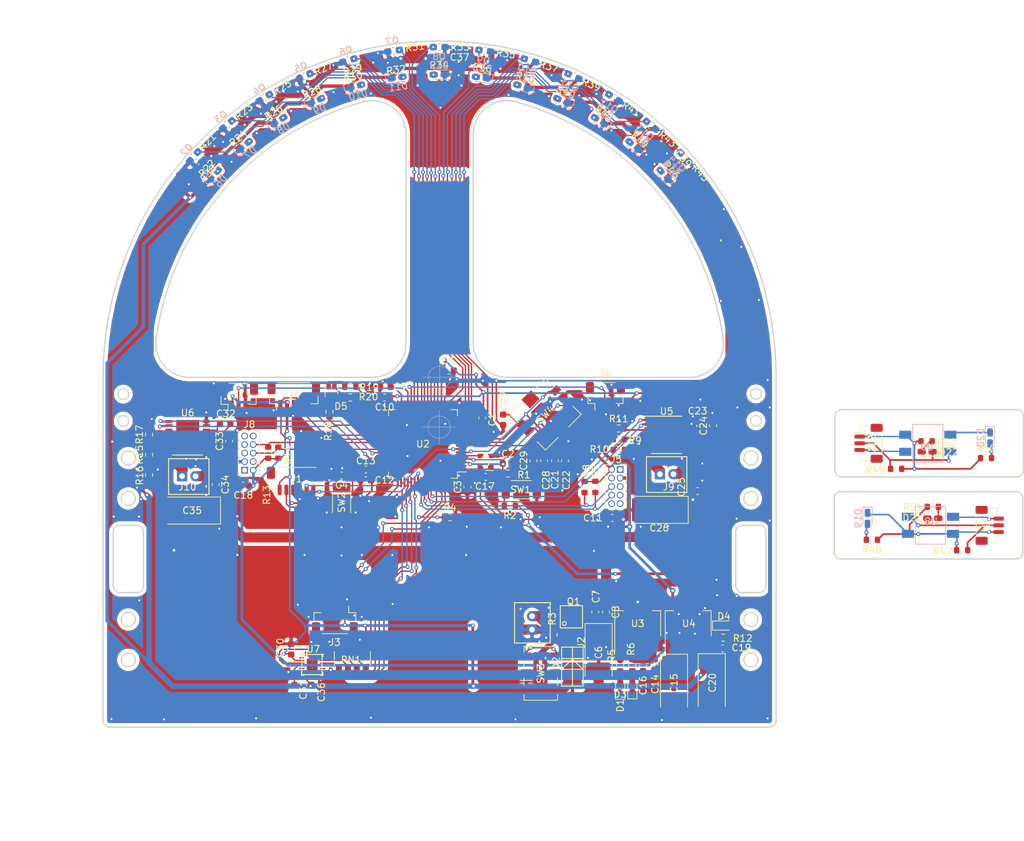
<source format=kicad_pcb>
(kicad_pcb (version 20171130) (host pcbnew "(5.1.9)-1")
  (layers (0 F.Cu signal) (31 B.Cu signal) (34 B.Paste user) (35 F.Paste user) (36 B.SilkS user) (37 F.SilkS user) (38 B.Mask user) (39 F.Mask user) (44 Edge.Cuts user))
  (net 0 "")
  (net 1 GND)
  (net 2 +3V3)
  (net 3 SW1)
  (net 4 NRST)
  (net 5 +BATT)
  (net 6 "Net-(C9-Pad1)")
  (net 7 +5V)
  (net 8 "Net-(C13-Pad2)")
  (net 9 R_sw4)
  (net 10 R_sw5)
  (net 11 "Net-(C23-Pad2)")
  (net 12 "Net-(C23-Pad1)")
  (net 13 "Net-(C24-Pad2)")
  (net 14 R_sw1)
  (net 15 R_sw2)
  (net 16 R_sw3)
  (net 17 "Net-(C32-Pad2)")
  (net 18 "Net-(C32-Pad1)")
  (net 19 "Net-(C33-Pad2)")
  (net 20 "Net-(C36-Pad1)")
  (net 21 "Net-(D1-Pad2)")
  (net 22 "Net-(D3-Pad2)")
  (net 23 "Net-(D4-Pad2)")
  (net 24 "Net-(D5-Pad4)")
  (net 25 "Net-(D5-Pad3)")
  (net 26 "Net-(D5-Pad2)")
  (net 27 "Net-(D6-Pad2)")
  (net 28 "Net-(D7-Pad2)")
  (net 29 "Net-(D8-Pad2)")
  (net 30 "Net-(D9-Pad2)")
  (net 31 "Net-(D10-Pad2)")
  (net 32 "Net-(D11-Pad2)")
  (net 33 "Net-(D12-Pad2)")
  (net 34 "Net-(D13-Pad2)")
  (net 35 "Net-(D14-Pad2)")
  (net 36 "Net-(D15-Pad2)")
  (net 37 "Net-(D16-Pad2)")
  (net 38 "Net-(D17-Pad2)")
  (net 39 "Net-(D18-Pad2)")
  (net 40 "Net-(D19-Pad2)")
  (net 41 "Net-(D19-Pad1)")
  (net 42 "Net-(D20-Pad2)")
  (net 43 "Net-(D20-Pad1)")
  (net 44 DEBAGGER_6)
  (net 45 DEBAGGER_4)
  (net 46 DEBAGGER_2)
  (net 47 "Net-(J2-Pad2)")
  (net 48 LCD_3)
  (net 49 LCD_2)
  (net 50 UART_5)
  (net 51 UART_4)
  (net 52 "Net-(J5-Pad10)")
  (net 53 "Net-(J5-Pad9)")
  (net 54 ENC1_8)
  (net 55 "Net-(J5-Pad7)")
  (net 56 ENC1_6)
  (net 57 "Net-(J5-Pad5)")
  (net 58 "Net-(J5-Pad4)")
  (net 59 "Net-(J5-Pad1)")
  (net 60 SIDE_SENSOR_R)
  (net 61 SIDE_SENSOR_L)
  (net 62 "Net-(J8-Pad10)")
  (net 63 "Net-(J8-Pad9)")
  (net 64 ENC2_8)
  (net 65 "Net-(J8-Pad7)")
  (net 66 ENC2_6)
  (net 67 "Net-(J8-Pad5)")
  (net 68 "Net-(J8-Pad4)")
  (net 69 "Net-(J8-Pad1)")
  (net 70 "Net-(J9-Pad2)")
  (net 71 "Net-(J9-Pad1)")
  (net 72 "Net-(J10-Pad2)")
  (net 73 "Net-(J10-Pad1)")
  (net 74 "Net-(J11-Pad3)")
  (net 75 "Net-(J11-Pad1)")
  (net 76 "Net-(J12-Pad3)")
  (net 77 "Net-(J12-Pad1)")
  (net 78 "Net-(Q1-Pad2)")
  (net 79 LINE_SENSOR1)
  (net 80 LINE_SENSOR2)
  (net 81 LINE_SENSOR3)
  (net 82 LINE_SENSOR4)
  (net 83 LINE_SENSOR5)
  (net 84 LINE_SENSOR6)
  (net 85 LINE_SENSOR7)
  (net 86 LINE_SENSOR8)
  (net 87 LINE_SENSOR9)
  (net 88 LINE_SENSOR10)
  (net 89 LINE_SENSOR11)
  (net 90 LINE_SENSOR12)
  (net 91 LINE_SENSOR13)
  (net 92 "Net-(R1-Pad1)")
  (net 93 "Net-(R4-Pad1)")
  (net 94 "Net-(R10-Pad1)")
  (net 95 "Net-(R11-Pad2)")
  (net 96 "Net-(R15-Pad2)")
  (net 97 "Net-(R17-Pad2)")
  (net 98 LED_ARGB2)
  (net 99 LED_ARGB3)
  (net 100 LED_ARGB4)
  (net 101 ICM_nCS)
  (net 102 ICM_SDO)
  (net 103 ICM_SDA)
  (net 104 ICM_SCL)
  (net 105 CLOCK)
  (net 106 "Net-(U1-Pad1)")
  (net 107 "Net-(U2-Pad50)")
  (net 108 "Net-(U2-Pad45)")
  (net 109 DRV2_IN2)
  (net 110 DRV1_IN2)
  (net 111 "Net-(U2-Pad40)")
  (net 112 DRV2_IN1)
  (net 113 DRV1_IN1)
  (net 114 "Net-(U5-Pad6)")
  (net 115 "Net-(U6-Pad6)")
  (net 116 "Net-(U7-Pad16)")
  (net 117 "Net-(U7-Pad11)")
  (net 118 "Net-(U7-Pad1)")
  (net 119 "Net-(U7-Pad6)")
  (net 120 "Net-(U7-Pad12)")
  (net 121 "Net-(U7-Pad5)")
  (net 122 "Net-(U7-Pad17)")
  (net 123 "Net-(U7-Pad4)")
  (net 124 "Net-(U7-Pad21)")
  (net 125 "Net-(U7-Pad2)")
  (net 126 "Net-(U7-Pad7)")
  (net 127 "Net-(U7-Pad20)")
  (net 128 "Net-(U7-Pad15)")
  (net 129 "Net-(U7-Pad14)")
  (net 130 "Net-(U7-Pad3)")
  (net 131 "Net-(U7-Pad19)")
  (net 132 "Net-(SW3-Pad3)")
  (net 133 "Net-(U2-Pad36)")
  (net 134 "Net-(U2-Pad37)")
  (net 135 "Net-(U2-Pad2)")
  (net 136 "Net-(U2-Pad30)")
  (net 137 "Net-(C38-Pad1)")
  (net 138 "Net-(D21-Pad2)")
  (net 139 "Net-(D21-Pad1)")
  (net 140 "Net-(D22-Pad2)")
  (net 141 "Net-(D22-Pad1)")
  (module Resistor_SMD:R_0603_1608Metric (layer F.Cu) (at 182.925 109.4)
    (fp_text reference R52 (at 2.975 0.2) (layer F.SilkS))
    (fp_text value 66)
    (pad 2 smd roundrect (at 0.825 0) (size 0.8 0.95) (layers F.Cu F.Paste F.Mask) (net 140 "Net-(D22-Pad2)"))
    (pad 1 smd roundrect (at -0.825 0) (size 0.8 0.95) (layers F.Cu F.Paste F.Mask) (net 77 "Net-(J12-Pad1)"))
  )
  (module Resistor_SMD:R_0603_1608Metric (layer F.Cu) (at 183.85 119.15)
    (fp_text reference R51 (at -2.95 0.05) (layer F.SilkS))
    (fp_text value 66)
    (pad 2 smd roundrect (at 0.825 0) (size 0.8 0.95) (layers F.Cu F.Paste F.Mask) (net 138 "Net-(D21-Pad2)"))
    (pad 1 smd roundrect (at -0.825 0) (size 0.8 0.95) (layers F.Cu F.Paste F.Mask) (net 75 "Net-(J11-Pad1)"))
  )
  (module LED_SMD:LED_0603_1608Metric_Castellated (layer F.Cu) (at 183 110.95 180)
    (fp_text reference D22 (at -3.2 -0.09) (layer F.SilkS))
    (fp_text value LED_ALT)
    (pad 2 smd roundrect (at 0.8125 0 180) (size 1.225 0.85) (layers F.Cu F.Paste F.Mask) (net 140 "Net-(D22-Pad2)"))
    (pad 1 smd roundrect (at -0.8125 0 180) (size 1.225 0.85) (layers F.Cu F.Paste F.Mask) (net 141 "Net-(D22-Pad1)"))
  )
  (module LED_SMD:LED_0603_1608Metric_Castellated (layer F.Cu) (at 183.85 120.85)
    (fp_text reference D21 (at -3.05 -0.05) (layer F.SilkS))
    (fp_text value LED_ALT)
    (pad 2 smd roundrect (at 0.8125 0) (size 1.225 0.85) (layers F.Cu F.Paste F.Mask) (net 138 "Net-(D21-Pad2)"))
    (pad 1 smd roundrect (at -0.8125 0) (size 1.225 0.85) (layers F.Cu F.Paste F.Mask) (net 139 "Net-(D21-Pad1)"))
  )
  (module Connector_JST:JST_SH_BM03B-SRSS-TB_1x03-1MP_P1.00mm_Vertical (layer F.Cu) (at 174.3 109.7 270)
    (fp_text reference J12 (at 0 -0.5 90) (layer F.SilkS))
    (fp_text value side_snsor_R)
    (pad MP smd roundrect (at 2.3 -1.2 270) (size 1.2 1.8) (layers F.Cu F.Paste F.Mask) (roundrect_rratio 0.208333))
    (pad MP smd roundrect (at -2.3 -1.2 270) (size 1.2 1.8) (layers F.Cu F.Paste F.Mask) (roundrect_rratio 0.208333))
    (pad 3 smd roundrect (at 1 1.325 270) (size 0.6 1.55) (layers F.Cu F.Paste F.Mask) (net 76 "Net-(J12-Pad3)"))
    (pad 2 smd roundrect (at 0 1.325 270) (size 0.6 1.55) (layers F.Cu F.Paste F.Mask) (net 141 "Net-(D22-Pad1)"))
    (pad 1 smd roundrect (at -1 1.325 270) (size 0.6 1.55) (layers F.Cu F.Paste F.Mask) (net 77 "Net-(J12-Pad1)"))
  )
  (module Connector_JST:JST_SH_BM03B-SRSS-TB_1x03-1MP_P1.00mm_Vertical (layer F.Cu) (at 192.3 121.9 90)
    (fp_text reference J11 (at 0 -0.5 90) (layer F.SilkS))
    (fp_text value side_snsor_L)
    (pad MP smd roundrect (at 2.3 -1.2 90) (size 1.2 1.8) (layers F.Cu F.Paste F.Mask) (roundrect_rratio 0.208333))
    (pad MP smd roundrect (at -2.3 -1.2 90) (size 1.2 1.8) (layers F.Cu F.Paste F.Mask) (roundrect_rratio 0.208333))
    (pad 3 smd roundrect (at 1 1.325 90) (size 0.6 1.55) (layers F.Cu F.Paste F.Mask) (net 74 "Net-(J11-Pad3)"))
    (pad 2 smd roundrect (at 0 1.325 90) (size 0.6 1.55) (layers F.Cu F.Paste F.Mask) (net 139 "Net-(D21-Pad1)"))
    (pad 1 smd roundrect (at -1 1.325 90) (size 0.6 1.55) (layers F.Cu F.Paste F.Mask) (net 75 "Net-(J11-Pad1)"))
  )
  (module Connector_JST:JST_SH_BM03B-SRSS-TB_1x03-1MP_P1.00mm_Vertical (layer F.Cu) (at 135.2 102.675)
    (fp_text reference J6 (at 0 -3.3) (layer F.SilkS))
    (fp_text value side_snsor_R)
    (pad MP smd roundrect (at 2.3 -1.2) (size 1.2 1.8) (layers F.Cu F.Paste F.Mask) (roundrect_rratio 0.208333))
    (pad MP smd roundrect (at -2.3 -1.2) (size 1.2 1.8) (layers F.Cu F.Paste F.Mask) (roundrect_rratio 0.208333))
    (pad 3 smd roundrect (at 1 1.325) (size 0.6 1.55) (layers F.Cu F.Paste F.Mask) (net 1 GND))
    (pad 2 smd roundrect (at 0 1.325) (size 0.6 1.55) (layers F.Cu F.Paste F.Mask) (net 60 SIDE_SENSOR_R))
    (pad 1 smd roundrect (at -1 1.325) (size 0.6 1.55) (layers F.Cu F.Paste F.Mask) (net 7 +5V))
  )
  (module Footprint:PA_2pin (layer F.Cu) (at 127.3 139.4 90)
    (fp_text reference J2 (at 0.1 4.3 90) (layer F.SilkS))
    (fp_text value Conn_01x02)
    (pad 2 thru_hole circle (at 4 -3 90) (size 1.524 1.524) (drill 0.85) (layers *.Cu *.Mask) (net 47 "Net-(J2-Pad2)"))
    (pad 1 thru_hole rect (at 2 -3 90) (size 1.524 1.524) (drill 0.85) (layers *.Cu *.Mask) (net 1 GND))
  )
  (module Resistor_SMD:R_Array_Convex_4x1206 (layer F.Cu) (at 97.6 141.7 270)
    (fp_text reference RN1 (at 0.2 0.2) (layer F.SilkS))
    (fp_text value R_Pack04)
    (pad 6 smd rect (at 1.5 0.66 270) (size 0.9 0.9) (layers F.Cu F.Paste F.Mask) (net 104 ICM_SCL))
    (pad 5 smd rect (at 1.5 2 270) (size 0.9 0.9) (layers F.Cu F.Paste F.Mask) (net 101 ICM_nCS))
    (pad 8 smd rect (at 1.5 -2 270) (size 0.9 0.9) (layers F.Cu F.Paste F.Mask) (net 102 ICM_SDO))
    (pad 7 smd rect (at 1.5 -0.66 270) (size 0.9 0.9) (layers F.Cu F.Paste F.Mask) (net 103 ICM_SDA))
    (pad 3 smd rect (at -1.5 0.66 270) (size 0.9 0.9) (layers F.Cu F.Paste F.Mask) (net 2 +3V3))
    (pad 2 smd rect (at -1.5 -0.66 270) (size 0.9 0.9) (layers F.Cu F.Paste F.Mask) (net 2 +3V3))
    (pad 4 smd rect (at -1.5 2 270) (size 0.9 0.9) (layers F.Cu F.Paste F.Mask) (net 2 +3V3))
    (pad 1 smd rect (at -1.5 -2 270) (size 0.9 0.9) (layers F.Cu F.Paste F.Mask) (net 2 +3V3))
  )
  (module Package_QFP:LQFP-64_10x10mm_P0.5mm (layer F.Cu) (at 108.1 109.8 180)
    (fp_text reference U2 (at 0 0) (layer F.SilkS))
    (fp_text value STM32F405RGTx)
    (pad 64 smd roundrect (at -3.75 -5.675 180) (size 0.3 1.55) (layers F.Cu F.Paste F.Mask) (net 2 +3V3))
    (pad 63 smd roundrect (at -3.25 -5.675 180) (size 0.3 1.55) (layers F.Cu F.Paste F.Mask) (net 1 GND))
    (pad 62 smd roundrect (at -2.75 -5.675 180) (size 0.3 1.55) (layers F.Cu F.Paste F.Mask) (net 49 LCD_2))
    (pad 61 smd roundrect (at -2.25 -5.675 180) (size 0.3 1.55) (layers F.Cu F.Paste F.Mask) (net 48 LCD_3))
    (pad 60 smd roundrect (at -1.75 -5.675 180) (size 0.3 1.55) (layers F.Cu F.Paste F.Mask) (net 93 "Net-(R4-Pad1)"))
    (pad 59 smd roundrect (at -1.25 -5.675 180) (size 0.3 1.55) (layers F.Cu F.Paste F.Mask) (net 113 DRV1_IN1))
    (pad 58 smd roundrect (at -0.75 -5.675 180) (size 0.3 1.55) (layers F.Cu F.Paste F.Mask) (net 110 DRV1_IN2))
    (pad 57 smd roundrect (at -0.25 -5.675 180) (size 0.3 1.55) (layers F.Cu F.Paste F.Mask) (net 56 ENC1_6))
    (pad 56 smd roundrect (at 0.25 -5.675 180) (size 0.3 1.55) (layers F.Cu F.Paste F.Mask) (net 54 ENC1_8))
    (pad 55 smd roundrect (at 0.75 -5.675 180) (size 0.3 1.55) (layers F.Cu F.Paste F.Mask) (net 44 DEBAGGER_6))
    (pad 54 smd roundrect (at 1.25 -5.675 180) (size 0.3 1.55) (layers F.Cu F.Paste F.Mask) (net 101 ICM_nCS))
    (pad 53 smd roundrect (at 1.75 -5.675 180) (size 0.3 1.55) (layers F.Cu F.Paste F.Mask) (net 103 ICM_SDA))
    (pad 52 smd roundrect (at 2.25 -5.675 180) (size 0.3 1.55) (layers F.Cu F.Paste F.Mask) (net 102 ICM_SDO))
    (pad 51 smd roundrect (at 2.75 -5.675 180) (size 0.3 1.55) (layers F.Cu F.Paste F.Mask) (net 104 ICM_SCL))
    (pad 50 smd roundrect (at 3.25 -5.675 180) (size 0.3 1.55) (layers F.Cu F.Paste F.Mask) (net 107 "Net-(U2-Pad50)"))
    (pad 49 smd roundrect (at 3.75 -5.675 180) (size 0.3 1.55) (layers F.Cu F.Paste F.Mask) (net 46 DEBAGGER_2))
    (pad 48 smd roundrect (at 5.675 -3.75 180) (size 1.55 0.3) (layers F.Cu F.Paste F.Mask) (net 2 +3V3))
    (pad 47 smd roundrect (at 5.675 -3.25 180) (size 1.55 0.3) (layers F.Cu F.Paste F.Mask) (net 8 "Net-(C13-Pad2)"))
    (pad 46 smd roundrect (at 5.675 -2.75 180) (size 1.55 0.3) (layers F.Cu F.Paste F.Mask) (net 45 DEBAGGER_4))
    (pad 45 smd roundrect (at 5.675 -2.25 180) (size 1.55 0.3) (layers F.Cu F.Paste F.Mask) (net 108 "Net-(U2-Pad45)"))
    (pad 44 smd roundrect (at 5.675 -1.75 180) (size 1.55 0.3) (layers F.Cu F.Paste F.Mask) (net 109 DRV2_IN2))
    (pad 43 smd roundrect (at 5.675 -1.25 180) (size 1.55 0.3) (layers F.Cu F.Paste F.Mask) (net 112 DRV2_IN1))
    (pad 42 smd roundrect (at 5.675 -0.75 180) (size 1.55 0.3) (layers F.Cu F.Paste F.Mask) (net 66 ENC2_6))
    (pad 41 smd roundrect (at 5.675 -0.25 180) (size 1.55 0.3) (layers F.Cu F.Paste F.Mask) (net 64 ENC2_8))
    (pad 40 smd roundrect (at 5.675 0.25 180) (size 1.55 0.3) (layers F.Cu F.Paste F.Mask) (net 111 "Net-(U2-Pad40)"))
    (pad 39 smd roundrect (at 5.675 0.75 180) (size 1.55 0.3) (layers F.Cu F.Paste F.Mask) (net 51 UART_4))
    (pad 38 smd roundrect (at 5.675 1.25 180) (size 1.55 0.3) (layers F.Cu F.Paste F.Mask) (net 50 UART_5))
    (pad 37 smd roundrect (at 5.675 1.75 180) (size 1.55 0.3) (layers F.Cu F.Paste F.Mask) (net 134 "Net-(U2-Pad37)"))
    (pad 36 smd roundrect (at 5.675 2.25 180) (size 1.55 0.3) (layers F.Cu F.Paste F.Mask) (net 133 "Net-(U2-Pad36)"))
    (pad 35 smd roundrect (at 5.675 2.75 180) (size 1.55 0.3) (layers F.Cu F.Paste F.Mask) (net 98 LED_ARGB2))
    (pad 34 smd roundrect (at 5.675 3.25 180) (size 1.55 0.3) (layers F.Cu F.Paste F.Mask) (net 100 LED_ARGB4))
    (pad 33 smd roundrect (at 5.675 3.75 180) (size 1.55 0.3) (layers F.Cu F.Paste F.Mask) (net 99 LED_ARGB3))
    (pad 32 smd roundrect (at 3.75 5.675 180) (size 0.3 1.55) (layers F.Cu F.Paste F.Mask) (net 2 +3V3))
    (pad 31 smd roundrect (at 3.25 5.675 180) (size 0.3 1.55) (layers F.Cu F.Paste F.Mask) (net 6 "Net-(C9-Pad1)"))
    (pad 30 smd roundrect (at 2.75 5.675 180) (size 0.3 1.55) (layers F.Cu F.Paste F.Mask) (net 136 "Net-(U2-Pad30)"))
    (pad 29 smd roundrect (at 2.25 5.675 180) (size 0.3 1.55) (layers F.Cu F.Paste F.Mask) (net 61 SIDE_SENSOR_L))
    (pad 28 smd roundrect (at 1.75 5.675 180) (size 0.3 1.55) (layers F.Cu F.Paste F.Mask) (net 60 SIDE_SENSOR_R))
    (pad 27 smd roundrect (at 1.25 5.675 180) (size 0.3 1.55) (layers F.Cu F.Paste F.Mask) (net 79 LINE_SENSOR1))
    (pad 26 smd roundrect (at 0.75 5.675 180) (size 0.3 1.55) (layers F.Cu F.Paste F.Mask) (net 80 LINE_SENSOR2))
    (pad 25 smd roundrect (at 0.25 5.675 180) (size 0.3 1.55) (layers F.Cu F.Paste F.Mask) (net 81 LINE_SENSOR3))
    (pad 24 smd roundrect (at -0.25 5.675 180) (size 0.3 1.55) (layers F.Cu F.Paste F.Mask) (net 82 LINE_SENSOR4))
    (pad 23 smd roundrect (at -0.75 5.675 180) (size 0.3 1.55) (layers F.Cu F.Paste F.Mask) (net 83 LINE_SENSOR5))
    (pad 22 smd roundrect (at -1.25 5.675 180) (size 0.3 1.55) (layers F.Cu F.Paste F.Mask) (net 84 LINE_SENSOR6))
    (pad 21 smd roundrect (at -1.75 5.675 180) (size 0.3 1.55) (layers F.Cu F.Paste F.Mask) (net 85 LINE_SENSOR7))
    (pad 20 smd roundrect (at -2.25 5.675 180) (size 0.3 1.55) (layers F.Cu F.Paste F.Mask) (net 86 LINE_SENSOR8))
    (pad 19 smd roundrect (at -2.75 5.675 180) (size 0.3 1.55) (layers F.Cu F.Paste F.Mask) (net 2 +3V3))
    (pad 18 smd roundrect (at -3.25 5.675 180) (size 0.3 1.55) (layers F.Cu F.Paste F.Mask) (net 1 GND))
    (pad 17 smd roundrect (at -3.75 5.675 180) (size 0.3 1.55) (layers F.Cu F.Paste F.Mask) (net 87 LINE_SENSOR9))
    (pad 16 smd roundrect (at -5.675 3.75 180) (size 1.55 0.3) (layers F.Cu F.Paste F.Mask) (net 88 LINE_SENSOR10))
    (pad 15 smd roundrect (at -5.675 3.25 180) (size 1.55 0.3) (layers F.Cu F.Paste F.Mask) (net 89 LINE_SENSOR11))
    (pad 14 smd roundrect (at -5.675 2.75 180) (size 1.55 0.3) (layers F.Cu F.Paste F.Mask) (net 90 LINE_SENSOR12))
    (pad 13 smd roundrect (at -5.675 2.25 180) (size 1.55 0.3) (layers F.Cu F.Paste F.Mask) (net 2 +3V3))
    (pad 12 smd roundrect (at -5.675 1.75 180) (size 1.55 0.3) (layers F.Cu F.Paste F.Mask) (net 1 GND))
    (pad 11 smd roundrect (at -5.675 1.25 180) (size 1.55 0.3) (layers F.Cu F.Paste F.Mask) (net 91 LINE_SENSOR13))
    (pad 10 smd roundrect (at -5.675 0.75 180) (size 1.55 0.3) (layers F.Cu F.Paste F.Mask) (net 14 R_sw1))
    (pad 9 smd roundrect (at -5.675 0.25 180) (size 1.55 0.3) (layers F.Cu F.Paste F.Mask) (net 15 R_sw2))
    (pad 8 smd roundrect (at -5.675 -0.25 180) (size 1.55 0.3) (layers F.Cu F.Paste F.Mask) (net 16 R_sw3))
    (pad 7 smd roundrect (at -5.675 -0.75 180) (size 1.55 0.3) (layers F.Cu F.Paste F.Mask) (net 4 NRST))
    (pad 6 smd roundrect (at -5.675 -1.25 180) (size 1.55 0.3) (layers F.Cu F.Paste F.Mask) (net 9 R_sw4))
    (pad 5 smd roundrect (at -5.675 -1.75 180) (size 1.55 0.3) (layers F.Cu F.Paste F.Mask) (net 105 CLOCK))
    (pad 4 smd roundrect (at -5.675 -2.25 180) (size 1.55 0.3) (layers F.Cu F.Paste F.Mask) (net 10 R_sw5))
    (pad 3 smd roundrect (at -5.675 -2.75 180) (size 1.55 0.3) (layers F.Cu F.Paste F.Mask) (net 3 SW1))
    (pad 2 smd roundrect (at -5.675 -3.25 180) (size 1.55 0.3) (layers F.Cu F.Paste F.Mask) (net 135 "Net-(U2-Pad2)"))
    (pad 1 smd roundrect (at -5.675 -3.75 180) (size 1.55 0.3) (layers F.Cu F.Paste F.Mask) (net 2 +3V3))
  )
  (module Resistor_SMD:R_0603_1608Metric (layer F.Cu) (at 104.237211 55.337937 8)
    (fp_text reference R32 (at 0.022495 -1.145959 8) (layer F.SilkS))
    (fp_text value 66)
    (pad 2 smd roundrect (at 0.825 0 8) (size 0.8 0.95) (layers F.Cu F.Paste F.Mask) (net 32 "Net-(D11-Pad2)"))
    (pad 1 smd roundrect (at -0.825 0 8) (size 0.8 0.95) (layers F.Cu F.Paste F.Mask) (net 2 +3V3))
  )
  (module LED_SMD:LED_0603_1608Metric_Castellated (layer B.Cu) (at 104.237211 55.337937 8)
    (fp_text reference D11 (at 0 1.38 8) (layer B.SilkS) (effects (justify mirror)))
    (fp_text value LED_ALT)
    (pad 2 smd roundrect (at 0.8125 0 8) (size 1.225 0.85) (layers B.Cu B.Paste B.Mask) (net 32 "Net-(D11-Pad2)"))
    (pad 1 smd roundrect (at -0.8125 0 8) (size 1.225 0.85) (layers B.Cu B.Paste B.Mask) (net 1 GND))
  )
  (module Resistor_SMD:R_0603_1608Metric (layer F.Cu) (at 110.5 50.8 180)
    (fp_text reference R33 (at -3.1 0) (layer F.SilkS))
    (fp_text value 10K)
    (pad 2 smd roundrect (at 0.825 0 180) (size 0.8 0.95) (layers F.Cu F.Paste F.Mask) (net 85 LINE_SENSOR7))
    (pad 1 smd roundrect (at -0.825 0 180) (size 0.8 0.95) (layers F.Cu F.Paste F.Mask) (net 2 +3V3))
  )
  (module Capacitor_Tantalum_SMD:CP_EIA-7132-20_AVX-U (layer F.Cu) (at 145.4 145.375 270)
    (fp_text reference C15 (at 0 0 90) (layer F.SilkS))
    (fp_text value 100μF)
    (pad 2 smd roundrect (at 2.775 0 270) (size 2.55 3.5) (layers F.Cu F.Paste F.Mask) (roundrect_rratio 0.098039) (net 1 GND))
    (pad 1 smd roundrect (at -2.775 0 270) (size 2.55 3.5) (layers F.Cu F.Paste F.Mask) (roundrect_rratio 0.098039) (net 7 +5V))
  )
  (module Package_TO_SOT_SMD:SOT-223-3_TabPin2 (layer F.Cu) (at 147.5 136.5 90)
    (fp_text reference U4 (at 0 0.1 180) (layer F.SilkS))
    (fp_text value 3_terminal_regulator)
    (pad 1 smd rect (at -3.15 -2.3 90) (size 2 1.5) (layers F.Cu F.Paste F.Mask) (net 7 +5V))
    (pad 3 smd rect (at -3.15 2.3 90) (size 2 1.5) (layers F.Cu F.Paste F.Mask) (net 2 +3V3))
    (pad 2 smd rect (at -3.15 0 90) (size 2 1.5) (layers F.Cu F.Paste F.Mask) (net 1 GND))
    (pad 2 smd rect (at 3.15 0 90) (size 2 3.8) (layers F.Cu F.Paste F.Mask) (net 1 GND))
  )
  (module Capacitor_Tantalum_SMD:CP_EIA-7132-20_AVX-U (layer F.Cu) (at 134.2 140.8 270)
    (fp_text reference C6 (at 0 0 90) (layer F.SilkS))
    (fp_text value 100μF)
    (pad 2 smd roundrect (at 2.775 0 270) (size 2.55 3.5) (layers F.Cu F.Paste F.Mask) (roundrect_rratio 0.098039) (net 1 GND))
    (pad 1 smd roundrect (at -2.775 0 270) (size 2.55 3.5) (layers F.Cu F.Paste F.Mask) (roundrect_rratio 0.098039) (net 5 +BATT))
  )
  (module Footprint:SSSS213202 (layer F.Cu) (at 125.6 143.9 90)
    (fp_text reference SW3 (at 0 0 90) (layer F.SilkS))
    (fp_text value SW_DPDT_x2)
    (pad 3 smd rect (at 2.5 2.15 90) (size 1.2 1.5) (layers F.Cu F.Paste F.Mask) (net 132 "Net-(SW3-Pad3)"))
    (pad "" smd rect (at 0 2.15 90) (size 1.2 1.5) (layers F.Cu F.Paste F.Mask))
    (pad 1 smd rect (at -2.5 2.15 90) (size 1.2 1.5) (layers F.Cu F.Paste F.Mask) (net 1 GND))
    (pad 3 smd rect (at 2.5 -2.15 90) (size 1.2 1.5) (layers F.Cu F.Paste F.Mask) (net 132 "Net-(SW3-Pad3)"))
    (pad 2 smd rect (at 0 -2.15 90) (size 1.2 1.5) (layers F.Cu F.Paste F.Mask) (net 78 "Net-(Q1-Pad2)"))
    (pad 1 smd rect (at -2.5 -2.15 90) (size 1.2 1.5) (layers F.Cu F.Paste F.Mask) (net 1 GND))
  )
  (module Footprint:uPA2815T1S (layer F.Cu) (at 129.2 136.8)
    (fp_text reference Q1 (at 1.27 -3.56) (layer F.SilkS))
    (fp_text value BS170)
    (pad 3 smd rect (at 2.85 -1.3 90) (size 0.33 1.2) (layers F.Cu F.Paste F.Mask) (net 5 +BATT))
    (pad 3 smd rect (at -0.95 -1.3 90) (size 0.33 1.2) (layers F.Cu F.Paste F.Mask) (net 5 +BATT))
    (pad 3 smd rect (at -0.05 -3.4) (size 0.33 1.2) (layers F.Cu F.Paste F.Mask) (net 5 +BATT))
    (pad 3 smd rect (at 0.65 -3.4) (size 0.33 1.2) (layers F.Cu F.Paste F.Mask) (net 5 +BATT))
    (pad 3 smd rect (at 1.3 -3.4) (size 0.33 1.2) (layers F.Cu F.Paste F.Mask) (net 5 +BATT))
    (pad 3 smd rect (at 1.95 -3.4) (size 0.33 1.2) (layers F.Cu F.Paste F.Mask) (net 5 +BATT))
    (pad 2 smd rect (at 1.95 0.9) (size 0.33 1.3) (layers F.Cu F.Paste F.Mask) (net 78 "Net-(Q1-Pad2)"))
    (pad 1 smd rect (at 1.3 0.9) (size 0.33 1.3) (layers F.Cu F.Paste F.Mask) (net 47 "Net-(J2-Pad2)"))
    (pad 1 smd rect (at 0.65 0.9) (size 0.33 1.3) (layers F.Cu F.Paste F.Mask) (net 47 "Net-(J2-Pad2)"))
    (pad 1 smd rect (at 0 0.9) (size 0.33 1.3) (layers F.Cu F.Paste F.Mask) (net 47 "Net-(J2-Pad2)"))
  )
  (module Footprint:S7136 (layer B.Cu) (at 183.1 109.7 180)
    (fp_text reference U9 (at 0.1 -0.55) (layer B.SilkS) (effects (justify mirror)))
    (fp_text value S7136)
    (pad 4 smd rect (at 3.35 -1.27 180) (size 1.8 1.2) (layers B.Cu B.Paste B.Mask) (net 76 "Net-(J12-Pad3)"))
    (pad 3 smd rect (at -3.35 -1.27 180) (size 1.8 1.2) (layers B.Cu B.Paste B.Mask) (net 141 "Net-(D22-Pad1)"))
    (pad 2 smd rect (at 3.35 1.27 180) (size 1.8 1.2) (layers B.Cu B.Paste B.Mask) (net 77 "Net-(J12-Pad1)"))
    (pad 1 smd rect (at -3.35 1.27 180) (size 1.8 1.2) (layers B.Cu B.Paste B.Mask) (net 43 "Net-(D20-Pad1)"))
  )
  (module Footprint:S7136 (layer B.Cu) (at 183.5 121.9)
    (fp_text reference U8 (at 0.1 -0.55) (layer B.SilkS) (effects (justify mirror)))
    (fp_text value S7136)
    (pad 4 smd rect (at 3.35 -1.27) (size 1.8 1.2) (layers B.Cu B.Paste B.Mask) (net 74 "Net-(J11-Pad3)"))
    (pad 3 smd rect (at -3.35 -1.27) (size 1.8 1.2) (layers B.Cu B.Paste B.Mask) (net 139 "Net-(D21-Pad1)"))
    (pad 2 smd rect (at 3.35 1.27) (size 1.8 1.2) (layers B.Cu B.Paste B.Mask) (net 75 "Net-(J11-Pad1)"))
    (pad 1 smd rect (at -3.35 1.27) (size 1.8 1.2) (layers B.Cu B.Paste B.Mask) (net 41 "Net-(D19-Pad1)"))
  )
  (module Footprint:ICM20648 (layer F.Cu) (at 91.6 142.6 270)
    (fp_text reference U7 (at -2.3 -0.2 180) (layer F.SilkS))
    (fp_text value ICM20648)
    (pad "" smd rect (at 0.425 0.36 270) (size 0.875 0.8) (layers F.Cu F.Paste F.Mask))
    (pad "" smd rect (at 0.425 -0.44 270) (size 0.875 0.8) (layers F.Cu F.Paste F.Mask))
    (pad 19 smd rect (at 0.99 -1.65) (size 0.7 0.2) (layers F.Cu F.Paste F.Mask) (net 131 "Net-(U7-Pad19)"))
    (pad 3 smd rect (at -1.57 -0.24 270) (size 0.8 0.2) (layers F.Cu F.Paste F.Mask) (net 130 "Net-(U7-Pad3)"))
    (pad 22 smd rect (at -0.21 -1.6) (size 0.8 0.2) (layers F.Cu F.Paste F.Mask) (net 101 ICM_nCS))
    (pad 18 smd rect (at 1.6 -1.04 270) (size 0.7 0.2) (layers F.Cu F.Paste F.Mask) (net 1 GND))
    (pad 14 smd rect (at 1.55 0.56 270) (size 0.8 0.2) (layers F.Cu F.Paste F.Mask) (net 129 "Net-(U7-Pad14)"))
    (pad 15 smd rect (at 1.55 0.16 270) (size 0.8 0.2) (layers F.Cu F.Paste F.Mask) (net 128 "Net-(U7-Pad15)"))
    (pad 20 smd rect (at 0.59 -1.6) (size 0.8 0.2) (layers F.Cu F.Paste F.Mask) (net 127 "Net-(U7-Pad20)"))
    (pad 7 smd rect (at -1.01 1.57) (size 0.7 0.2) (layers F.Cu F.Paste F.Mask) (net 126 "Net-(U7-Pad7)"))
    (pad 2 smd rect (at -1.57 -0.64 270) (size 0.8 0.2) (layers F.Cu F.Paste F.Mask) (net 125 "Net-(U7-Pad2)"))
    (pad "" smd rect (at -0.445 0.36 270) (size 0.875 0.8) (layers F.Cu F.Paste F.Mask))
    (pad 8 smd rect (at -0.61 1.52) (size 0.8 0.2) (layers F.Cu F.Paste F.Mask) (net 2 +3V3))
    (pad 21 smd rect (at 0.19 -1.6) (size 0.8 0.2) (layers F.Cu F.Paste F.Mask) (net 124 "Net-(U7-Pad21)"))
    (pad 4 smd rect (at -1.57 0.16 270) (size 0.8 0.2) (layers F.Cu F.Paste F.Mask) (net 123 "Net-(U7-Pad4)"))
    (pad 24 smd rect (at -1.01 -1.65) (size 0.7 0.2) (layers F.Cu F.Paste F.Mask) (net 103 ICM_SDA))
    (pad 17 smd rect (at 1.55 -0.64 270) (size 0.8 0.2) (layers F.Cu F.Paste F.Mask) (net 122 "Net-(U7-Pad17)"))
    (pad 10 smd rect (at 0.19 1.52) (size 0.8 0.2) (layers F.Cu F.Paste F.Mask) (net 20 "Net-(C36-Pad1)"))
    (pad 5 smd rect (at -1.57 0.56 270) (size 0.8 0.2) (layers F.Cu F.Paste F.Mask) (net 121 "Net-(U7-Pad5)"))
    (pad 12 smd rect (at 0.99 1.57) (size 0.7 0.2) (layers F.Cu F.Paste F.Mask) (net 120 "Net-(U7-Pad12)"))
    (pad 6 smd rect (at -1.62 0.96 270) (size 0.7 0.2) (layers F.Cu F.Paste F.Mask) (net 119 "Net-(U7-Pad6)"))
    (pad 1 smd rect (at -1.62 -1.04 270) (size 0.7 0.2) (layers F.Cu F.Paste F.Mask) (net 118 "Net-(U7-Pad1)"))
    (pad 13 smd rect (at 1.6 0.96 270) (size 0.7 0.2) (layers F.Cu F.Paste F.Mask) (net 2 +3V3))
    (pad 11 smd rect (at 0.59 1.52) (size 0.8 0.2) (layers F.Cu F.Paste F.Mask) (net 117 "Net-(U7-Pad11)"))
    (pad 16 smd rect (at 1.55 -0.24 270) (size 0.8 0.2) (layers F.Cu F.Paste F.Mask) (net 116 "Net-(U7-Pad16)"))
    (pad "" smd rect (at -0.445 -0.44 270) (size 0.875 0.8) (layers F.Cu F.Paste F.Mask))
    (pad 9 smd rect (at -0.21 1.52) (size 0.8 0.2) (layers F.Cu F.Paste F.Mask) (net 102 ICM_SDO))
    (pad 23 smd rect (at -0.61 -1.6) (size 0.8 0.2) (layers F.Cu F.Paste F.Mask) (net 104 ICM_SCL))
  )
  (module Package_SO:HTSSOP-16-1EP_4.4x5mm_P0.65mm_EP3.4x5mm (layer F.Cu) (at 73.1334 108.725)
    (fp_text reference U6 (at 0 -3.55) (layer F.SilkS))
    (fp_text value DRV8874_L)
    (pad 17 smd rect (at 0 0) (size 3.4 5) (layers F.Cu F.Mask))
    (pad 16 smd rect (at 2.775 -2.275) (size 1.05 0.45) (layers F.Cu F.Paste F.Mask) (net 1 GND))
    (pad 15 smd rect (at 2.775 -1.625) (size 1.05 0.45) (layers F.Cu F.Paste F.Mask) (net 1 GND))
    (pad 14 smd rect (at 2.775 -0.975) (size 1.05 0.45) (layers F.Cu F.Paste F.Mask) (net 17 "Net-(C32-Pad2)"))
    (pad 13 smd rect (at 2.775 -0.325) (size 1.05 0.45) (layers F.Cu F.Paste F.Mask) (net 18 "Net-(C32-Pad1)"))
    (pad 12 smd rect (at 2.775 0.325) (size 1.05 0.45) (layers F.Cu F.Paste F.Mask) (net 19 "Net-(C33-Pad2)"))
    (pad 11 smd rect (at 2.775 0.975) (size 1.05 0.45) (layers F.Cu F.Paste F.Mask) (net 5 +BATT))
    (pad 10 smd rect (at 2.775 1.625) (size 1.05 0.45) (layers F.Cu F.Paste F.Mask) (net 72 "Net-(J10-Pad2)"))
    (pad 9 smd rect (at 2.775 2.275) (size 1.05 0.45) (layers F.Cu F.Paste F.Mask) (net 1 GND))
    (pad 8 smd rect (at -2.775 2.275) (size 1.05 0.45) (layers F.Cu F.Paste F.Mask) (net 73 "Net-(J10-Pad1)"))
    (pad 7 smd rect (at -2.775 1.625) (size 1.05 0.45) (layers F.Cu F.Paste F.Mask) (net 1 GND))
    (pad 6 smd rect (at -2.775 0.975) (size 1.05 0.45) (layers F.Cu F.Paste F.Mask) (net 115 "Net-(U6-Pad6)"))
    (pad 5 smd rect (at -2.775 0.325) (size 1.05 0.45) (layers F.Cu F.Paste F.Mask) (net 96 "Net-(R15-Pad2)"))
    (pad 4 smd rect (at -2.775 -0.325) (size 1.05 0.45) (layers F.Cu F.Paste F.Mask) (net 97 "Net-(R17-Pad2)"))
    (pad 3 smd rect (at -2.775 -0.975) (size 1.05 0.45) (layers F.Cu F.Paste F.Mask) (net 97 "Net-(R17-Pad2)"))
    (pad 2 smd rect (at -2.775 -1.625) (size 1.05 0.45) (layers F.Cu F.Paste F.Mask) (net 109 DRV2_IN2))
    (pad 1 smd rect (at -2.775 -2.275) (size 1.05 0.45) (layers F.Cu F.Paste F.Mask) (net 112 DRV2_IN1))
  )
  (module Package_SO:HTSSOP-16-1EP_4.4x5mm_P0.65mm_EP3.4x5mm (layer F.Cu) (at 144.3 108.5)
    (fp_text reference U5 (at 0 -3.55) (layer F.SilkS))
    (fp_text value DRV8874_R)
    (pad 17 smd rect (at 0 0) (size 3.4 5) (layers F.Cu F.Mask))
    (pad 16 smd rect (at 2.775 -2.275) (size 1.05 0.45) (layers F.Cu F.Paste F.Mask) (net 1 GND))
    (pad 15 smd rect (at 2.775 -1.625) (size 1.05 0.45) (layers F.Cu F.Paste F.Mask) (net 1 GND))
    (pad 14 smd rect (at 2.775 -0.975) (size 1.05 0.45) (layers F.Cu F.Paste F.Mask) (net 11 "Net-(C23-Pad2)"))
    (pad 13 smd rect (at 2.775 -0.325) (size 1.05 0.45) (layers F.Cu F.Paste F.Mask) (net 12 "Net-(C23-Pad1)"))
    (pad 12 smd rect (at 2.775 0.325) (size 1.05 0.45) (layers F.Cu F.Paste F.Mask) (net 13 "Net-(C24-Pad2)"))
    (pad 11 smd rect (at 2.775 0.975) (size 1.05 0.45) (layers F.Cu F.Paste F.Mask) (net 5 +BATT))
    (pad 10 smd rect (at 2.775 1.625) (size 1.05 0.45) (layers F.Cu F.Paste F.Mask) (net 70 "Net-(J9-Pad2)"))
    (pad 9 smd rect (at 2.775 2.275) (size 1.05 0.45) (layers F.Cu F.Paste F.Mask) (net 1 GND))
    (pad 8 smd rect (at -2.775 2.275) (size 1.05 0.45) (layers F.Cu F.Paste F.Mask) (net 71 "Net-(J9-Pad1)"))
    (pad 7 smd rect (at -2.775 1.625) (size 1.05 0.45) (layers F.Cu F.Paste F.Mask) (net 1 GND))
    (pad 6 smd rect (at -2.775 0.975) (size 1.05 0.45) (layers F.Cu F.Paste F.Mask) (net 114 "Net-(U5-Pad6)"))
    (pad 5 smd rect (at -2.775 0.325) (size 1.05 0.45) (layers F.Cu F.Paste F.Mask) (net 94 "Net-(R10-Pad1)"))
    (pad 4 smd rect (at -2.775 -0.325) (size 1.05 0.45) (layers F.Cu F.Paste F.Mask) (net 95 "Net-(R11-Pad2)"))
    (pad 3 smd rect (at -2.775 -0.975) (size 1.05 0.45) (layers F.Cu F.Paste F.Mask) (net 95 "Net-(R11-Pad2)"))
    (pad 2 smd rect (at -2.775 -1.625) (size 1.05 0.45) (layers F.Cu F.Paste F.Mask) (net 110 DRV1_IN2))
    (pad 1 smd rect (at -2.775 -2.275) (size 1.05 0.45) (layers F.Cu F.Paste F.Mask) (net 113 DRV1_IN1))
  )
  (module Package_TO_SOT_SMD:SOT-223-3_TabPin2 (layer F.Cu) (at 140 136.5 90)
    (fp_text reference U3 (at 0 0 180) (layer F.SilkS))
    (fp_text value 3_terminal_regulator)
    (pad 1 smd rect (at -3.15 -2.3 90) (size 2 1.5) (layers F.Cu F.Paste F.Mask) (net 5 +BATT))
    (pad 3 smd rect (at -3.15 2.3 90) (size 2 1.5) (layers F.Cu F.Paste F.Mask) (net 7 +5V))
    (pad 2 smd rect (at -3.15 0 90) (size 2 1.5) (layers F.Cu F.Paste F.Mask) (net 1 GND))
    (pad 2 smd rect (at 3.15 0 90) (size 2 3.8) (layers F.Cu F.Paste F.Mask) (net 1 GND))
  )
  (module Oscillator:Oscillator_SMD_Abracon_ASDMB-4Pin_2.5x2.0mm (layer F.Cu) (at 117.4 112.4 90)
    (fp_text reference U1 (at 0.1 0 90) (layer F.SilkS))
    (fp_text value ASDMB-12MHz)
    (pad 4 smd rect (at -0.825 -0.775 90) (size 0.65 0.85) (layers F.Cu F.Paste F.Mask) (net 2 +3V3))
    (pad 3 smd rect (at 0.825 -0.775 90) (size 0.65 0.85) (layers F.Cu F.Paste F.Mask) (net 105 CLOCK))
    (pad 2 smd rect (at 0.825 0.775 90) (size 0.65 0.85) (layers F.Cu F.Paste F.Mask) (net 1 GND))
    (pad 1 smd rect (at -0.825 0.775 90) (size 0.65 0.85) (layers F.Cu F.Paste F.Mask) (net 106 "Net-(U1-Pad1)"))
  )
  (module Footprint:SKRHAAE010 (layer F.Cu) (at 126.3 105.4 45)
    (fp_text reference SW4 (at 0 0 45) (layer F.SilkS))
    (fp_text value SKRHAAE010)
    (pad 6 smd rect (at 3.575 1.425 45) (size 1.35 1) (layers F.Cu F.Paste F.Mask) (net 10 R_sw5))
    (pad 3 smd rect (at -3.575 1.425 45) (size 1.35 1) (layers F.Cu F.Paste F.Mask) (net 16 R_sw3))
    (pad 5 smd rect (at 3.575 0 45) (size 1.35 1) (layers F.Cu F.Paste F.Mask) (net 1 GND))
    (pad 2 smd rect (at -3.575 0 45) (size 1.35 1) (layers F.Cu F.Paste F.Mask) (net 15 R_sw2))
    (pad 4 smd rect (at 3.575 -1.425 45) (size 1.35 1) (layers F.Cu F.Paste F.Mask) (net 9 R_sw4))
    (pad 1 smd rect (at -3.575 -1.425 45) (size 1.35 1) (layers F.Cu F.Paste F.Mask) (net 14 R_sw1))
    (pad "" smd rect (at 0 -3.15 45) (size 2 1.8) (layers F.Cu F.Paste F.Mask))
    (pad "" smd rect (at 0 3.15 45) (size 2 1.8) (layers F.Cu F.Paste F.Mask))
  )
  (module Resistor_SMD:R_2010_5025Metric (layer F.Cu) (at 96 118.5 270)
    (fp_text reference SW2 (at 0 0 90) (layer F.SilkS))
    (fp_text value SW_Push)
    (pad 2 smd roundrect (at 2.3125 0 270) (size 1.225 2.65) (layers F.Cu F.Paste F.Mask) (roundrect_rratio 0.204082) (net 1 GND))
    (pad 1 smd roundrect (at -2.3125 0 270) (size 1.225 2.65) (layers F.Cu F.Paste F.Mask) (roundrect_rratio 0.204082) (net 4 NRST))
  )
  (module Resistor_SMD:R_2010_5025Metric (layer F.Cu) (at 122.7 116.6)
    (fp_text reference SW1 (at -0.1 0) (layer F.SilkS))
    (fp_text value SW_Push)
    (pad 2 smd roundrect (at 2.3125 0) (size 1.225 2.65) (layers F.Cu F.Paste F.Mask) (roundrect_rratio 0.204082) (net 1 GND))
    (pad 1 smd roundrect (at -2.3125 0) (size 1.225 2.65) (layers F.Cu F.Paste F.Mask) (roundrect_rratio 0.204082) (net 92 "Net-(R1-Pad1)"))
  )
  (module Resistor_SMD:R_0603_1608Metric (layer F.Cu) (at 191.75 111.9)
    (fp_text reference R50 (at 0 -1.43) (layer F.SilkS))
    (fp_text value 62)
    (pad 2 smd roundrect (at 0.825 0) (size 0.8 0.95) (layers F.Cu F.Paste F.Mask) (net 42 "Net-(D20-Pad2)"))
    (pad 1 smd roundrect (at -0.825 0) (size 0.8 0.95) (layers F.Cu F.Paste F.Mask) (net 77 "Net-(J12-Pad1)"))
  )
  (module Resistor_SMD:R_0603_1608Metric (layer F.Cu) (at 178.4 113.5 180)
    (fp_text reference R49 (at 3.1 -0.2) (layer F.SilkS))
    (fp_text value 10K)
    (pad 2 smd roundrect (at 0.825 0 180) (size 0.8 0.95) (layers F.Cu F.Paste F.Mask) (net 141 "Net-(D22-Pad1)"))
    (pad 1 smd roundrect (at -0.825 0 180) (size 0.8 0.95) (layers F.Cu F.Paste F.Mask) (net 77 "Net-(J12-Pad1)"))
  )
  (module Resistor_SMD:R_0603_1608Metric (layer F.Cu) (at 174.8 124.05 180)
    (fp_text reference R48 (at 0 -1.43) (layer F.SilkS))
    (fp_text value 62)
    (pad 2 smd roundrect (at 0.825 0 180) (size 0.8 0.95) (layers F.Cu F.Paste F.Mask) (net 40 "Net-(D19-Pad2)"))
    (pad 1 smd roundrect (at -0.825 0 180) (size 0.8 0.95) (layers F.Cu F.Paste F.Mask) (net 75 "Net-(J11-Pad1)"))
  )
  (module Resistor_SMD:R_0603_1608Metric (layer F.Cu) (at 188.2 125.6)
    (fp_text reference R47 (at -2.9 0.2) (layer F.SilkS))
    (fp_text value 10K)
    (pad 2 smd roundrect (at 0.825 0) (size 0.8 0.95) (layers F.Cu F.Paste F.Mask) (net 139 "Net-(D21-Pad1)"))
    (pad 1 smd roundrect (at -0.825 0) (size 0.8 0.95) (layers F.Cu F.Paste F.Mask) (net 75 "Net-(J11-Pad1)"))
  )
  (module Resistor_SMD:R_0603_1608Metric (layer F.Cu) (at 143.941517 69.789123 132)
    (fp_text reference R46 (at -0.196145 1.247719 132) (layer F.SilkS))
    (fp_text value 66)
    (pad 2 smd roundrect (at 0.825 0 132) (size 0.8 0.95) (layers F.Cu F.Paste F.Mask) (net 39 "Net-(D18-Pad2)"))
    (pad 1 smd roundrect (at -0.825 0 132) (size 0.8 0.95) (layers F.Cu F.Paste F.Mask) (net 2 +3V3))
  )
  (module Resistor_SMD:R_0603_1608Metric (layer F.Cu) (at 146.95662 67.159767 132)
    (fp_text reference R45 (at -3.307159 0.175549 132) (layer F.SilkS))
    (fp_text value 10K)
    (pad 2 smd roundrect (at 0.825 0 132) (size 0.8 0.95) (layers F.Cu F.Paste F.Mask) (net 91 LINE_SENSOR13))
    (pad 1 smd roundrect (at -0.825 0 132) (size 0.8 0.95) (layers F.Cu F.Paste F.Mask) (net 2 +3V3))
  )
  (module Resistor_SMD:R_0603_1608Metric (layer F.Cu) (at 139.425442 65.428001 140)
    (fp_text reference R44 (at -0.150047 1.337324 140) (layer F.SilkS))
    (fp_text value 66)
    (pad 2 smd roundrect (at 0.825 0 140) (size 0.8 0.95) (layers F.Cu F.Paste F.Mask) (net 38 "Net-(D17-Pad2)"))
    (pad 1 smd roundrect (at -0.825 0 140) (size 0.8 0.95) (layers F.Cu F.Paste F.Mask) (net 2 +3V3))
  )
  (module Resistor_SMD:R_0603_1608Metric (layer F.Cu) (at 141.971791 62.410668 140)
    (fp_text reference R43 (at -3.203113 -0.039699 140) (layer F.SilkS))
    (fp_text value 10K)
    (pad 2 smd roundrect (at 0.825 0 140) (size 0.8 0.95) (layers F.Cu F.Paste F.Mask) (net 90 LINE_SENSOR12))
    (pad 1 smd roundrect (at -0.825 0 140) (size 0.8 0.95) (layers F.Cu F.Paste F.Mask) (net 2 +3V3))
  )
  (module Resistor_SMD:R_0603_1608Metric (layer F.Cu) (at 134.346366 61.737836 148)
    (fp_text reference R42 (at 0.048648 1.311313 148) (layer F.SilkS))
    (fp_text value 66)
    (pad 2 smd roundrect (at 0.825 0 148) (size 0.8 0.95) (layers F.Cu F.Paste F.Mask) (net 37 "Net-(D16-Pad2)"))
    (pad 1 smd roundrect (at -0.825 0 148) (size 0.8 0.95) (layers F.Cu F.Paste F.Mask) (net 2 +3V3))
  )
  (module Resistor_SMD:R_0603_1608Metric (layer F.Cu) (at 136.467127 58.315312 148)
    (fp_text reference R41 (at -3.040747 -0.086478 148) (layer F.SilkS))
    (fp_text value 10K)
    (pad 2 smd roundrect (at 0.825 0 148) (size 0.8 0.95) (layers F.Cu F.Paste F.Mask) (net 89 LINE_SENSOR11))
    (pad 1 smd roundrect (at -0.825 0 148) (size 0.8 0.95) (layers F.Cu F.Paste F.Mask) (net 2 +3V3))
  )
  (module Resistor_SMD:R_0603_1608Metric (layer F.Cu) (at 128.803148 58.790455 156)
    (fp_text reference R40 (at 0.070978 1.380977 156) (layer F.SilkS))
    (fp_text value 66)
    (pad 2 smd roundrect (at 0.825 0 156) (size 0.8 0.95) (layers F.Cu F.Paste F.Mask) (net 36 "Net-(D15-Pad2)"))
    (pad 1 smd roundrect (at -0.825 0 156) (size 0.8 0.95) (layers F.Cu F.Paste F.Mask) (net 2 +3V3))
  )
  (module Resistor_SMD:R_0603_1608Metric (layer F.Cu) (at 130.456822 55.129319 156)
    (fp_text reference R39 (at -2.931496 -0.085748 156) (layer F.SilkS))
    (fp_text value 10K)
    (pad 2 smd roundrect (at 0.825 0 156) (size 0.8 0.95) (layers F.Cu F.Paste F.Mask) (net 88 LINE_SENSOR10))
    (pad 1 smd roundrect (at -0.825 0 156) (size 0.8 0.95) (layers F.Cu F.Paste F.Mask) (net 2 +3V3))
  )
  (module Resistor_SMD:R_0603_1608Metric (layer F.Cu) (at 122.903681 56.643224 164)
    (fp_text reference R38 (at -0.038287 1.304304 164) (layer F.SilkS))
    (fp_text value 66)
    (pad 2 smd roundrect (at 0.825 0 164) (size 0.8 0.95) (layers F.Cu F.Paste F.Mask) (net 35 "Net-(D14-Pad2)"))
    (pad 1 smd roundrect (at -0.825 0 164) (size 0.8 0.95) (layers F.Cu F.Paste F.Mask) (net 2 +3V3))
  )
  (module Resistor_SMD:R_0603_1608Metric (layer F.Cu) (at 123.974641 52.776985 164)
    (fp_text reference R37 (at -2.970327 -0.108484 164) (layer F.SilkS))
    (fp_text value 10K)
    (pad 2 smd roundrect (at 0.825 0 164) (size 0.8 0.95) (layers F.Cu F.Paste F.Mask) (net 87 LINE_SENSOR9))
    (pad 1 smd roundrect (at -0.825 0 164) (size 0.8 0.95) (layers F.Cu F.Paste F.Mask) (net 2 +3V3))
  )
  (module Resistor_SMD:R_0603_1608Metric (layer F.Cu) (at 116.762789 55.337937 172)
    (fp_text reference R36 (at 0.064246 1.443039 172) (layer F.SilkS))
    (fp_text value 66)
    (pad 2 smd roundrect (at 0.825 0 172) (size 0.8 0.95) (layers F.Cu F.Paste F.Mask) (net 34 "Net-(D13-Pad2)"))
    (pad 1 smd roundrect (at -0.825 0 172) (size 0.8 0.95) (layers F.Cu F.Paste F.Mask) (net 2 +3V3))
  )
  (module Resistor_SMD:R_0603_1608Metric (layer F.Cu) (at 117.269376 51.348864 172)
    (fp_text reference R35 (at -3.162943 -0.011047 172) (layer F.SilkS))
    (fp_text value 10K)
    (pad 2 smd roundrect (at 0.825 0 172) (size 0.8 0.95) (layers F.Cu F.Paste F.Mask) (net 86 LINE_SENSOR8))
    (pad 1 smd roundrect (at -0.825 0 172) (size 0.8 0.95) (layers F.Cu F.Paste F.Mask) (net 2 +3V3))
  )
  (module Resistor_SMD:R_0603_1608Metric (layer F.Cu) (at 110.5 54.9 180)
    (fp_text reference R34 (at 0 1.4) (layer F.SilkS))
    (fp_text value 66)
    (pad 2 smd roundrect (at 0.825 0 180) (size 0.8 0.95) (layers F.Cu F.Paste F.Mask) (net 33 "Net-(D12-Pad2)"))
    (pad 1 smd roundrect (at -0.825 0 180) (size 0.8 0.95) (layers F.Cu F.Paste F.Mask) (net 2 +3V3))
  )
  (module Resistor_SMD:R_0603_1608Metric (layer F.Cu) (at 103.730624 51.348864 8)
    (fp_text reference R31 (at 3.214919 -0.102431 8) (layer F.SilkS))
    (fp_text value 10K)
    (pad 2 smd roundrect (at 0.825 0 8) (size 0.8 0.95) (layers F.Cu F.Paste F.Mask) (net 84 LINE_SENSOR6))
    (pad 1 smd roundrect (at -0.825 0 8) (size 0.8 0.95) (layers F.Cu F.Paste F.Mask) (net 2 +3V3))
  )
  (module Resistor_SMD:R_0603_1608Metric (layer F.Cu) (at 98.096319 56.643224 16)
    (fp_text reference R30 (at 0 -1.43 16) (layer F.SilkS))
    (fp_text value 66)
    (pad 2 smd roundrect (at 0.825 0 16) (size 0.8 0.95) (layers F.Cu F.Paste F.Mask) (net 31 "Net-(D10-Pad2)"))
    (pad 1 smd roundrect (at -0.825 0 16) (size 0.8 0.95) (layers F.Cu F.Paste F.Mask) (net 2 +3V3))
  )
  (module Resistor_SMD:R_0603_1608Metric (layer F.Cu) (at 97.019129 52.775162 16)
    (fp_text reference R29 (at 0.246777 1.476717 16) (layer F.SilkS))
    (fp_text value 10K)
    (pad 2 smd roundrect (at 0.825 0 16) (size 0.8 0.95) (layers F.Cu F.Paste F.Mask) (net 83 LINE_SENSOR5))
    (pad 1 smd roundrect (at -0.825 0 16) (size 0.8 0.95) (layers F.Cu F.Paste F.Mask) (net 2 +3V3))
  )
  (module Resistor_SMD:R_0603_1608Metric (layer F.Cu) (at 92.196852 58.790455 24)
    (fp_text reference R28 (at 0 -1.43 24) (layer F.SilkS))
    (fp_text value 66)
    (pad 2 smd roundrect (at 0.825 0 24) (size 0.8 0.95) (layers F.Cu F.Paste F.Mask) (net 30 "Net-(D9-Pad2)"))
    (pad 1 smd roundrect (at -0.825 0 24) (size 0.8 0.95) (layers F.Cu F.Paste F.Mask) (net 2 +3V3))
  )
  (module Resistor_SMD:R_0603_1608Metric (layer F.Cu) (at 90.543178 55.029319 24)
    (fp_text reference R27 (at 2.937144 0.180971 24) (layer F.SilkS))
    (fp_text value 10K)
    (pad 2 smd roundrect (at 0.825 0 24) (size 0.8 0.95) (layers F.Cu F.Paste F.Mask) (net 82 LINE_SENSOR4))
    (pad 1 smd roundrect (at -0.825 0 24) (size 0.8 0.95) (layers F.Cu F.Paste F.Mask) (net 2 +3V3))
  )
  (module Resistor_SMD:R_0603_1608Metric (layer F.Cu) (at 86.653634 61.737836 32)
    (fp_text reference R26 (at 0 -1.43 32) (layer F.SilkS))
    (fp_text value 66)
    (pad 2 smd roundrect (at 0.825 0 32) (size 0.8 0.95) (layers F.Cu F.Paste F.Mask) (net 29 "Net-(D8-Pad2)"))
    (pad 1 smd roundrect (at -0.825 0 32) (size 0.8 0.95) (layers F.Cu F.Paste F.Mask) (net 2 +3V3))
  )
  (module Resistor_SMD:R_0603_1608Metric (layer F.Cu) (at 84.532873 58.315312 32)
    (fp_text reference R25 (at 3.064845 0.128305 32) (layer F.SilkS))
    (fp_text value 10K)
    (pad 2 smd roundrect (at 0.825 0 32) (size 0.8 0.95) (layers F.Cu F.Paste F.Mask) (net 81 LINE_SENSOR3))
    (pad 1 smd roundrect (at -0.825 0 32) (size 0.8 0.95) (layers F.Cu F.Paste F.Mask) (net 2 +3V3))
  )
  (module Resistor_SMD:R_0603_1608Metric (layer F.Cu) (at 81.574558 65.428001 40)
    (fp_text reference R24 (at 0 -1.43 40) (layer F.SilkS))
    (fp_text value 66)
    (pad 2 smd roundrect (at 0.825 0 40) (size 0.8 0.95) (layers F.Cu F.Paste F.Mask) (net 28 "Net-(D7-Pad2)"))
    (pad 1 smd roundrect (at -0.825 0 40) (size 0.8 0.95) (layers F.Cu F.Paste F.Mask) (net 2 +3V3))
  )
  (module Resistor_SMD:R_0603_1608Metric (layer F.Cu) (at 79.028209 62.310668 40)
    (fp_text reference R23 (at 3.121655 0.12518 40) (layer F.SilkS))
    (fp_text value 10K)
    (pad 2 smd roundrect (at 0.825 0 40) (size 0.8 0.95) (layers F.Cu F.Paste F.Mask) (net 80 LINE_SENSOR2))
    (pad 1 smd roundrect (at -0.825 0 40) (size 0.8 0.95) (layers F.Cu F.Paste F.Mask) (net 2 +3V3))
  )
  (module Resistor_SMD:R_0603_1608Metric (layer F.Cu) (at 77.058483 69.789123 48)
    (fp_text reference R22 (at 0 -1.43 48) (layer F.SilkS))
    (fp_text value 66)
    (pad 2 smd roundrect (at 0.825 0 48) (size 0.8 0.95) (layers F.Cu F.Paste F.Mask) (net 27 "Net-(D6-Pad2)"))
    (pad 1 smd roundrect (at -0.825 0 48) (size 0.8 0.95) (layers F.Cu F.Paste F.Mask) (net 2 +3V3))
  )
  (module Resistor_SMD:R_0603_1608Metric (layer F.Cu) (at 74.04338 67.059767 48)
    (fp_text reference R21 (at 2.981167 0.0832 48) (layer F.SilkS))
    (fp_text value 10K)
    (pad 2 smd roundrect (at 0.825 0 48) (size 0.8 0.95) (layers F.Cu F.Paste F.Mask) (net 79 LINE_SENSOR1))
    (pad 1 smd roundrect (at -0.825 0 48) (size 0.8 0.95) (layers F.Cu F.Paste F.Mask) (net 2 +3V3))
  )
  (module Resistor_SMD:R_0603_1608Metric (layer F.Cu) (at 97.3 102.9)
    (fp_text reference R20 (at 2.7 -0.1) (layer F.SilkS))
    (fp_text value 470)
    (pad 2 smd roundrect (at 0.825 0) (size 0.8 0.95) (layers F.Cu F.Paste F.Mask) (net 100 LED_ARGB4))
    (pad 1 smd roundrect (at -0.825 0) (size 0.8 0.95) (layers F.Cu F.Paste F.Mask) (net 24 "Net-(D5-Pad4)"))
  )
  (module Resistor_SMD:R_0603_1608Metric (layer F.Cu) (at 97.3 101.3)
    (fp_text reference R19 (at 2.8 0.1) (layer F.SilkS))
    (fp_text value 680)
    (pad 2 smd roundrect (at 0.825 0) (size 0.8 0.95) (layers F.Cu F.Paste F.Mask) (net 99 LED_ARGB3))
    (pad 1 smd roundrect (at -0.825 0) (size 0.8 0.95) (layers F.Cu F.Paste F.Mask) (net 25 "Net-(D5-Pad3)"))
  )
  (module Resistor_SMD:R_0603_1608Metric (layer F.Cu) (at 94.2 105 270)
    (fp_text reference R18 (at 2.9 0.2 90) (layer F.SilkS))
    (fp_text value 1.2K)
    (pad 2 smd roundrect (at 0.825 0 270) (size 0.8 0.95) (layers F.Cu F.Paste F.Mask) (net 98 LED_ARGB2))
    (pad 1 smd roundrect (at -0.825 0 270) (size 0.8 0.95) (layers F.Cu F.Paste F.Mask) (net 26 "Net-(D5-Pad2)"))
  )
  (module Resistor_SMD:R_0603_1608Metric (layer F.Cu) (at 67.4 108.4 90)
    (fp_text reference R17 (at 0 -1.43 90) (layer F.SilkS))
    (fp_text value 10K)
    (pad 2 smd roundrect (at 0.825 0 90) (size 0.8 0.95) (layers F.Cu F.Paste F.Mask) (net 97 "Net-(R17-Pad2)"))
    (pad 1 smd roundrect (at -0.825 0 90) (size 0.8 0.95) (layers F.Cu F.Paste F.Mask) (net 2 +3V3))
  )
  (module Resistor_SMD:R_0603_1608Metric (layer F.Cu) (at 67.4 114.4 270)
    (fp_text reference R16 (at 0.1 1.4 90) (layer F.SilkS))
    (fp_text value 50K)
    (pad 2 smd roundrect (at 0.825 0 270) (size 0.8 0.95) (layers F.Cu F.Paste F.Mask) (net 1 GND))
    (pad 1 smd roundrect (at -0.825 0 270) (size 0.8 0.95) (layers F.Cu F.Paste F.Mask) (net 96 "Net-(R15-Pad2)"))
  )
  (module Resistor_SMD:R_0603_1608Metric (layer F.Cu) (at 67.4 111.4 90)
    (fp_text reference R15 (at 0 -1.43 90) (layer F.SilkS))
    (fp_text value 16K)
    (pad 2 smd roundrect (at 0.825 0 90) (size 0.8 0.95) (layers F.Cu F.Paste F.Mask) (net 96 "Net-(R15-Pad2)"))
    (pad 1 smd roundrect (at -0.825 0 90) (size 0.8 0.95) (layers F.Cu F.Paste F.Mask) (net 2 +3V3))
  )
  (module Resistor_SMD:R_0603_1608Metric (layer F.Cu) (at 86.6 111.1 90)
    (fp_text reference R14 (at -0.3 1.5 90) (layer F.SilkS))
    (fp_text value 10K)
    (pad 2 smd roundrect (at 0.825 0 90) (size 0.8 0.95) (layers F.Cu F.Paste F.Mask) (net 66 ENC2_6))
    (pad 1 smd roundrect (at -0.825 0 90) (size 0.8 0.95) (layers F.Cu F.Paste F.Mask) (net 7 +5V))
  )
  (module Resistor_SMD:R_0603_1608Metric (layer F.Cu) (at 85.1 111.1 90)
    (fp_text reference R13 (at -6.3 -0.2 90) (layer F.SilkS))
    (fp_text value 10K)
    (pad 2 smd roundrect (at 0.825 0 90) (size 0.8 0.95) (layers F.Cu F.Paste F.Mask) (net 64 ENC2_8))
    (pad 1 smd roundrect (at -0.825 0 90) (size 0.8 0.95) (layers F.Cu F.Paste F.Mask) (net 7 +5V))
  )
  (module Resistor_SMD:R_0603_1608Metric (layer F.Cu) (at 152.7 138.6)
    (fp_text reference R12 (at 2.9 0.1) (layer F.SilkS))
    (fp_text value 360)
    (pad 2 smd roundrect (at 0.825 0) (size 0.8 0.95) (layers F.Cu F.Paste F.Mask) (net 23 "Net-(D4-Pad2)"))
    (pad 1 smd roundrect (at -0.825 0) (size 0.8 0.95) (layers F.Cu F.Paste F.Mask) (net 2 +3V3))
  )
  (module Resistor_SMD:R_0603_1608Metric (layer F.Cu) (at 137.175 107.5)
    (fp_text reference R11 (at 0 -1.43) (layer F.SilkS))
    (fp_text value 10K)
    (pad 2 smd roundrect (at 0.825 0) (size 0.8 0.95) (layers F.Cu F.Paste F.Mask) (net 95 "Net-(R11-Pad2)"))
    (pad 1 smd roundrect (at -0.825 0) (size 0.8 0.95) (layers F.Cu F.Paste F.Mask) (net 2 +3V3))
  )
  (module Resistor_SMD:R_0603_1608Metric (layer F.Cu) (at 137.2 110.7)
    (fp_text reference R10 (at -2.9 -0.1) (layer F.SilkS))
    (fp_text value 50K)
    (pad 2 smd roundrect (at 0.825 0) (size 0.8 0.95) (layers F.Cu F.Paste F.Mask) (net 1 GND))
    (pad 1 smd roundrect (at -0.825 0) (size 0.8 0.95) (layers F.Cu F.Paste F.Mask) (net 94 "Net-(R10-Pad1)"))
  )
  (module Resistor_SMD:R_0603_1608Metric (layer F.Cu) (at 137.2 109.1)
    (fp_text reference R9 (at 2.4 0.2) (layer F.SilkS))
    (fp_text value 16K)
    (pad 2 smd roundrect (at 0.825 0) (size 0.8 0.95) (layers F.Cu F.Paste F.Mask) (net 94 "Net-(R10-Pad1)"))
    (pad 1 smd roundrect (at -0.825 0) (size 0.8 0.95) (layers F.Cu F.Paste F.Mask) (net 2 +3V3))
  )
  (module Resistor_SMD:R_0603_1608Metric (layer F.Cu) (at 132.1 116.2 270)
    (fp_text reference R8 (at -2.4 -0.3 90) (layer F.SilkS))
    (fp_text value 10K)
    (pad 2 smd roundrect (at 0.825 0 270) (size 0.8 0.95) (layers F.Cu F.Paste F.Mask) (net 56 ENC1_6))
    (pad 1 smd roundrect (at -0.825 0 270) (size 0.8 0.95) (layers F.Cu F.Paste F.Mask) (net 7 +5V))
  )
  (module Resistor_SMD:R_0603_1608Metric (layer F.Cu) (at 133.7 116.175 270)
    (fp_text reference R7 (at -2.375 -0.1 90) (layer F.SilkS))
    (fp_text value 10K)
    (pad 2 smd roundrect (at 0.825 0 270) (size 0.8 0.95) (layers F.Cu F.Paste F.Mask) (net 54 ENC1_8))
    (pad 1 smd roundrect (at -0.825 0 270) (size 0.8 0.95) (layers F.Cu F.Paste F.Mask) (net 7 +5V))
  )
  (module Resistor_SMD:R_0603_1608Metric (layer F.Cu) (at 139.2 142.7 270)
    (fp_text reference R6 (at -2.4 0.2 270) (layer F.SilkS))
    (fp_text value 1K)
    (pad 2 smd roundrect (at 0.825 0 270) (size 0.8 0.95) (layers F.Cu F.Paste F.Mask) (net 22 "Net-(D3-Pad2)"))
    (pad 1 smd roundrect (at -0.825 0 270) (size 0.8 0.95) (layers F.Cu F.Paste F.Mask) (net 7 +5V))
  )
  (module Resistor_SMD:R_0603_1608Metric (layer F.Cu) (at 137.4 142.725 270)
    (fp_text reference R5 (at -1.425 1.3 90) (layer F.SilkS))
    (fp_text value 1K)
    (pad 2 smd roundrect (at 0.825 0 270) (size 0.8 0.95) (layers F.Cu F.Paste F.Mask) (net 21 "Net-(D1-Pad2)"))
    (pad 1 smd roundrect (at -0.825 0 270) (size 0.8 0.95) (layers F.Cu F.Paste F.Mask) (net 5 +BATT))
  )
  (module Resistor_SMD:R_0603_1608Metric (layer F.Cu) (at 112.1 120.7)
    (fp_text reference R4 (at 0 -1.43) (layer F.SilkS))
    (fp_text value 10k)
    (pad 2 smd roundrect (at 0.825 0) (size 0.8 0.95) (layers F.Cu F.Paste F.Mask) (net 1 GND))
    (pad 1 smd roundrect (at -0.825 0) (size 0.8 0.95) (layers F.Cu F.Paste F.Mask) (net 93 "Net-(R4-Pad1)"))
  )
  (module Resistor_SMD:R_0603_1608Metric (layer F.Cu) (at 127.5 138.2 270)
    (fp_text reference R3 (at -2.4 0.2 90) (layer F.SilkS))
    (fp_text value 12k)
    (pad 2 smd roundrect (at 0.825 0 270) (size 0.8 0.95) (layers F.Cu F.Paste F.Mask) (net 78 "Net-(Q1-Pad2)"))
    (pad 1 smd roundrect (at -0.825 0 270) (size 0.8 0.95) (layers F.Cu F.Paste F.Mask) (net 47 "Net-(J2-Pad2)"))
  )
  (module Resistor_SMD:R_0603_1608Metric (layer F.Cu) (at 121 119 180)
    (fp_text reference R2 (at 0 -1.43) (layer F.SilkS))
    (fp_text value 10K)
    (pad 2 smd roundrect (at 0.825 0 180) (size 0.8 0.95) (layers F.Cu F.Paste F.Mask) (net 92 "Net-(R1-Pad1)"))
    (pad 1 smd roundrect (at -0.825 0 180) (size 0.8 0.95) (layers F.Cu F.Paste F.Mask) (net 2 +3V3))
  )
  (module Resistor_SMD:R_0603_1608Metric (layer F.Cu) (at 120.7 114.2 180)
    (fp_text reference R1 (at -2.4 -0.2) (layer F.SilkS))
    (fp_text value 10K)
    (pad 2 smd roundrect (at 0.825 0 180) (size 0.8 0.95) (layers F.Cu F.Paste F.Mask) (net 3 SW1))
    (pad 1 smd roundrect (at -0.825 0 180) (size 0.8 0.95) (layers F.Cu F.Paste F.Mask) (net 92 "Net-(R1-Pad1)"))
  )
  (module Capacitor_SMD:C_0603_1608Metric_Pad1.08x0.95mm_HandSolder (layer B.Cu) (at 146.95662 67.159767 312)
    (fp_text reference Q14 (at 0 1.43 132) (layer B.SilkS) (effects (justify mirror)))
    (fp_text value PT)
    (pad 2 smd roundrect (at 0.8625 0 312) (size 1.075 0.95) (layers B.Cu B.Paste B.Mask) (net 1 GND))
    (pad 1 smd roundrect (at -0.8625 0 312) (size 1.075 0.95) (layers B.Cu B.Paste B.Mask) (net 91 LINE_SENSOR13))
  )
  (module Capacitor_SMD:C_0603_1608Metric_Pad1.08x0.95mm_HandSolder (layer B.Cu) (at 141.971791 62.410668 320)
    (fp_text reference Q13 (at 0 1.43 140) (layer B.SilkS) (effects (justify mirror)))
    (fp_text value PT)
    (pad 2 smd roundrect (at 0.8625 0 320) (size 1.075 0.95) (layers B.Cu B.Paste B.Mask) (net 1 GND))
    (pad 1 smd roundrect (at -0.8625 0 320) (size 1.075 0.95) (layers B.Cu B.Paste B.Mask) (net 90 LINE_SENSOR12))
  )
  (module Capacitor_SMD:C_0603_1608Metric_Pad1.08x0.95mm_HandSolder (layer B.Cu) (at 136.467127 58.315312 328)
    (fp_text reference Q12 (at 0 1.43 148) (layer B.SilkS) (effects (justify mirror)))
    (fp_text value PT)
    (pad 2 smd roundrect (at 0.8625 0 328) (size 1.075 0.95) (layers B.Cu B.Paste B.Mask) (net 1 GND))
    (pad 1 smd roundrect (at -0.8625 0 328) (size 1.075 0.95) (layers B.Cu B.Paste B.Mask) (net 89 LINE_SENSOR11))
  )
  (module Capacitor_SMD:C_0603_1608Metric_Pad1.08x0.95mm_HandSolder (layer B.Cu) (at 130.456822 55.129319 336)
    (fp_text reference Q11 (at 0 1.43 156) (layer B.SilkS) (effects (justify mirror)))
    (fp_text value PT)
    (pad 2 smd roundrect (at 0.8625 0 336) (size 1.075 0.95) (layers B.Cu B.Paste B.Mask) (net 1 GND))
    (pad 1 smd roundrect (at -0.8625 0 336) (size 1.075 0.95) (layers B.Cu B.Paste B.Mask) (net 88 LINE_SENSOR10))
  )
  (module Capacitor_SMD:C_0603_1608Metric_Pad1.08x0.95mm_HandSolder (layer B.Cu) (at 123.974641 52.776985 344)
    (fp_text reference Q10 (at 0 1.43 164) (layer B.SilkS) (effects (justify mirror)))
    (fp_text value PT)
    (pad 2 smd roundrect (at 0.8625 0 344) (size 1.075 0.95) (layers B.Cu B.Paste B.Mask) (net 1 GND))
    (pad 1 smd roundrect (at -0.8625 0 344) (size 1.075 0.95) (layers B.Cu B.Paste B.Mask) (net 87 LINE_SENSOR9))
  )
  (module Capacitor_SMD:C_0603_1608Metric_Pad1.08x0.95mm_HandSolder (layer B.Cu) (at 117.269376 51.348864 352)
    (fp_text reference Q9 (at 0 1.43 172) (layer B.SilkS) (effects (justify mirror)))
    (fp_text value PT)
    (pad 2 smd roundrect (at 0.8625 0 352) (size 1.075 0.95) (layers B.Cu B.Paste B.Mask) (net 1 GND))
    (pad 1 smd roundrect (at -0.8625 0 352) (size 1.075 0.95) (layers B.Cu B.Paste B.Mask) (net 86 LINE_SENSOR8))
  )
  (module Capacitor_SMD:C_0603_1608Metric_Pad1.08x0.95mm_HandSolder (layer B.Cu) (at 110.5 50.8)
    (fp_text reference Q8 (at 0 1.43) (layer B.SilkS) (effects (justify mirror)))
    (fp_text value PT)
    (pad 2 smd roundrect (at 0.8625 0) (size 1.075 0.95) (layers B.Cu B.Paste B.Mask) (net 1 GND))
    (pad 1 smd roundrect (at -0.8625 0) (size 1.075 0.95) (layers B.Cu B.Paste B.Mask) (net 85 LINE_SENSOR7))
  )
  (module Capacitor_SMD:C_0603_1608Metric_Pad1.08x0.95mm_HandSolder (layer B.Cu) (at 103.730624 51.348864 188)
    (fp_text reference Q7 (at 0 1.43 8) (layer B.SilkS) (effects (justify mirror)))
    (fp_text value PT)
    (pad 2 smd roundrect (at 0.8625 0 188) (size 1.075 0.95) (layers B.Cu B.Paste B.Mask) (net 1 GND))
    (pad 1 smd roundrect (at -0.8625 0 188) (size 1.075 0.95) (layers B.Cu B.Paste B.Mask) (net 84 LINE_SENSOR6))
  )
  (module Capacitor_SMD:C_0603_1608Metric_Pad1.08x0.95mm_HandSolder (layer B.Cu) (at 97.019129 52.775162 196)
    (fp_text reference Q6 (at 0 1.43 16) (layer B.SilkS) (effects (justify mirror)))
    (fp_text value PT)
    (pad 2 smd roundrect (at 0.8625 0 196) (size 1.075 0.95) (layers B.Cu B.Paste B.Mask) (net 1 GND))
    (pad 1 smd roundrect (at -0.8625 0 196) (size 1.075 0.95) (layers B.Cu B.Paste B.Mask) (net 83 LINE_SENSOR5))
  )
  (module Capacitor_SMD:C_0603_1608Metric_Pad1.08x0.95mm_HandSolder (layer B.Cu) (at 90.543178 55.129319 204)
    (fp_text reference Q5 (at 0 1.43 24) (layer B.SilkS) (effects (justify mirror)))
    (fp_text value PT)
    (pad 2 smd roundrect (at 0.8625 0 204) (size 1.075 0.95) (layers B.Cu B.Paste B.Mask) (net 1 GND))
    (pad 1 smd roundrect (at -0.8625 0 204) (size 1.075 0.95) (layers B.Cu B.Paste B.Mask) (net 82 LINE_SENSOR4))
  )
  (module Capacitor_SMD:C_0603_1608Metric_Pad1.08x0.95mm_HandSolder (layer B.Cu) (at 84.532873 58.315312 212)
    (fp_text reference Q4 (at 0 1.43 32) (layer B.SilkS) (effects (justify mirror)))
    (fp_text value PT)
    (pad 2 smd roundrect (at 0.8625 0 212) (size 1.075 0.95) (layers B.Cu B.Paste B.Mask) (net 1 GND))
    (pad 1 smd roundrect (at -0.8625 0 212) (size 1.075 0.95) (layers B.Cu B.Paste B.Mask) (net 81 LINE_SENSOR3))
  )
  (module Capacitor_SMD:C_0603_1608Metric_Pad1.08x0.95mm_HandSolder (layer B.Cu) (at 79.028209 62.310668 220)
    (fp_text reference Q3 (at 0 1.43 40) (layer B.SilkS) (effects (justify mirror)))
    (fp_text value PT)
    (pad 2 smd roundrect (at 0.8625 0 220) (size 1.075 0.95) (layers B.Cu B.Paste B.Mask) (net 1 GND))
    (pad 1 smd roundrect (at -0.8625 0 220) (size 1.075 0.95) (layers B.Cu B.Paste B.Mask) (net 80 LINE_SENSOR2))
  )
  (module Capacitor_SMD:C_0603_1608Metric_Pad1.08x0.95mm_HandSolder (layer B.Cu) (at 74.04338 67.059767 228)
    (fp_text reference Q2 (at 0 1.43 48) (layer B.SilkS) (effects (justify mirror)))
    (fp_text value PT)
    (pad 2 smd roundrect (at 0.8625 0 228) (size 1.075 0.95) (layers B.Cu B.Paste B.Mask) (net 1 GND))
    (pad 1 smd roundrect (at -0.8625 0 228) (size 1.075 0.95) (layers B.Cu B.Paste B.Mask) (net 79 LINE_SENSOR1))
  )
  (module Footprint:PA_2pin (layer F.Cu) (at 70.3 117.6)
    (fp_text reference J10 (at 2.8 -1.4) (layer F.SilkS))
    (fp_text value Conn_01x02)
    (pad 2 thru_hole circle (at 4 -3) (size 1.524 1.524) (drill 0.85) (layers *.Cu *.Mask) (net 72 "Net-(J10-Pad2)"))
    (pad 1 thru_hole rect (at 2 -3) (size 1.524 1.524) (drill 0.85) (layers *.Cu *.Mask) (net 73 "Net-(J10-Pad1)"))
  )
  (module Footprint:PA_2pin (layer F.Cu) (at 141.3 117.3)
    (fp_text reference J9 (at 3.3 -1.1) (layer F.SilkS))
    (fp_text value Conn_01x02)
    (pad 2 thru_hole circle (at 4 -3) (size 1.524 1.524) (drill 0.85) (layers *.Cu *.Mask) (net 70 "Net-(J9-Pad2)"))
    (pad 1 thru_hole rect (at 2 -3) (size 1.524 1.524) (drill 0.85) (layers *.Cu *.Mask) (net 71 "Net-(J9-Pad1)"))
  )
  (module Connector_PinSocket_1.27mm:PinSocket_2x05_P1.27mm_Vertical (layer F.Cu) (at 81.6 113.7 180)
    (fp_text reference J8 (at -0.7 6.8) (layer F.SilkS))
    (fp_text value maxon_encoder_L)
    (pad 10 thru_hole oval (at -1.27 5.08 180) (size 1 1) (drill 0.7) (layers *.Cu *.Mask) (net 62 "Net-(J8-Pad10)"))
    (pad 9 thru_hole oval (at 0 5.08 180) (size 1 1) (drill 0.7) (layers *.Cu *.Mask) (net 63 "Net-(J8-Pad9)"))
    (pad 8 thru_hole oval (at -1.27 3.81 180) (size 1 1) (drill 0.7) (layers *.Cu *.Mask) (net 64 ENC2_8))
    (pad 7 thru_hole oval (at 0 3.81 180) (size 1 1) (drill 0.7) (layers *.Cu *.Mask) (net 65 "Net-(J8-Pad7)"))
    (pad 6 thru_hole oval (at -1.27 2.54 180) (size 1 1) (drill 0.7) (layers *.Cu *.Mask) (net 66 ENC2_6))
    (pad 5 thru_hole oval (at 0 2.54 180) (size 1 1) (drill 0.7) (layers *.Cu *.Mask) (net 67 "Net-(J8-Pad5)"))
    (pad 4 thru_hole oval (at -1.27 1.27 180) (size 1 1) (drill 0.7) (layers *.Cu *.Mask) (net 68 "Net-(J8-Pad4)"))
    (pad 3 thru_hole oval (at 0 1.27 180) (size 1 1) (drill 0.7) (layers *.Cu *.Mask) (net 1 GND))
    (pad 2 thru_hole oval (at -1.27 0 180) (size 1 1) (drill 0.7) (layers *.Cu *.Mask) (net 7 +5V))
    (pad 1 thru_hole rect (at 0 0 180) (size 1 1) (drill 0.7) (layers *.Cu *.Mask) (net 69 "Net-(J8-Pad1)"))
  )
  (module Connector_JST:JST_SH_BM03B-SRSS-TB_1x03-1MP_P1.00mm_Vertical (layer F.Cu) (at 80.7 102.8)
    (fp_text reference J7 (at 0 -0.3) (layer F.SilkS))
    (fp_text value side_snsor_L)
    (pad MP smd roundrect (at 2.3 -1.2) (size 1.2 1.8) (layers F.Cu F.Paste F.Mask) (roundrect_rratio 0.208333))
    (pad MP smd roundrect (at -2.3 -1.2) (size 1.2 1.8) (layers F.Cu F.Paste F.Mask) (roundrect_rratio 0.208333))
    (pad 3 smd roundrect (at 1 1.325) (size 0.6 1.55) (layers F.Cu F.Paste F.Mask) (net 1 GND))
    (pad 2 smd roundrect (at 0 1.325) (size 0.6 1.55) (layers F.Cu F.Paste F.Mask) (net 61 SIDE_SENSOR_L))
    (pad 1 smd roundrect (at -1 1.325) (size 0.6 1.55) (layers F.Cu F.Paste F.Mask) (net 7 +5V))
  )
  (module Connector_PinSocket_1.27mm:PinSocket_2x05_P1.27mm_Vertical (layer F.Cu) (at 137.4 113.6)
    (fp_text reference J5 (at -0.6 -1.5) (layer F.SilkS))
    (fp_text value maxon_encoder_R)
    (pad 10 thru_hole oval (at -1.27 5.08) (size 1 1) (drill 0.7) (layers *.Cu *.Mask) (net 52 "Net-(J5-Pad10)"))
    (pad 9 thru_hole oval (at 0 5.08) (size 1 1) (drill 0.7) (layers *.Cu *.Mask) (net 53 "Net-(J5-Pad9)"))
    (pad 8 thru_hole oval (at -1.27 3.81) (size 1 1) (drill 0.7) (layers *.Cu *.Mask) (net 54 ENC1_8))
    (pad 7 thru_hole oval (at 0 3.81) (size 1 1) (drill 0.7) (layers *.Cu *.Mask) (net 55 "Net-(J5-Pad7)"))
    (pad 6 thru_hole oval (at -1.27 2.54) (size 1 1) (drill 0.7) (layers *.Cu *.Mask) (net 56 ENC1_6))
    (pad 5 thru_hole oval (at 0 2.54) (size 1 1) (drill 0.7) (layers *.Cu *.Mask) (net 57 "Net-(J5-Pad5)"))
    (pad 4 thru_hole oval (at -1.27 1.27) (size 1 1) (drill 0.7) (layers *.Cu *.Mask) (net 58 "Net-(J5-Pad4)"))
    (pad 3 thru_hole oval (at 0 1.27) (size 1 1) (drill 0.7) (layers *.Cu *.Mask) (net 1 GND))
    (pad 2 thru_hole oval (at -1.27 0) (size 1 1) (drill 0.7) (layers *.Cu *.Mask) (net 7 +5V))
    (pad 1 thru_hole rect (at 0 0) (size 1 1) (drill 0.7) (layers *.Cu *.Mask) (net 59 "Net-(J5-Pad1)"))
  )
  (module Connector_JST:JST_SH_BM05B-SRSS-TB_1x05-1MP_P1.00mm_Vertical (layer F.Cu) (at 88.9 102.7)
    (fp_text reference J4 (at 0.1 -0.2) (layer F.SilkS))
    (fp_text value UART)
    (pad MP smd roundrect (at 3.3 -1.2) (size 1.2 1.8) (layers F.Cu F.Paste F.Mask) (roundrect_rratio 0.208333))
    (pad MP smd roundrect (at -3.3 -1.2) (size 1.2 1.8) (layers F.Cu F.Paste F.Mask) (roundrect_rratio 0.208333))
    (pad 5 smd roundrect (at 2 1.325) (size 0.6 1.55) (layers F.Cu F.Paste F.Mask) (net 50 UART_5))
    (pad 4 smd roundrect (at 1 1.325) (size 0.6 1.55) (layers F.Cu F.Paste F.Mask) (net 51 UART_4))
    (pad 3 smd roundrect (at 0 1.325) (size 0.6 1.55) (layers F.Cu F.Paste F.Mask) (net 1 GND))
    (pad 2 smd roundrect (at -1 1.325) (size 0.6 1.55) (layers F.Cu F.Paste F.Mask) (net 7 +5V))
    (pad 1 smd roundrect (at -2 1.325) (size 0.6 1.55) (layers F.Cu F.Paste F.Mask) (net 2 +3V3))
  )
  (module Connector_JST:JST_SH_BM04B-SRSS-TB_1x04-1MP_P1.00mm_Vertical (layer F.Cu) (at 95 136 180)
    (fp_text reference J3 (at 0 -3.3) (layer F.SilkS))
    (fp_text value LCD)
    (pad MP smd roundrect (at 2.8 -1.2 180) (size 1.2 1.8) (layers F.Cu F.Paste F.Mask) (roundrect_rratio 0.208333))
    (pad MP smd roundrect (at -2.8 -1.2 180) (size 1.2 1.8) (layers F.Cu F.Paste F.Mask) (roundrect_rratio 0.208333))
    (pad 4 smd roundrect (at 1.5 1.325 180) (size 0.6 1.55) (layers F.Cu F.Paste F.Mask) (net 1 GND))
    (pad 3 smd roundrect (at 0.5 1.325 180) (size 0.6 1.55) (layers F.Cu F.Paste F.Mask) (net 48 LCD_3))
    (pad 2 smd roundrect (at -0.5 1.325 180) (size 0.6 1.55) (layers F.Cu F.Paste F.Mask) (net 49 LCD_2))
    (pad 1 smd roundrect (at -1.5 1.325 180) (size 0.6 1.55) (layers F.Cu F.Paste F.Mask) (net 2 +3V3))
  )
  (module Connector_JST:JST_SH_BM06B-SRSS-TB_1x06-1MP_P1.00mm_Vertical (layer F.Cu) (at 89.3 115.3)
    (fp_text reference J1 (at 0 -0.3) (layer F.SilkS))
    (fp_text value Debagger)
    (pad MP smd roundrect (at 3.8 -1.2) (size 1.2 1.8) (layers F.Cu F.Paste F.Mask) (roundrect_rratio 0.208333))
    (pad MP smd roundrect (at -3.8 -1.2) (size 1.2 1.8) (layers F.Cu F.Paste F.Mask) (roundrect_rratio 0.208333))
    (pad 6 smd roundrect (at 2.5 1.325) (size 0.6 1.55) (layers F.Cu F.Paste F.Mask) (net 44 DEBAGGER_6))
    (pad 5 smd roundrect (at 1.5 1.325) (size 0.6 1.55) (layers F.Cu F.Paste F.Mask) (net 4 NRST))
    (pad 4 smd roundrect (at 0.5 1.325) (size 0.6 1.55) (layers F.Cu F.Paste F.Mask) (net 45 DEBAGGER_4))
    (pad 3 smd roundrect (at -0.5 1.325) (size 0.6 1.55) (layers F.Cu F.Paste F.Mask) (net 1 GND))
    (pad 2 smd roundrect (at -1.5 1.325) (size 0.6 1.55) (layers F.Cu F.Paste F.Mask) (net 46 DEBAGGER_2))
    (pad 1 smd roundrect (at -2.5 1.325) (size 0.6 1.55) (layers F.Cu F.Paste F.Mask) (net 2 +3V3))
  )
  (module LED_SMD:LED_0603_1608Metric_Castellated (layer B.Cu) (at 192.35 108.9 270)
    (fp_text reference D20 (at 0 1.38 90) (layer B.SilkS) (effects (justify mirror)))
    (fp_text value LED_ALT)
    (pad 2 smd roundrect (at 0.8125 0 270) (size 1.225 0.85) (layers B.Cu B.Paste B.Mask) (net 42 "Net-(D20-Pad2)"))
    (pad 1 smd roundrect (at -0.8125 0 270) (size 1.225 0.85) (layers B.Cu B.Paste B.Mask) (net 43 "Net-(D20-Pad1)"))
  )
  (module LED_SMD:LED_0603_1608Metric_Castellated (layer B.Cu) (at 174.15 120.8625 270)
    (fp_text reference D19 (at 0 1.38 90) (layer B.SilkS) (effects (justify mirror)))
    (fp_text value LED_ALT)
    (pad 2 smd roundrect (at 0.8125 0 270) (size 1.225 0.85) (layers B.Cu B.Paste B.Mask) (net 40 "Net-(D19-Pad2)"))
    (pad 1 smd roundrect (at -0.8125 0 270) (size 1.225 0.85) (layers B.Cu B.Paste B.Mask) (net 41 "Net-(D19-Pad1)"))
  )
  (module LED_SMD:LED_0603_1608Metric_Castellated (layer B.Cu) (at 143.941517 69.789123 132)
    (fp_text reference D18 (at 0 1.38 132) (layer B.SilkS) (effects (justify mirror)))
    (fp_text value LED_ALT)
    (pad 2 smd roundrect (at 0.8125 0 132) (size 1.225 0.85) (layers B.Cu B.Paste B.Mask) (net 39 "Net-(D18-Pad2)"))
    (pad 1 smd roundrect (at -0.8125 0 132) (size 1.225 0.85) (layers B.Cu B.Paste B.Mask) (net 1 GND))
  )
  (module LED_SMD:LED_0603_1608Metric_Castellated (layer B.Cu) (at 139.425442 65.428001 140)
    (fp_text reference D17 (at 0 1.38 140) (layer B.SilkS) (effects (justify mirror)))
    (fp_text value LED_ALT)
    (pad 2 smd roundrect (at 0.8125 0 140) (size 1.225 0.85) (layers B.Cu B.Paste B.Mask) (net 38 "Net-(D17-Pad2)"))
    (pad 1 smd roundrect (at -0.8125 0 140) (size 1.225 0.85) (layers B.Cu B.Paste B.Mask) (net 1 GND))
  )
  (module LED_SMD:LED_0603_1608Metric_Castellated (layer B.Cu) (at 134.346366 61.737836 148)
    (fp_text reference D16 (at 0 1.38 148) (layer B.SilkS) (effects (justify mirror)))
    (fp_text value LED_ALT)
    (pad 2 smd roundrect (at 0.8125 0 148) (size 1.225 0.85) (layers B.Cu B.Paste B.Mask) (net 37 "Net-(D16-Pad2)"))
    (pad 1 smd roundrect (at -0.8125 0 148) (size 1.225 0.85) (layers B.Cu B.Paste B.Mask) (net 1 GND))
  )
  (module LED_SMD:LED_0603_1608Metric_Castellated (layer B.Cu) (at 128.803148 58.790455 156)
    (fp_text reference D15 (at 0 1.38 156) (layer B.SilkS) (effects (justify mirror)))
    (fp_text value LED_ALT)
    (pad 2 smd roundrect (at 0.8125 0 156) (size 1.225 0.85) (layers B.Cu B.Paste B.Mask) (net 36 "Net-(D15-Pad2)"))
    (pad 1 smd roundrect (at -0.8125 0 156) (size 1.225 0.85) (layers B.Cu B.Paste B.Mask) (net 1 GND))
  )
  (module LED_SMD:LED_0603_1608Metric_Castellated (layer B.Cu) (at 122.903681 56.643224 164)
    (fp_text reference D14 (at 0 1.38 164) (layer B.SilkS) (effects (justify mirror)))
    (fp_text value LED_ALT)
    (pad 2 smd roundrect (at 0.8125 0 164) (size 1.225 0.85) (layers B.Cu B.Paste B.Mask) (net 35 "Net-(D14-Pad2)"))
    (pad 1 smd roundrect (at -0.8125 0 164) (size 1.225 0.85) (layers B.Cu B.Paste B.Mask) (net 1 GND))
  )
  (module LED_SMD:LED_0603_1608Metric_Castellated (layer B.Cu) (at 116.762789 55.337937 172)
    (fp_text reference D13 (at 0 1.38 172) (layer B.SilkS) (effects (justify mirror)))
    (fp_text value LED_ALT)
    (pad 2 smd roundrect (at 0.8125 0 172) (size 1.225 0.85) (layers B.Cu B.Paste B.Mask) (net 34 "Net-(D13-Pad2)"))
    (pad 1 smd roundrect (at -0.8125 0 172) (size 1.225 0.85) (layers B.Cu B.Paste B.Mask) (net 1 GND))
  )
  (module LED_SMD:LED_0603_1608Metric_Castellated (layer B.Cu) (at 110.5 54.9 180)
    (fp_text reference D12 (at 0 1.38) (layer B.SilkS) (effects (justify mirror)))
    (fp_text value LED_ALT)
    (pad 2 smd roundrect (at 0.8125 0 180) (size 1.225 0.85) (layers B.Cu B.Paste B.Mask) (net 33 "Net-(D12-Pad2)"))
    (pad 1 smd roundrect (at -0.8125 0 180) (size 1.225 0.85) (layers B.Cu B.Paste B.Mask) (net 1 GND))
  )
  (module LED_SMD:LED_0603_1608Metric_Castellated (layer B.Cu) (at 98.096319 56.643224 16)
    (fp_text reference D10 (at 0 1.38 16) (layer B.SilkS) (effects (justify mirror)))
    (fp_text value LED_ALT)
    (pad 2 smd roundrect (at 0.8125 0 16) (size 1.225 0.85) (layers B.Cu B.Paste B.Mask) (net 31 "Net-(D10-Pad2)"))
    (pad 1 smd roundrect (at -0.8125 0 16) (size 1.225 0.85) (layers B.Cu B.Paste B.Mask) (net 1 GND))
  )
  (module LED_SMD:LED_0603_1608Metric_Castellated (layer B.Cu) (at 92.196852 58.790455 24)
    (fp_text reference D9 (at 0 1.38 24) (layer B.SilkS) (effects (justify mirror)))
    (fp_text value LED_ALT)
    (pad 2 smd roundrect (at 0.8125 0 24) (size 1.225 0.85) (layers B.Cu B.Paste B.Mask) (net 30 "Net-(D9-Pad2)"))
    (pad 1 smd roundrect (at -0.8125 0 24) (size 1.225 0.85) (layers B.Cu B.Paste B.Mask) (net 1 GND))
  )
  (module LED_SMD:LED_0603_1608Metric_Castellated (layer B.Cu) (at 86.653634 61.737836 32)
    (fp_text reference D8 (at 0 1.38 32) (layer B.SilkS) (effects (justify mirror)))
    (fp_text value LED_ALT)
    (pad 2 smd roundrect (at 0.8125 0 32) (size 1.225 0.85) (layers B.Cu B.Paste B.Mask) (net 29 "Net-(D8-Pad2)"))
    (pad 1 smd roundrect (at -0.8125 0 32) (size 1.225 0.85) (layers B.Cu B.Paste B.Mask) (net 1 GND))
  )
  (module LED_SMD:LED_0603_1608Metric_Castellated (layer B.Cu) (at 81.574558 65.428001 40)
    (fp_text reference D7 (at 0 1.38 40) (layer B.SilkS) (effects (justify mirror)))
    (fp_text value LED_ALT)
    (pad 2 smd roundrect (at 0.8125 0 40) (size 1.225 0.85) (layers B.Cu B.Paste B.Mask) (net 28 "Net-(D7-Pad2)"))
    (pad 1 smd roundrect (at -0.8125 0 40) (size 1.225 0.85) (layers B.Cu B.Paste B.Mask) (net 1 GND))
  )
  (module LED_SMD:LED_0603_1608Metric_Castellated (layer B.Cu) (at 77.058483 69.789123 48)
    (fp_text reference D6 (at 0 1.38 48) (layer B.SilkS) (effects (justify mirror)))
    (fp_text value LED_ALT)
    (pad 2 smd roundrect (at 0.8125 0 48) (size 1.225 0.85) (layers B.Cu B.Paste B.Mask) (net 27 "Net-(D6-Pad2)"))
    (pad 1 smd roundrect (at -0.8125 0 48) (size 1.225 0.85) (layers B.Cu B.Paste B.Mask) (net 1 GND))
  )
  (module LED_SMD:LED_LiteOn_LTST-C19HE1WT (layer F.Cu) (at 94.5 102 180)
    (fp_text reference D5 (at -1.4 -2.2) (layer F.SilkS))
    (fp_text value LED_ARGB)
    (pad 4 smd rect (at -0.425 0.725 180) (size 0.65 0.85) (layers F.Cu F.Paste F.Mask) (net 24 "Net-(D5-Pad4)"))
    (pad 3 smd rect (at 0.425 0.725 180) (size 0.65 0.85) (layers F.Cu F.Paste F.Mask) (net 25 "Net-(D5-Pad3)"))
    (pad 2 smd rect (at 0.425 -0.725 180) (size 0.65 0.85) (layers F.Cu F.Paste F.Mask) (net 26 "Net-(D5-Pad2)"))
    (pad 1 smd rect (at -0.425 -0.725 180) (size 0.65 0.85) (layers F.Cu F.Paste F.Mask) (net 2 +3V3))
  )
  (module LED_SMD:LED_0603_1608Metric_Castellated (layer F.Cu) (at 152.8 136.8)
    (fp_text reference D4 (at 0 -1.38) (layer F.SilkS))
    (fp_text value LED)
    (pad 2 smd roundrect (at 0.8125 0) (size 1.225 0.85) (layers F.Cu F.Paste F.Mask) (net 23 "Net-(D4-Pad2)"))
    (pad 1 smd roundrect (at -0.8125 0) (size 1.225 0.85) (layers F.Cu F.Paste F.Mask) (net 1 GND))
  )
  (module LED_SMD:LED_0603_1608Metric_Castellated (layer F.Cu) (at 139.2 146.0125 90)
    (fp_text reference D3 (at -1 -1.8 180) (layer F.SilkS))
    (fp_text value LED)
    (pad 2 smd roundrect (at 0.8125 0 90) (size 1.225 0.85) (layers F.Cu F.Paste F.Mask) (net 22 "Net-(D3-Pad2)"))
    (pad 1 smd roundrect (at -0.8125 0 90) (size 1.225 0.85) (layers F.Cu F.Paste F.Mask) (net 1 GND))
  )
  (module Footprint:1SMB5930BT3G (layer F.Cu) (at 128.2 138.8 270)
    (fp_text reference D2 (at 3.6 0.3 90) (layer F.SilkS))
    (fp_text value 1SMB530BT3G)
    (pad 2 smd rect (at 6.32 -2.1 270) (size 2.159 2.734) (layers F.Cu F.Paste F.Mask) (net 1 GND))
    (pad 1 smd rect (at 1.9 -2.1 270) (size 2.159 2.734) (layers F.Cu F.Paste F.Mask) (net 5 +BATT))
  )
  (module LED_SMD:LED_0603_1608Metric_Castellated (layer F.Cu) (at 137.4 146.0875 90)
    (fp_text reference D1 (at -2.6125 0 90) (layer F.SilkS))
    (fp_text value LED)
    (pad 2 smd roundrect (at 0.8125 0 90) (size 1.225 0.85) (layers F.Cu F.Paste F.Mask) (net 21 "Net-(D1-Pad2)"))
    (pad 1 smd roundrect (at -0.8125 0 90) (size 1.225 0.85) (layers F.Cu F.Paste F.Mask) (net 1 GND))
  )
  (module Capacitor_SMD:C_0603_1608Metric (layer F.Cu) (at 89 146.4 270)
    (fp_text reference C36 (at 0.3 -4 90) (layer F.SilkS))
    (fp_text value 0.1μF)
    (pad 2 smd roundrect (at 0.775 0 270) (size 0.9 0.95) (layers F.Cu F.Paste F.Mask) (net 1 GND))
    (pad 1 smd roundrect (at -0.775 0 270) (size 0.9 0.95) (layers F.Cu F.Paste F.Mask) (net 20 "Net-(C36-Pad1)"))
  )
  (module Capacitor_Tantalum_SMD:CP_EIA-7132-20_AVX-U (layer F.Cu) (at 73.7 119.7 180)
    (fp_text reference C35 (at -0.1 0) (layer F.SilkS))
    (fp_text value 100μF)
    (pad 2 smd roundrect (at 2.775 0 180) (size 2.55 3.5) (layers F.Cu F.Paste F.Mask) (roundrect_rratio 0.098039) (net 1 GND))
    (pad 1 smd roundrect (at -2.775 0 180) (size 2.55 3.5) (layers F.Cu F.Paste F.Mask) (roundrect_rratio 0.098039) (net 5 +BATT))
  )
  (module Capacitor_SMD:C_0603_1608Metric (layer F.Cu) (at 77.3 115.825 270)
    (fp_text reference C34 (at 0 -1.43 90) (layer F.SilkS))
    (fp_text value 0.1μF)
    (pad 2 smd roundrect (at 0.775 0 270) (size 0.9 0.95) (layers F.Cu F.Paste F.Mask) (net 1 GND))
    (pad 1 smd roundrect (at -0.775 0 270) (size 0.9 0.95) (layers F.Cu F.Paste F.Mask) (net 5 +BATT))
  )
  (module Capacitor_SMD:C_0603_1608Metric (layer F.Cu) (at 79.3 109.375 90)
    (fp_text reference C33 (at 0 -1.43 90) (layer F.SilkS))
    (fp_text value 0.1μF)
    (pad 2 smd roundrect (at 0.775 0 90) (size 0.9 0.95) (layers F.Cu F.Paste F.Mask) (net 19 "Net-(C33-Pad2)"))
    (pad 1 smd roundrect (at -0.775 0 90) (size 0.9 0.95) (layers F.Cu F.Paste F.Mask) (net 5 +BATT))
  )
  (module Capacitor_SMD:C_0603_1608Metric (layer F.Cu) (at 78.7 106.8 180)
    (fp_text reference C32 (at -0.1 1.5) (layer F.SilkS))
    (fp_text value 0.1μF)
    (pad 2 smd roundrect (at 0.775 0 180) (size 0.9 0.95) (layers F.Cu F.Paste F.Mask) (net 17 "Net-(C32-Pad2)"))
    (pad 1 smd roundrect (at -0.775 0 180) (size 0.9 0.95) (layers F.Cu F.Paste F.Mask) (net 18 "Net-(C32-Pad1)"))
  )
  (module Capacitor_SMD:C_0603_1608Metric (layer F.Cu) (at 91.5 146.375 90)
    (fp_text reference C31 (at 0 -1.2 90) (layer F.SilkS))
    (fp_text value 0.1μF)
    (pad 2 smd roundrect (at 0.775 0 90) (size 0.9 0.95) (layers F.Cu F.Paste F.Mask) (net 2 +3V3))
    (pad 1 smd roundrect (at -0.775 0 90) (size 0.9 0.95) (layers F.Cu F.Paste F.Mask) (net 1 GND))
  )
  (module Capacitor_SMD:C_0603_1608Metric (layer F.Cu) (at 88.5 140.325 90)
    (fp_text reference C30 (at 0.225 -1.6 90) (layer F.SilkS))
    (fp_text value 0.1μF)
    (pad 2 smd roundrect (at 0.775 0 90) (size 0.9 0.95) (layers F.Cu F.Paste F.Mask) (net 1 GND))
    (pad 1 smd roundrect (at -0.775 0 90) (size 0.9 0.95) (layers F.Cu F.Paste F.Mask) (net 2 +3V3))
  )
  (module Capacitor_SMD:C_0603_1608Metric (layer F.Cu) (at 124.5 112.3 90)
    (fp_text reference C29 (at 0 -1.43 90) (layer F.SilkS))
    (fp_text value 0.1μF)
    (pad 2 smd roundrect (at 0.775 0 90) (size 0.9 0.95) (layers F.Cu F.Paste F.Mask) (net 16 R_sw3))
    (pad 1 smd roundrect (at -0.775 0 90) (size 0.9 0.95) (layers F.Cu F.Paste F.Mask) (net 1 GND))
  )
  (module Capacitor_SMD:C_0603_1608Metric (layer F.Cu) (at 126.1 112.3 90)
    (fp_text reference C28 (at -2.9 0.3 90) (layer F.SilkS))
    (fp_text value 0.1μF)
    (pad 2 smd roundrect (at 0.775 0 90) (size 0.9 0.95) (layers F.Cu F.Paste F.Mask) (net 15 R_sw2))
    (pad 1 smd roundrect (at -0.775 0 90) (size 0.9 0.95) (layers F.Cu F.Paste F.Mask) (net 1 GND))
  )
  (module Capacitor_SMD:C_0603_1608Metric (layer F.Cu) (at 120 106.2 90)
    (fp_text reference C27 (at 2.8 0.2 90) (layer F.SilkS))
    (fp_text value 0.1μF)
    (pad 2 smd roundrect (at 0.775 0 90) (size 0.9 0.95) (layers F.Cu F.Paste F.Mask) (net 14 R_sw1))
    (pad 1 smd roundrect (at -0.775 0 90) (size 0.9 0.95) (layers F.Cu F.Paste F.Mask) (net 1 GND))
  )
  (module Capacitor_Tantalum_SMD:CP_EIA-7132-20_AVX-U (layer F.Cu) (at 143.2 119.6 180)
    (fp_text reference C26 (at 0 -2.7) (layer F.SilkS))
    (fp_text value 100μF)
    (pad 2 smd roundrect (at 2.775 0 180) (size 2.55 3.5) (layers F.Cu F.Paste F.Mask) (roundrect_rratio 0.098039) (net 1 GND))
    (pad 1 smd roundrect (at -2.775 0 180) (size 2.55 3.5) (layers F.Cu F.Paste F.Mask) (roundrect_rratio 0.098039) (net 5 +BATT))
  )
  (module Capacitor_SMD:C_0603_1608Metric (layer F.Cu) (at 148.9 116.8 180)
    (fp_text reference C25 (at 2.4 0.6 270) (layer F.SilkS))
    (fp_text value 0.1μF)
    (pad 2 smd roundrect (at 0.775 0 180) (size 0.9 0.95) (layers F.Cu F.Paste F.Mask) (net 1 GND))
    (pad 1 smd roundrect (at -0.775 0 180) (size 0.9 0.95) (layers F.Cu F.Paste F.Mask) (net 5 +BATT))
  )
  (module Capacitor_SMD:C_0603_1608Metric (layer F.Cu) (at 151.2 107.1 90)
    (fp_text reference C24 (at 0 -1.43 90) (layer F.SilkS))
    (fp_text value 0.1μF)
    (pad 2 smd roundrect (at 0.775 0 90) (size 0.9 0.95) (layers F.Cu F.Paste F.Mask) (net 13 "Net-(C24-Pad2)"))
    (pad 1 smd roundrect (at -0.775 0 90) (size 0.9 0.95) (layers F.Cu F.Paste F.Mask) (net 5 +BATT))
  )
  (module Capacitor_SMD:C_0603_1608Metric (layer F.Cu) (at 149.3 107.1 90)
    (fp_text reference C23 (at 2.2 -0.4 180) (layer F.SilkS))
    (fp_text value 0.1μF)
    (pad 2 smd roundrect (at 0.775 0 90) (size 0.9 0.95) (layers F.Cu F.Paste F.Mask) (net 11 "Net-(C23-Pad2)"))
    (pad 1 smd roundrect (at -0.775 0 90) (size 0.9 0.95) (layers F.Cu F.Paste F.Mask) (net 12 "Net-(C23-Pad1)"))
  )
  (module Capacitor_SMD:C_0603_1608Metric (layer F.Cu) (at 129.2 112.3 90)
    (fp_text reference C22 (at -2.9 0.2 90) (layer F.SilkS))
    (fp_text value 0.1μF)
    (pad 2 smd roundrect (at 0.775 0 90) (size 0.9 0.95) (layers F.Cu F.Paste F.Mask) (net 10 R_sw5))
    (pad 1 smd roundrect (at -0.775 0 90) (size 0.9 0.95) (layers F.Cu F.Paste F.Mask) (net 1 GND))
  )
  (module Capacitor_SMD:C_0603_1608Metric (layer F.Cu) (at 127.7 112.3 90)
    (fp_text reference C21 (at -2.8 0 90) (layer F.SilkS))
    (fp_text value 0.1μF)
    (pad 2 smd roundrect (at 0.775 0 90) (size 0.9 0.95) (layers F.Cu F.Paste F.Mask) (net 9 R_sw4))
    (pad 1 smd roundrect (at -0.775 0 90) (size 0.9 0.95) (layers F.Cu F.Paste F.Mask) (net 1 GND))
  )
  (module Capacitor_Tantalum_SMD:CP_EIA-7132-20_AVX-U (layer F.Cu) (at 151 145.3 270)
    (fp_text reference C20 (at 0 -0.1 90) (layer F.SilkS))
    (fp_text value 100μF)
    (pad 2 smd roundrect (at 2.775 0 270) (size 2.55 3.5) (layers F.Cu F.Paste F.Mask) (roundrect_rratio 0.098039) (net 1 GND))
    (pad 1 smd roundrect (at -2.775 0 270) (size 2.55 3.5) (layers F.Cu F.Paste F.Mask) (roundrect_rratio 0.098039) (net 2 +3V3))
  )
  (module Capacitor_SMD:C_0603_1608Metric (layer F.Cu) (at 152.6 140.2)
    (fp_text reference C19 (at 2.8 -0.1) (layer F.SilkS))
    (fp_text value 1μF)
    (pad 2 smd roundrect (at 0.775 0) (size 0.9 0.95) (layers F.Cu F.Paste F.Mask) (net 1 GND))
    (pad 1 smd roundrect (at -0.775 0) (size 0.9 0.95) (layers F.Cu F.Paste F.Mask) (net 2 +3V3))
  )
  (module Capacitor_SMD:C_0603_1608Metric (layer F.Cu) (at 81.4 116 180)
    (fp_text reference C18 (at 0 -1.43) (layer F.SilkS))
    (fp_text value 0.1μF)
    (pad 2 smd roundrect (at 0.775 0 180) (size 0.9 0.95) (layers F.Cu F.Paste F.Mask) (net 1 GND))
    (pad 1 smd roundrect (at -0.775 0 180) (size 0.9 0.95) (layers F.Cu F.Paste F.Mask) (net 7 +5V))
  )
  (module Capacitor_SMD:C_0603_1608Metric (layer F.Cu) (at 117.4 114.7)
    (fp_text reference C17 (at -0.1 1.4) (layer F.SilkS))
    (fp_text value 0.1μF)
    (pad 2 smd roundrect (at 0.775 0) (size 0.9 0.95) (layers F.Cu F.Paste F.Mask) (net 1 GND))
    (pad 1 smd roundrect (at -0.775 0) (size 0.9 0.95) (layers F.Cu F.Paste F.Mask) (net 2 +3V3))
  )
  (module Capacitor_SMD:C_0603_1608Metric (layer F.Cu) (at 140.8 142.8 270)
    (fp_text reference C16 (at 2.9 0 90) (layer F.SilkS))
    (fp_text value 1μF)
    (pad 2 smd roundrect (at 0.775 0 270) (size 0.9 0.95) (layers F.Cu F.Paste F.Mask) (net 1 GND))
    (pad 1 smd roundrect (at -0.775 0 270) (size 0.9 0.95) (layers F.Cu F.Paste F.Mask) (net 7 +5V))
  )
  (module Capacitor_SMD:C_0603_1608Metric (layer F.Cu) (at 142.5 142.6 270)
    (fp_text reference C14 (at 2.9 -0.1 270) (layer F.SilkS))
    (fp_text value 2.2μF)
    (pad 2 smd roundrect (at 0.775 0 270) (size 0.9 0.95) (layers F.Cu F.Paste F.Mask) (net 1 GND))
    (pad 1 smd roundrect (at -0.775 0 270) (size 0.9 0.95) (layers F.Cu F.Paste F.Mask) (net 7 +5V))
  )
  (module Capacitor_SMD:C_0603_1608Metric (layer F.Cu) (at 99.6 113.6)
    (fp_text reference C13 (at 0 -1.3) (layer F.SilkS))
    (fp_text value 2.2μF)
    (pad 2 smd roundrect (at 0.775 0) (size 0.9 0.95) (layers F.Cu F.Paste F.Mask) (net 8 "Net-(C13-Pad2)"))
    (pad 1 smd roundrect (at -0.775 0) (size 0.9 0.95) (layers F.Cu F.Paste F.Mask) (net 1 GND))
  )
  (module Capacitor_SMD:C_0603_1608Metric (layer F.Cu) (at 99.6 115.2)
    (fp_text reference C12 (at 2.775 0 180) (layer F.SilkS))
    (fp_text value 0.1μF)
    (pad 2 smd roundrect (at 0.775 0) (size 0.9 0.95) (layers F.Cu F.Paste F.Mask) (net 2 +3V3))
    (pad 1 smd roundrect (at -0.775 0) (size 0.9 0.95) (layers F.Cu F.Paste F.Mask) (net 1 GND))
  )
  (module Capacitor_SMD:C_0603_1608Metric (layer F.Cu) (at 136.225 120.8)
    (fp_text reference C11 (at -2.875 0) (layer F.SilkS))
    (fp_text value 0.1μF)
    (pad 2 smd roundrect (at 0.775 0) (size 0.9 0.95) (layers F.Cu F.Paste F.Mask) (net 1 GND))
    (pad 1 smd roundrect (at -0.775 0) (size 0.9 0.95) (layers F.Cu F.Paste F.Mask) (net 7 +5V))
  )
  (module Capacitor_SMD:C_0603_1608Metric (layer F.Cu) (at 102.4 102.9 180)
    (fp_text reference C10 (at 0 -1.43) (layer F.SilkS))
    (fp_text value 0.1μF)
    (pad 2 smd roundrect (at 0.775 0 180) (size 0.9 0.95) (layers F.Cu F.Paste F.Mask) (net 1 GND))
    (pad 1 smd roundrect (at -0.775 0 180) (size 0.9 0.95) (layers F.Cu F.Paste F.Mask) (net 2 +3V3))
  )
  (module Capacitor_SMD:C_0603_1608Metric (layer F.Cu) (at 102.5 101.3 180)
    (fp_text reference C9 (at -2.2 0) (layer F.SilkS))
    (fp_text value 2.2μF)
    (pad 2 smd roundrect (at 0.775 0 180) (size 0.9 0.95) (layers F.Cu F.Paste F.Mask) (net 1 GND))
    (pad 1 smd roundrect (at -0.775 0 180) (size 0.9 0.95) (layers F.Cu F.Paste F.Mask) (net 6 "Net-(C9-Pad1)"))
  )
  (module Capacitor_SMD:C_0603_1608Metric (layer F.Cu) (at 135.3 134.8 270)
    (fp_text reference C8 (at 0 -1.43 90) (layer F.SilkS))
    (fp_text value 0.39μF)
    (pad 2 smd roundrect (at 0.775 0 270) (size 0.9 0.95) (layers F.Cu F.Paste F.Mask) (net 1 GND))
    (pad 1 smd roundrect (at -0.775 0 270) (size 0.9 0.95) (layers F.Cu F.Paste F.Mask) (net 5 +BATT))
  )
  (module Capacitor_SMD:C_0603_1608Metric (layer F.Cu) (at 133.7 134.8 270)
    (fp_text reference C7 (at -2.3 -0.1 90) (layer F.SilkS))
    (fp_text value 1μF)
    (pad 2 smd roundrect (at 0.775 0 270) (size 0.9 0.95) (layers F.Cu F.Paste F.Mask) (net 1 GND))
    (pad 1 smd roundrect (at -0.775 0 270) (size 0.9 0.95) (layers F.Cu F.Paste F.Mask) (net 5 +BATT))
  )
  (module Capacitor_SMD:C_0603_1608Metric (layer F.Cu) (at 111.9 98.9)
    (fp_text reference C5 (at 0 -1.43) (layer F.SilkS))
    (fp_text value 0.1μF)
    (pad 2 smd roundrect (at 0.775 0) (size 0.9 0.95) (layers F.Cu F.Paste F.Mask) (net 1 GND))
    (pad 1 smd roundrect (at -0.775 0) (size 0.9 0.95) (layers F.Cu F.Paste F.Mask) (net 2 +3V3))
  )
  (module Capacitor_SMD:C_0603_1608Metric (layer F.Cu) (at 96 114.5 180)
    (fp_text reference C4 (at 0 -1.43) (layer F.SilkS))
    (fp_text value 0.1μF)
    (pad 2 smd roundrect (at 0.775 0 180) (size 0.9 0.95) (layers F.Cu F.Paste F.Mask) (net 4 NRST))
    (pad 1 smd roundrect (at -0.775 0 180) (size 0.9 0.95) (layers F.Cu F.Paste F.Mask) (net 1 GND))
  )
  (module Capacitor_SMD:C_0603_1608Metric (layer F.Cu) (at 114.7 116.2 90)
    (fp_text reference C3 (at 0 -1.43 90) (layer F.SilkS))
    (fp_text value 0.1μF)
    (pad 2 smd roundrect (at 0.775 0 90) (size 0.9 0.95) (layers F.Cu F.Paste F.Mask) (net 2 +3V3))
    (pad 1 smd roundrect (at -0.775 0 90) (size 0.9 0.95) (layers F.Cu F.Paste F.Mask) (net 1 GND))
  )
  (module Capacitor_SMD:C_0603_1608Metric (layer F.Cu) (at 120.725 112.7)
    (fp_text reference C2 (at 0 -1.43) (layer F.SilkS))
    (fp_text value 0.1μF)
    (pad 2 smd roundrect (at 0.775 0) (size 0.9 0.95) (layers F.Cu F.Paste F.Mask) (net 1 GND))
    (pad 1 smd roundrect (at -0.775 0) (size 0.9 0.95) (layers F.Cu F.Paste F.Mask) (net 3 SW1))
  )
  (module Capacitor_SMD:C_0603_1608Metric (layer F.Cu) (at 116.9 105.925 270)
    (fp_text reference C1 (at 0.275 -1.5 90) (layer F.SilkS))
    (fp_text value 0.1μF)
    (pad 2 smd roundrect (at 0.775 0 270) (size 0.9 0.95) (layers F.Cu F.Paste F.Mask) (net 1 GND))
    (pad 1 smd roundrect (at -0.775 0 270) (size 0.9 0.95) (layers F.Cu F.Paste F.Mask) (net 2 +3V3))
  )
  (module Capacitor_SMD:C_0603_1608Metric (layer F.Cu) (at 110.5 52.4 180)
    (fp_text reference C37 (at -3.040391 0.077615) (layer F.SilkS))
    (fp_text value 0.1μF)
    (pad 1 smd roundrect (at -0.775 0 180) (size 0.9 0.95) (layers F.Cu F.Paste F.Mask) (net 2 +3V3))
    (pad 2 smd roundrect (at 0.775 0 180) (size 0.9 0.95) (layers F.Cu F.Paste F.Mask) (net 1 GND))
  )
  (module Capacitor_SMD:C_0603_1608Metric (layer F.Cu) (at 75.15 68.6 228)
    (fp_text reference C38 (at 0 -1.43 48) (layer F.SilkS))
    (fp_text value 0.1μF)
    (pad 2 smd roundrect (at 0.775 0 228) (size 0.9 0.95) (layers F.Cu F.Paste F.Mask) (net 1 GND))
    (pad 1 smd roundrect (at -0.775 0 228) (size 0.9 0.95) (layers F.Cu F.Paste F.Mask) (net 137 "Net-(C38-Pad1)"))
  )
  (module Capacitor_SMD:C_0603_1608Metric (layer F.Cu) (at 145.7 68.35 312)
    (fp_text reference C39 (at 0 -1.43 132) (layer F.SilkS))
    (fp_text value 0.1μF)
    (pad 1 smd roundrect (at -0.775 0 312) (size 0.9 0.95) (layers F.Cu F.Paste F.Mask) (net 2 +3V3))
    (pad 2 smd roundrect (at 0.775 0 312) (size 0.9 0.95) (layers F.Cu F.Paste F.Mask) (net 1 GND))
  )
  (gr_arc (start 196.3 113.7) (end 196.3 114.7) (angle -90) (layer Edge.Cuts) (width 0.2))
  (gr_arc (start 170.3 105.7) (end 170.3 104.7) (angle -90) (layer Edge.Cuts) (width 0.2))
  (gr_arc (start 170.299999 113.700001) (end 169.3 113.700001) (angle -90) (layer Edge.Cuts) (width 0.2))
  (gr_line (start 170.299999 114.7) (end 196.3 114.7) (layer Edge.Cuts) (width 0.2))
  (gr_arc (start 196.3 105.700001) (end 197.3 105.7) (angle -90) (layer Edge.Cuts) (width 0.2))
  (gr_line (start 169.3 105.7) (end 169.3 113.700001) (layer Edge.Cuts) (width 0.2))
  (gr_line (start 197.3 113.7) (end 197.3 105.7) (layer Edge.Cuts) (width 0.2))
  (gr_line (start 196.3 104.7) (end 170.3 104.7) (layer Edge.Cuts) (width 0.2))
  (gr_arc (start 196.200001 117.899999) (end 197.2 117.899999) (angle -90) (layer Edge.Cuts) (width 0.2))
  (gr_arc (start 196.2 125.9) (end 196.2 126.9) (angle -90) (layer Edge.Cuts) (width 0.2))
  (gr_line (start 197.2 125.9) (end 197.2 117.899999) (layer Edge.Cuts) (width 0.2))
  (gr_line (start 196.200001 116.9) (end 170.2 116.9) (layer Edge.Cuts) (width 0.2))
  (gr_arc (start 170.2 125.899999) (end 169.2 125.9) (angle -90) (layer Edge.Cuts) (width 0.2))
  (gr_line (start 169.2 117.9) (end 169.2 125.9) (layer Edge.Cuts) (width 0.2))
  (gr_arc (start 170.2 117.9) (end 170.2 116.9) (angle -90) (layer Edge.Cuts) (width 0.2))
  (gr_line (start 170.2 126.9) (end 196.2 126.9) (layer Edge.Cuts) (width 0.2))
  (gr_arc (start 100.57 94.9) (end 100.57 99.9) (angle -90) (layer Edge.Cuts) (width 0.2))
  (gr_line (start 105.57 63.75792) (end 105.57 94.9) (layer Edge.Cuts) (width 0.2))
  (gr_arc (start 100.57 63.75792) (end 105.57 63.75792) (angle -105.46601) (layer Edge.Cuts) (width 0.2))
  (gr_line (start 115.569999 94.9) (end 115.569999 63.75792) (layer Edge.Cuts) (width 0.2))
  (gr_arc (start 120.569999 94.9) (end 115.569999 94.9) (angle -90) (layer Edge.Cuts) (width 0.2))
  (gr_line (start 100.57 99.9) (end 73.404829 99.9) (layer Edge.Cuts) (width 0.2))
  (gr_arc (start 73.4 94.9) (end 68.444643 94.233334) (angle -97.66225566) (layer Edge.Cuts) (width 0.2))
  (gr_arc (start 110.57 99.9) (end 99.236667 58.938976) (angle -66.87173439) (layer Edge.Cuts) (width 0.2))
  (gr_arc (start 110.57 99.9) (end 152.690528 94.233334) (angle -66.87173439) (layer Edge.Cuts) (width 0.2))
  (gr_arc (start 120.569999 63.75792) (end 121.903333 58.938976) (angle -105.46601) (layer Edge.Cuts) (width 0.2))
  (gr_line (start 121 99.9) (end 147.730342 99.9) (layer Edge.Cuts) (width 0.2))
  (gr_line (start 121 99.9) (end 120.569999 99.9) (layer Edge.Cuts) (width 0.2))
  (gr_arc (start 147.730342 94.900001) (end 147.730342 99.9) (angle -97.66225566) (layer Edge.Cuts) (width 0.2))
  (gr_circle (center 64.315172 111.900001) (end 65.365172 111.900001) (layer Edge.Cuts) (width 0.2))
  (target plus (at 110.565171 99.9) (size 5) (width 0.05) (layer Edge.Cuts))
  (target plus (at 110.5 107.3) (size 5) (width 0.05) (layer Edge.Cuts))
  (gr_line (start 60.565171 99.9) (end 60.565171 150.9) (layer Edge.Cuts) (width 0.2))
  (gr_arc (start 110.565171 99.9) (end 160.565171 99.9) (angle -180) (layer Edge.Cuts) (width 0.2))
  (gr_arc (start 61.565171 150.9) (end 60.565171 150.9) (angle -90) (layer Edge.Cuts) (width 0.2))
  (gr_line (start 65.565172 131.899999) (end 63.065171 131.899999) (layer Edge.Cuts) (width 0.2))
  (gr_circle (center 157.565171 102.364467) (end 158.365171 102.364467) (layer Edge.Cuts) (width 0.2))
  (gr_circle (center 63.565171 106.400478) (end 64.365171 106.400478) (layer Edge.Cuts) (width 0.2))
  (gr_circle (center 157.56517 106.364467) (end 158.36517 106.364467) (layer Edge.Cuts) (width 0.2))
  (gr_arc (start 65.565172 122.900001) (end 66.565172 122.900001) (angle -90) (layer Edge.Cuts) (width 0.2))
  (gr_circle (center 64.315171 135.9) (end 65.365171 135.9) (layer Edge.Cuts) (width 0.2))
  (gr_circle (center 156.815171 141.899999) (end 157.865171 141.899999) (layer Edge.Cuts) (width 0.2))
  (gr_circle (center 63.565172 102.400478) (end 64.365172 102.400478) (layer Edge.Cuts) (width 0.2))
  (gr_line (start 160.565171 150.899999) (end 160.565171 99.9) (layer Edge.Cuts) (width 0.2))
  (gr_line (start 66.565172 122.900001) (end 66.565172 130.9) (layer Edge.Cuts) (width 0.2))
  (gr_arc (start 65.565172 130.9) (end 65.565172 131.899999) (angle -90) (layer Edge.Cuts) (width 0.2))
  (gr_arc (start 159.56517 150.899999) (end 159.56517 151.9) (angle -90) (layer Edge.Cuts) (width 0.2))
  (gr_circle (center 156.815171 135.899999) (end 157.865171 135.899999) (layer Edge.Cuts) (width 0.2))
  (gr_line (start 61.565171 151.9) (end 159.56517 151.9) (layer Edge.Cuts) (width 0.2))
  (gr_circle (center 156.815171 111.9) (end 157.865171 111.9) (layer Edge.Cuts) (width 0.2))
  (gr_circle (center 64.315171 117.900001) (end 65.365171 117.900001) (layer Edge.Cuts) (width 0.2))
  (gr_circle (center 156.815171 117.9) (end 157.865171 117.9) (layer Edge.Cuts) (width 0.2))
  (gr_circle (center 64.315171 141.9) (end 65.365171 141.9) (layer Edge.Cuts) (width 0.2))
  (gr_line (start 159.065171 122.9) (end 159.065171 130.9) (layer Edge.Cuts) (width 0.2))
  (gr_arc (start 155.56517 122.9) (end 155.56517 121.9) (angle -90) (layer Edge.Cuts) (width 0.2))
  (gr_arc (start 158.065171 122.9) (end 159.065171 122.9) (angle -90) (layer Edge.Cuts) (width 0.2))
  (gr_line (start 155.56517 121.9) (end 158.065171 121.9) (layer Edge.Cuts) (width 0.2))
  (gr_line (start 154.56517 130.9) (end 154.56517 122.9) (layer Edge.Cuts) (width 0.2))
  (gr_line (start 63.065171 121.900001) (end 65.565172 121.900001) (layer Edge.Cuts) (width 0.2))
  (gr_arc (start 63.065171 122.900001) (end 63.065171 121.900001) (angle -90) (layer Edge.Cuts) (width 0.2))
  (gr_line (start 62.065171 130.9) (end 62.065171 122.900001) (layer Edge.Cuts) (width 0.2))
  (gr_arc (start 63.065171 130.9) (end 62.065171 130.9) (angle -90) (layer Edge.Cuts) (width 0.2))
  (gr_arc (start 155.56517 130.9) (end 154.56517 130.9) (angle -90) (layer Edge.Cuts) (width 0.2))
  (gr_line (start 158.065171 131.899999) (end 155.56517 131.899999) (layer Edge.Cuts) (width 0.2))
  (gr_arc (start 158.065171 130.9) (end 158.065171 131.899999) (angle -90) (layer Edge.Cuts) (width 0.2))
  (segment (start 140 133.3) (end 140 133.3) (width 0.8) (layer F.Cu) (net 1))
  (segment (start 122.725 137.4) (end 121.749999 138.375001) (width 1.5) (layer F.Cu) (net 1))
  (segment (start 124.9 137.4) (end 122.725 137.4) (width 1.5) (layer F.Cu) (net 1))
  (segment (start 122.989998 146.5) (end 123.5 146.5) (width 1.5) (layer F.Cu) (net 1))
  (segment (start 123.5 146.5) (end 127.9 146.5) (width 1.5) (layer F.Cu) (net 1))
  (segment (start 127.9 146.5) (end 128.6 146.5) (width 1.5) (layer F.Cu) (net 1))
  (segment (start 128.6 146.5) (end 129.9 145.2) (width 1.5) (layer F.Cu) (net 1))
  (segment (start 129.9 145.2) (end 131.4 143.7) (width 1.5) (layer F.Cu) (net 1))
  (segment (start 131.4 143.7) (end 134.6 143.7) (width 1.5) (layer F.Cu) (net 1))
  (segment (start 140.8 146.3) (end 141.5 147) (width 1) (layer F.Cu) (net 1))
  (segment (start 140.8 143.575) (end 140.8 146.3) (width 1) (layer F.Cu) (net 1))
  (segment (start 142.5 143.375) (end 142.5 146.7) (width 1) (layer F.Cu) (net 1))
  (segment (start 147.5 133.35) (end 147.5 139.3) (width 1) (layer F.Cu) (net 1))
  (segment (start 139.75 135.6) (end 133.8 135.6) (width 1) (layer F.Cu) (net 1))
  (segment (start 153.375 140.2) (end 153.375 146.325) (width 0.8) (layer F.Cu) (net 1))
  (segment (start 152.8 137.4) (end 152.1 136.7) (width 0.25) (layer F.Cu) (net 1))
  (segment (start 152.8 139.625) (end 152.8 137.4) (width 0.25) (layer F.Cu) (net 1))
  (segment (start 153.375 140.2) (end 152.8 139.625) (width 0.25) (layer F.Cu) (net 1))
  (segment (start 116.7 107.2) (end 115.815001 108.084999) (width 0.25) (layer F.Cu) (net 1))
  (segment (start 116.7 106.7) (end 116.7 107.2) (width 0.25) (layer F.Cu) (net 1))
  (segment (start 114.650701 108.084999) (end 114.640692 108.07499) (width 0.25) (layer F.Cu) (net 1))
  (segment (start 115.815001 108.084999) (end 114.650701 108.084999) (width 0.25) (layer F.Cu) (net 1))
  (segment (start 114.640692 108.07499) (end 114 108.07499) (width 0.25) (layer F.Cu) (net 1))
  (segment (start 147.075 106.875) (end 147.1 106.9) (width 0.25) (layer F.Cu) (net 1))
  (via (at 146.566116 111.966116) (size 0.6) (drill 0.3) (layers F.Cu B.Cu) (net 1))
  (segment (start 147.075 111.457232) (end 146.566116 111.966116) (width 0.25) (layer F.Cu) (net 1))
  (segment (start 147.075 110.775) (end 147.075 111.457232) (width 0.25) (layer F.Cu) (net 1))
  (segment (start 139.425 111.3) (end 139.425 112.025) (width 0.4) (layer F.Cu) (net 1))
  (segment (start 140.6 110.125) (end 139.425 111.3) (width 0.4) (layer F.Cu) (net 1))
  (segment (start 141.525 110.125) (end 140.6 110.125) (width 0.4) (layer F.Cu) (net 1))
  (via (at 139.425 112.025) (size 0.6) (drill 0.3) (layers F.Cu B.Cu) (net 1))
  (segment (start 146.566116 111.966116) (end 139.483884 111.966116) (width 0.25) (layer B.Cu) (net 1))
  (segment (start 139.483884 111.966116) (end 139.425 112.025) (width 0.25) (layer B.Cu) (net 1))
  (via (at 148.008058 106.808058) (size 0.6) (drill 0.3) (layers F.Cu B.Cu) (net 1))
  (segment (start 147.941116 106.875) (end 148.008058 106.808058) (width 0.25) (layer F.Cu) (net 1))
  (segment (start 147.075 106.875) (end 147.941116 106.875) (width 0.25) (layer F.Cu) (net 1))
  (segment (start 146.566116 108.25) (end 146.566116 111.966116) (width 0.25) (layer B.Cu) (net 1))
  (segment (start 148.008058 106.808058) (end 146.566116 108.25) (width 0.25) (layer B.Cu) (net 1))
  (segment (start 147.075 106.225) (end 147.075 106.875) (width 0.25) (layer F.Cu) (net 1))
  (segment (start 139.6 116.8) (end 139.5 116.9) (width 0.25) (layer F.Cu) (net 1))
  (segment (start 148.125 116.8) (end 139.6 116.8) (width 0.25) (layer F.Cu) (net 1))
  (segment (start 140.425 119.6) (end 140.425 119.025) (width 0.8) (layer F.Cu) (net 1))
  (segment (start 138.825 110.7) (end 139.425 111.3) (width 0.25) (layer F.Cu) (net 1))
  (segment (start 138.025 110.7) (end 138.825 110.7) (width 0.25) (layer F.Cu) (net 1))
  (segment (start 67.4 115.225) (end 68.125 115.225) (width 0.25) (layer F.Cu) (net 1))
  (segment (start 77.3 116.6) (end 76.272166 116.6) (width 0.2) (layer F.Cu) (net 1))
  (segment (start 69.250031 110.683369) (end 69.250031 113.549969) (width 0.25) (layer F.Cu) (net 1))
  (segment (start 69.5834 110.35) (end 69.250031 110.683369) (width 0.25) (layer F.Cu) (net 1))
  (segment (start 70.3584 110.35) (end 69.5834 110.35) (width 0.25) (layer F.Cu) (net 1))
  (segment (start 81.6 112.43) (end 81.47 112.43) (width 0.2) (layer B.Cu) (net 1))
  (segment (start 80.87 112.43) (end 80.5 112.8) (width 0.2) (layer F.Cu) (net 1))
  (segment (start 81.6 112.43) (end 80.87 112.43) (width 0.2) (layer F.Cu) (net 1))
  (segment (start 80.5 112.8) (end 80.5 115.8) (width 0.2) (layer F.Cu) (net 1))
  (segment (start 139.625 115.875) (end 139.5 116) (width 0.2) (layer F.Cu) (net 1))
  (segment (start 139.5 116) (end 139.5 115.5) (width 0.6) (layer F.Cu) (net 1))
  (segment (start 139.5 116.9) (end 139.5 116) (width 0.6) (layer F.Cu) (net 1))
  (segment (start 139.5 115.35) (end 139.5 112.1) (width 0.6) (layer F.Cu) (net 1))
  (segment (start 139.5 112.1) (end 139.425 112.025) (width 0.6) (layer F.Cu) (net 1))
  (segment (start 140 133.3) (end 140 139.5) (width 0.8) (layer F.Cu) (net 1))
  (via (at 140 133.3) (size 0.8) (drill 0.4) (layers F.Cu B.Cu) (net 1))
  (segment (start 138.428661 121.015725) (end 137.862976 121.015725) (width 0.4) (layer F.Cu) (net 1))
  (segment (start 137.275 120.8) (end 137.647251 120.8) (width 0.4) (layer F.Cu) (net 1))
  (via (at 137.862976 121.015725) (size 0.8) (drill 0.4) (layers F.Cu B.Cu) (net 1))
  (segment (start 137.647251 120.8) (end 137.862976 121.015725) (width 0.4) (layer F.Cu) (net 1))
  (segment (start 137.9 121.052749) (end 137.862976 121.015725) (width 0.4) (layer B.Cu) (net 1))
  (segment (start 137.9 131.2) (end 137.9 121.052749) (width 0.4) (layer B.Cu) (net 1))
  (segment (start 140 133.3) (end 137.9 131.2) (width 0.4) (layer B.Cu) (net 1))
  (segment (start 75.9084 111) (end 75.9084 111.791594) (width 0.25) (layer F.Cu) (net 1))
  (via (at 75.899994 111.8) (size 0.6) (drill 0.3) (layers F.Cu B.Cu) (net 1))
  (segment (start 75.9084 111.791594) (end 75.899994 111.8) (width 0.25) (layer F.Cu) (net 1))
  (via (at 71.1 125.600004) (size 0.8) (drill 0.4) (layers F.Cu B.Cu) (net 1))
  (segment (start 71 119.6) (end 71 125.500004) (width 1.5) (layer F.Cu) (net 1))
  (segment (start 71 125.500004) (end 71.1 125.600004) (width 1.5) (layer F.Cu) (net 1))
  (segment (start 75.899994 111.8) (end 75.899994 116.100006) (width 0.25) (layer B.Cu) (net 1))
  (segment (start 75.899994 120.80001) (end 71.1 125.600004) (width 0.25) (layer B.Cu) (net 1))
  (segment (start 114.6 126.3) (end 114.5 126.3) (width 1.5) (layer F.Cu) (net 1))
  (segment (start 111.36 126.76) (end 110.9 126.3) (width 0.2) (layer F.Cu) (net 1))
  (segment (start 119.1 130.8) (end 114.6 126.3) (width 1.5) (layer F.Cu) (net 1))
  (segment (start 122.2 133.9) (end 119.1 130.8) (width 1.5) (layer F.Cu) (net 1))
  (via (at 114.5 126.3) (size 0.6) (drill 0.3) (layers F.Cu B.Cu) (net 1))
  (via (at 114.6 122.1) (size 0.6) (drill 0.3) (layers F.Cu B.Cu) (net 1))
  (segment (start 114.5 122.2) (end 114.6 122.1) (width 0.2) (layer B.Cu) (net 1))
  (segment (start 114.5 126.3) (end 114.5 122.2) (width 0.2) (layer B.Cu) (net 1))
  (segment (start 122.6 134.3) (end 122.2 133.9) (width 1.5) (layer F.Cu) (net 1))
  (via (at 122.6 134.3) (size 0.6) (drill 0.3) (layers F.Cu B.Cu) (net 1))
  (segment (start 125 115.1) (end 125 115.5) (width 0.25) (layer F.Cu) (net 1))
  (segment (start 93.5 126.9) (end 94.1 126.3) (width 0.2) (layer F.Cu) (net 1))
  (segment (start 98.825 113.6) (end 98.825 115.025) (width 0.2) (layer F.Cu) (net 1))
  (via (at 98.8 117.5) (size 0.6) (drill 0.3) (layers F.Cu B.Cu) (net 1))
  (segment (start 98.85 117.45) (end 98.8 117.5) (width 0.2) (layer F.Cu) (net 1))
  (segment (start 98.85 115.2) (end 98.85 117.45) (width 0.2) (layer F.Cu) (net 1))
  (via (at 99 126.3) (size 0.6) (drill 0.3) (layers F.Cu B.Cu) (net 1))
  (segment (start 98.8 126.1) (end 99 126.3) (width 0.2) (layer B.Cu) (net 1))
  (segment (start 98.8 117.5) (end 98.8 126.1) (width 0.2) (layer B.Cu) (net 1))
  (segment (start 99 126.3) (end 94.1 126.3) (width 1.5) (layer F.Cu) (net 1))
  (via (at 96 122.2) (size 0.6) (drill 0.3) (layers F.Cu B.Cu) (net 1))
  (segment (start 96 120.8125) (end 96 122.2) (width 0.2) (layer F.Cu) (net 1))
  (segment (start 96 122.2) (end 96 126.4) (width 0.2) (layer B.Cu) (net 1))
  (via (at 96 126.4) (size 0.6) (drill 0.3) (layers F.Cu B.Cu) (net 1))
  (via (at 97.5 117.7) (size 0.6) (drill 0.3) (layers F.Cu B.Cu) (net 1))
  (segment (start 97.62501 117.57499) (end 97.5 117.7) (width 0.2) (layer F.Cu) (net 1))
  (segment (start 97.62501 115.35001) (end 97.62501 117.57499) (width 0.2) (layer F.Cu) (net 1))
  (segment (start 96.775 114.5) (end 97.62501 115.35001) (width 0.2) (layer F.Cu) (net 1))
  (segment (start 96 119.2) (end 96 122.2) (width 0.2) (layer B.Cu) (net 1))
  (segment (start 97.5 117.7) (end 96 119.2) (width 0.2) (layer B.Cu) (net 1))
  (via (at 90.5 126.3) (size 0.6) (drill 0.3) (layers F.Cu B.Cu) (net 1))
  (segment (start 94.1 126.3) (end 90.5 126.3) (width 1.5) (layer F.Cu) (net 1))
  (segment (start 112.055059 117.1) (end 114.5 117.1) (width 0.25) (layer F.Cu) (net 1))
  (segment (start 111.35 115.47) (end 111.35 116.394941) (width 0.25) (layer F.Cu) (net 1))
  (segment (start 111.35 116.394941) (end 112.055059 117.1) (width 0.25) (layer F.Cu) (net 1))
  (segment (start 114.5 120.7) (end 114.6 120.6) (width 0.2) (layer F.Cu) (net 1))
  (segment (start 112.925 120.7) (end 114.5 120.7) (width 0.2) (layer F.Cu) (net 1))
  (segment (start 114.6 120.6) (end 114.6 117.2) (width 0.2) (layer F.Cu) (net 1))
  (segment (start 114.6 122.1) (end 114.6 120.6) (width 0.2) (layer F.Cu) (net 1))
  (segment (start 114.1 126.5) (end 114.3 126.3) (width 0.2) (layer F.Cu) (net 1))
  (segment (start 114.5 126.3) (end 114.3 126.3) (width 1.5) (layer F.Cu) (net 1))
  (segment (start 145.4 148.15) (end 150.05 148.15) (width 0.5) (layer F.Cu) (net 1))
  (segment (start 151 148.075) (end 158.725 148.075) (width 0.5) (layer F.Cu) (net 1))
  (segment (start 159.615181 147.184819) (end 159.615181 121.184819) (width 0.5) (layer B.Cu) (net 1))
  (segment (start 158.725 148.075) (end 159.615181 147.184819) (width 0.5) (layer B.Cu) (net 1))
  (via (at 120.8 57.9) (size 0.6) (drill 0.3) (layers F.Cu B.Cu) (net 1))
  (segment (start 122.651885 57.9) (end 120.8 57.9) (width 0.5) (layer B.Cu) (net 1))
  (segment (start 123.684706 56.867179) (end 122.651885 57.9) (width 0.5) (layer B.Cu) (net 1))
  (via (at 113.8 56.5) (size 0.6) (drill 0.3) (layers F.Cu B.Cu) (net 1))
  (segment (start 115.2 57.9) (end 113.8 56.5) (width 0.5) (layer F.Cu) (net 1))
  (segment (start 120.8 57.9) (end 115.2 57.9) (width 0.5) (layer F.Cu) (net 1))
  (via (at 117.7 52.9) (size 0.6) (drill 0.3) (layers F.Cu B.Cu) (net 1))
  (segment (start 117.7 52.9) (end 118.1 52.5) (width 0.4) (layer B.Cu) (net 1))
  (segment (start 118.1 52.5) (end 118.1 51.5) (width 0.4) (layer B.Cu) (net 1))
  (via (at 105.348217 56.177938) (size 0.6) (drill 0.3) (layers F.Cu B.Cu) (net 1))
  (segment (start 105.670279 56.5) (end 105.348217 56.177938) (width 0.4) (layer F.Cu) (net 1))
  (segment (start 113.8 56.5) (end 107.3 56.5) (width 0.4) (layer F.Cu) (net 1))
  (via (at 100.35 57.7) (size 0.6) (drill 0.3) (layers F.Cu B.Cu) (net 1))
  (segment (start 104.126155 57.4) (end 100.5 57.4) (width 0.4) (layer F.Cu) (net 1))
  (segment (start 105.348217 56.177938) (end 104.126155 57.4) (width 0.4) (layer F.Cu) (net 1))
  (segment (start 82.316462 66.383538) (end 78.3 70.4) (width 0.4) (layer B.Cu) (net 1))
  (via (at 159.615181 104.384819) (size 0.6) (drill 0.3) (layers F.Cu B.Cu) (net 1))
  (via (at 137.158058 104.058058) (size 0.6) (drill 0.3) (layers F.Cu B.Cu) (net 1))
  (segment (start 137.484819 104.384819) (end 137.158058 104.058058) (width 0.25) (layer B.Cu) (net 1))
  (segment (start 159.615181 104.384819) (end 154.815181 104.384819) (width 0.25) (layer B.Cu) (net 1))
  (segment (start 137.158058 104.058058) (end 136.541942 104.058058) (width 0.25) (layer F.Cu) (net 1))
  (via (at 113.1 100.2) (size 0.6) (drill 0.3) (layers F.Cu B.Cu) (net 1))
  (segment (start 112.8 99.9) (end 112.8 99.1) (width 0.25) (layer F.Cu) (net 1))
  (segment (start 113.1 100.2) (end 112.8 99.9) (width 0.25) (layer F.Cu) (net 1))
  (segment (start 118.8 100.2) (end 119 100.4) (width 0.25) (layer B.Cu) (net 1))
  (segment (start 113.1 100.2) (end 117.2 100.2) (width 0.25) (layer B.Cu) (net 1))
  (segment (start 119 106.3) (end 119 100.4) (width 0.25) (layer F.Cu) (net 1))
  (segment (start 119.7 107) (end 119 106.3) (width 0.25) (layer F.Cu) (net 1))
  (via (at 119 100.4) (size 0.6) (drill 0.3) (layers F.Cu B.Cu) (net 1))
  (segment (start 159.400001 100.400001) (end 159.3 100.3) (width 0.5) (layer B.Cu) (net 1))
  (segment (start 119 100.4) (end 159.500001 100.400001) (width 0.25) (layer B.Cu) (net 1))
  (segment (start 159.500001 100.400001) (end 159.400001 100.400001) (width 0.5) (layer B.Cu) (net 1))
  (segment (start 159.3 100.369638) (end 159.3 100.3) (width 0.5) (layer B.Cu) (net 1))
  (via (at 159.3 100.3) (size 0.6) (drill 0.3) (layers F.Cu B.Cu) (net 1))
  (segment (start 159.615181 100.684819) (end 159.3 100.369638) (width 0.5) (layer B.Cu) (net 1))
  (segment (start 159.615181 104.384819) (end 159.615181 100.684819) (width 0.5) (layer B.Cu) (net 1))
  (segment (start 117.2 100.2) (end 118.8 100.2) (width 0.25) (layer B.Cu) (net 1))
  (via (at 117 100.4) (size 0.6) (drill 0.3) (layers F.Cu B.Cu) (net 1))
  (segment (start 117.70001 100.70001) (end 117.70001 106.29999) (width 0.25) (layer F.Cu) (net 1))
  (segment (start 117.70001 106.29999) (end 117.2 106.8) (width 0.25) (layer F.Cu) (net 1))
  (via (at 102.1 100.5) (size 0.6) (drill 0.3) (layers F.Cu B.Cu) (net 1))
  (segment (start 102.4 100.2) (end 102.1 100.5) (width 0.2) (layer B.Cu) (net 1))
  (segment (start 113.1 100.2) (end 112.1 100.2) (width 0.2) (layer B.Cu) (net 1))
  (segment (start 102.1 100.5) (end 101.7 100.9) (width 0.2) (layer F.Cu) (net 1))
  (segment (start 101.7 100.9) (end 101.7 102.6) (width 0.2) (layer F.Cu) (net 1))
  (segment (start 78.3 70.4) (end 68.760383 79.939617) (width 0.4) (layer B.Cu) (net 1))
  (segment (start 67.895626 80.804374) (end 67.895626 97.695626) (width 0.4) (layer B.Cu) (net 1))
  (segment (start 68.760383 79.939617) (end 67.895626 80.804374) (width 0.4) (layer B.Cu) (net 1))
  (via (at 75.9 105.1) (size 0.6) (drill 0.3) (layers F.Cu B.Cu) (net 1))
  (segment (start 75.3 105.1) (end 75.9 105.1) (width 0.4) (layer B.Cu) (net 1))
  (segment (start 67.895626 97.695626) (end 75.3 105.1) (width 0.4) (layer B.Cu) (net 1))
  (segment (start 75.9 105.1) (end 75.9 107) (width 0.4) (layer F.Cu) (net 1))
  (segment (start 148.10001 145.44999) (end 148.10001 141.077936) (width 0.5) (layer F.Cu) (net 1))
  (segment (start 148.10001 141.077936) (end 148.10001 140.20001) (width 0.5) (layer F.Cu) (net 1))
  (segment (start 147.5 131.85) (end 146.399999 130.749999) (width 0.5) (layer F.Cu) (net 1))
  (segment (start 147.5 133.35) (end 147.5 131.85) (width 0.5) (layer F.Cu) (net 1))
  (segment (start 146.399999 130.749999) (end 143.050001 130.749999) (width 0.5) (layer F.Cu) (net 1))
  (segment (start 89.4 118) (end 89.8 118) (width 0.2) (layer F.Cu) (net 1))
  (segment (start 88.8 117.4) (end 89.4 118) (width 0.2) (layer F.Cu) (net 1))
  (segment (start 88.8 116.625) (end 88.8 117.4) (width 0.2) (layer F.Cu) (net 1))
  (segment (start 90.5 126.3) (end 90.5 118.7) (width 0.2) (layer B.Cu) (net 1))
  (segment (start 90.5 118.7) (end 89.8 118) (width 0.2) (layer B.Cu) (net 1))
  (via (at 89.8 118) (size 0.6) (drill 0.3) (layers F.Cu B.Cu) (net 1))
  (via (at 131.7 103.2) (size 0.6) (drill 0.3) (layers F.Cu B.Cu) (net 1))
  (segment (start 137.158058 104.058058) (end 131.858058 104.058058) (width 0.25) (layer B.Cu) (net 1))
  (segment (start 131.858058 104.058058) (end 131 103.2) (width 0.25) (layer B.Cu) (net 1))
  (segment (start 129.2 102.8) (end 129.399999 102.600001) (width 0.25) (layer F.Cu) (net 1))
  (segment (start 130.400001 102.600001) (end 131 103.2) (width 0.25) (layer F.Cu) (net 1))
  (segment (start 143.856414 71.243586) (end 143.856414 71.143586) (width 0.5) (layer B.Cu) (net 1))
  (segment (start 143.856414 71.143586) (end 144.5 70.5) (width 0.5) (layer B.Cu) (net 1))
  (segment (start 139.556414 66.943586) (end 143.856414 71.243586) (width 0.5) (layer B.Cu) (net 1))
  (segment (start 139.243586 66.943586) (end 139.556414 66.943586) (width 0.5) (layer B.Cu) (net 1))
  (segment (start 81.3 66) (end 81.2 65.9) (width 0.4) (layer B.Cu) (net 1))
  (segment (start 71.1 125.600004) (end 71.799996 126.3) (width 1.5) (layer F.Cu) (net 1))
  (segment (start 71.799996 126.3) (end 80.49999 126.3) (width 1.5) (layer F.Cu) (net 1))
  (via (at 80.49999 126.3) (size 0.6) (drill 0.3) (layers F.Cu B.Cu) (net 1))
  (via (at 80.5 120.55) (size 0.6) (drill 0.3) (layers F.Cu B.Cu) (net 1))
  (segment (start 80.3 116.325) (end 80.3 120.799999) (width 0.2) (layer F.Cu) (net 1))
  (segment (start 80.3 120.799999) (end 80.299999 120.8) (width 0.2) (layer F.Cu) (net 1))
  (segment (start 80.625 116) (end 80.3 116.325) (width 0.2) (layer F.Cu) (net 1))
  (segment (start 80.49999 126.3) (end 80.49999 120.999991) (width 0.25) (layer B.Cu) (net 1))
  (segment (start 80.49999 120.999991) (end 80.299999 120.8) (width 0.25) (layer B.Cu) (net 1))
  (segment (start 92.64 144.2) (end 92.64 145.677478) (width 0.2) (layer F.Cu) (net 1))
  (segment (start 88.5 126.6) (end 88.8 126.3) (width 0.25) (layer F.Cu) (net 1))
  (segment (start 88.5 139.55) (end 88.5 126.6) (width 0.25) (layer F.Cu) (net 1))
  (segment (start 88.8 126.3) (end 80.49999 126.3) (width 1.5) (layer F.Cu) (net 1))
  (segment (start 90.5 126.3) (end 88.8 126.3) (width 1.5) (layer F.Cu) (net 1))
  (segment (start 80.952147 65.950266) (end 79.883608 67.018805) (width 0.2) (layer B.Cu) (net 1))
  (via (at 77.1 65.5) (size 0.6) (drill 0.3) (layers F.Cu B.Cu) (net 1))
  (segment (start 77.1 65.5) (end 77.1 64.4) (width 0.2) (layer B.Cu) (net 1))
  (segment (start 77.1 64.4) (end 78.6 62.9) (width 0.2) (layer B.Cu) (net 1))
  (via (at 81.6 62.356264) (size 0.6) (drill 0.3) (layers F.Cu B.Cu) (net 1))
  (segment (start 81.056264 62.9) (end 81.6 62.356264) (width 0.2) (layer B.Cu) (net 1))
  (via (at 82 61.156264) (size 0.6) (drill 0.3) (layers F.Cu B.Cu) (net 1))
  (segment (start 81.6 61.556264) (end 82 61.156264) (width 0.2) (layer F.Cu) (net 1))
  (segment (start 81.6 62.356264) (end 81.6 61.556264) (width 0.2) (layer F.Cu) (net 1))
  (segment (start 83.9 59.256264) (end 83.9 58.6) (width 0.2) (layer B.Cu) (net 1))
  (via (at 86.3 58.912613) (size 0.6) (drill 0.3) (layers F.Cu B.Cu) (net 1))
  (segment (start 83.9 58.6) (end 84.212613 58.912613) (width 0.2) (layer B.Cu) (net 1))
  (segment (start 86.3 58.912613) (end 86.9 58.312613) (width 0.2) (layer F.Cu) (net 1))
  (via (at 87.4 57.4) (size 0.6) (drill 0.3) (layers F.Cu B.Cu) (net 1))
  (segment (start 86.9 58.312613) (end 86.9 57.912613) (width 0.2) (layer F.Cu) (net 1))
  (segment (start 89.212613 55.6) (end 89.8 55.6) (width 0.2) (layer B.Cu) (net 1))
  (via (at 91 56.2) (size 0.6) (drill 0.3) (layers F.Cu B.Cu) (net 1))
  (via (at 94.8 53.5) (size 0.6) (drill 0.3) (layers F.Cu B.Cu) (net 1))
  (segment (start 94.8 53.5) (end 96 53.5) (width 0.2) (layer B.Cu) (net 1))
  (segment (start 96 53.5) (end 96.3 53.2) (width 0.2) (layer B.Cu) (net 1))
  (via (at 98.5 53.5) (size 0.6) (drill 0.3) (layers F.Cu B.Cu) (net 1))
  (segment (start 96.6 53.5) (end 98.5 53.5) (width 0.2) (layer B.Cu) (net 1))
  (segment (start 96.3 53.2) (end 96.6 53.5) (width 0.2) (layer B.Cu) (net 1))
  (via (at 100.7 53.1) (size 0.6) (drill 0.3) (layers F.Cu B.Cu) (net 1))
  (segment (start 100.3 53.5) (end 100.7 53.1) (width 0.2) (layer F.Cu) (net 1))
  (segment (start 98.5 53.5) (end 100.3 53.5) (width 0.2) (layer F.Cu) (net 1))
  (segment (start 100.7 53.1) (end 102.2 51.6) (width 0.2) (layer B.Cu) (net 1))
  (segment (start 102.2 51.6) (end 102.9 51.6) (width 0.2) (layer B.Cu) (net 1))
  (via (at 120.6 52.75) (size 0.6) (drill 0.3) (layers F.Cu B.Cu) (net 1))
  (segment (start 119.468901 51.468901) (end 119.6 51.6) (width 0.2) (layer B.Cu) (net 1))
  (segment (start 118.123482 51.468901) (end 119.468901 51.468901) (width 0.2) (layer B.Cu) (net 1))
  (via (at 122.5 53.399967) (size 0.6) (drill 0.3) (layers F.Cu B.Cu) (net 1))
  (segment (start 122.025768 52.925735) (end 122.5 53.399967) (width 0.2) (layer F.Cu) (net 1))
  (segment (start 120.925735 52.925735) (end 122.025768 52.925735) (width 0.2) (layer F.Cu) (net 1))
  (segment (start 122.5 53.399967) (end 124.900033 53.399967) (width 0.2) (layer B.Cu) (net 1))
  (via (at 126.1 53.3) (size 0.6) (drill 0.3) (layers F.Cu B.Cu) (net 1))
  (segment (start 125 53.3) (end 126.1 53.3) (width 0.2) (layer B.Cu) (net 1))
  (segment (start 124.900033 53.399967) (end 125 53.3) (width 0.2) (layer B.Cu) (net 1))
  (via (at 128.7 55.8) (size 0.6) (drill 0.3) (layers F.Cu B.Cu) (net 1))
  (segment (start 128.6 55.8) (end 128.7 55.8) (width 0.2) (layer F.Cu) (net 1))
  (segment (start 126.1 53.3) (end 128.6 55.8) (width 0.2) (layer F.Cu) (net 1))
  (segment (start 128.7 55.8) (end 131.1 55.8) (width 0.2) (layer B.Cu) (net 1))
  (segment (start 131.1 55.8) (end 131.4 55.5) (width 0.2) (layer B.Cu) (net 1))
  (via (at 132.6 55.999978) (size 0.6) (drill 0.3) (layers F.Cu B.Cu) (net 1))
  (segment (start 131.899978 55.999978) (end 132.6 55.999978) (width 0.2) (layer B.Cu) (net 1))
  (segment (start 131.4 55.5) (end 131.899978 55.999978) (width 0.2) (layer B.Cu) (net 1))
  (via (at 135 58.9) (size 0.6) (drill 0.3) (layers F.Cu B.Cu) (net 1))
  (segment (start 132.6 56.5) (end 133.875 57.775) (width 0.2) (layer F.Cu) (net 1))
  (segment (start 132.6 55.999978) (end 132.6 56.5) (width 0.2) (layer F.Cu) (net 1))
  (segment (start 135 58.9) (end 137.3 58.9) (width 0.2) (layer B.Cu) (net 1))
  (via (at 139.85 60.85) (size 0.6) (drill 0.3) (layers F.Cu B.Cu) (net 1))
  (segment (start 137.6 58.9) (end 139.9 61.2) (width 0.2) (layer B.Cu) (net 1))
  (segment (start 137.3 58.9) (end 137.6 58.9) (width 0.2) (layer B.Cu) (net 1))
  (via (at 140.1 62.8) (size 0.6) (drill 0.3) (layers F.Cu B.Cu) (net 1))
  (segment (start 139.9 62.6) (end 140.1 62.8) (width 0.2) (layer F.Cu) (net 1))
  (segment (start 139.9 61.2) (end 139.9 62.6) (width 0.2) (layer F.Cu) (net 1))
  (segment (start 140.1 62.8) (end 140.5 63.2) (width 0.2) (layer B.Cu) (net 1))
  (segment (start 140.5 63.2) (end 142.6 63.2) (width 0.2) (layer B.Cu) (net 1))
  (via (at 143.7 63.350929) (size 0.6) (drill 0.3) (layers F.Cu B.Cu) (net 1))
  (segment (start 143.549071 63.2) (end 143.7 63.350929) (width 0.2) (layer B.Cu) (net 1))
  (segment (start 142.6 63.2) (end 143.549071 63.2) (width 0.2) (layer B.Cu) (net 1))
  (via (at 143.5 64.8) (size 0.6) (drill 0.3) (layers F.Cu B.Cu) (net 1))
  (segment (start 143.7 64.6) (end 143.5 64.8) (width 0.2) (layer F.Cu) (net 1))
  (segment (start 143.7 63.350929) (end 143.7 64.6) (width 0.2) (layer F.Cu) (net 1))
  (segment (start 147.533745 69.166255) (end 144.656414 72.043586) (width 0.2) (layer B.Cu) (net 1))
  (segment (start 144.656414 72.043586) (end 150.942998 78.33017) (width 0.5) (layer B.Cu) (net 1))
  (segment (start 143.856414 71.243586) (end 144.656414 72.043586) (width 0.5) (layer B.Cu) (net 1))
  (via (at 113.400002 53) (size 0.6) (drill 0.3) (layers F.Cu B.Cu) (net 1))
  (segment (start 113.8 56.5) (end 113.400002 56.100002) (width 0.5) (layer B.Cu) (net 1))
  (segment (start 113.400002 56.100002) (end 113.400002 54.999998) (width 0.5) (layer B.Cu) (net 1))
  (segment (start 117.7 52.9) (end 113.500002 52.9) (width 0.4) (layer F.Cu) (net 1))
  (segment (start 113.500002 52.9) (end 113.400002 53) (width 0.4) (layer F.Cu) (net 1))
  (segment (start 111.3 54.6) (end 111.800002 54.6) (width 0.4) (layer B.Cu) (net 1))
  (segment (start 113.100003 53.299999) (end 113.400002 53) (width 0.4) (layer B.Cu) (net 1))
  (segment (start 113.400002 53) (end 113.100001 52.700001) (width 0.5) (layer B.Cu) (net 1))
  (segment (start 102.876518 51.468901) (end 102.876518 53.123482) (width 0.25) (layer B.Cu) (net 1))
  (segment (start 102.876518 53.123482) (end 102.876518 54.423482) (width 0.25) (layer B.Cu) (net 1))
  (via (at 102.876518 53.123482) (size 0.6) (drill 0.3) (layers F.Cu B.Cu) (net 1))
  (segment (start 122.3 134.6) (end 122.6 134.3) (width 1.5) (layer F.Cu) (net 1))
  (segment (start 122.3 136.975) (end 122.3 134.6) (width 1.5) (layer F.Cu) (net 1))
  (segment (start 122.725 137.4) (end 122.3 136.975) (width 1.5) (layer F.Cu) (net 1))
  (via (at 88.8 105.6) (size 0.6) (drill 0.3) (layers F.Cu B.Cu) (net 1))
  (segment (start 88.9 105.5) (end 88.8 105.6) (width 0.25) (layer F.Cu) (net 1))
  (segment (start 88.9 104.025) (end 88.9 105.5) (width 0.25) (layer F.Cu) (net 1))
  (via (at 81.9 105.2) (size 0.6) (drill 0.3) (layers F.Cu B.Cu) (net 1))
  (segment (start 81.9 105.2) (end 81.9 104.5) (width 0.25) (layer F.Cu) (net 1))
  (segment (start 81.9 104.5) (end 81.8 104.4) (width 0.25) (layer F.Cu) (net 1))
  (segment (start 125 113.1) (end 129.4 113.1) (width 0.25) (layer F.Cu) (net 1))
  (segment (start 124.5 113.075) (end 121.825 113.075) (width 0.25) (layer F.Cu) (net 1))
  (segment (start 88.8 105.6) (end 82.3 105.6) (width 0.25) (layer B.Cu) (net 1))
  (segment (start 82.3 105.6) (end 81.9 105.2) (width 0.25) (layer B.Cu) (net 1))
  (segment (start 125.1 120.3) (end 124.4 121) (width 0.2) (layer F.Cu) (net 1))
  (segment (start 122.6 121.000006) (end 122.600006 121) (width 0.4) (layer B.Cu) (net 1))
  (segment (start 122.6 134.3) (end 122.6 121.000006) (width 0.4) (layer B.Cu) (net 1))
  (segment (start 124.4 121) (end 122.600006 121) (width 0.2) (layer F.Cu) (net 1))
  (segment (start 125.1 117.4) (end 125.1 120.3) (width 0.2) (layer F.Cu) (net 1))
  (segment (start 118 114.8) (end 118 116.2) (width 0.25) (layer F.Cu) (net 1))
  (via (at 148.2 118.1) (size 0.8) (drill 0.4) (layers F.Cu B.Cu) (net 1))
  (via (at 81.6 100.8) (size 0.6) (drill 0.3) (layers F.Cu B.Cu) (net 1))
  (via (at 105.7 107) (size 0.6) (drill 0.3) (layers F.Cu B.Cu) (net 1))
  (via (at 111.4 106.8) (size 0.6) (drill 0.3) (layers F.Cu B.Cu) (net 1))
  (via (at 105.8 111.6) (size 0.6) (drill 0.3) (layers F.Cu B.Cu) (net 1))
  (via (at 110.7 112.3) (size 0.6) (drill 0.3) (layers F.Cu B.Cu) (net 1))
  (segment (start 111.35 104.125) (end 111.35 105.85) (width 0.25) (layer F.Cu) (net 1))
  (segment (start 111.35 105.85) (end 111.2 106) (width 0.25) (layer F.Cu) (net 1))
  (segment (start 113.775 108.05) (end 111.55 108.05) (width 0.25) (layer F.Cu) (net 1))
  (segment (start 111.55 108.05) (end 111.4 108.2) (width 0.25) (layer F.Cu) (net 1))
  (segment (start 111.35 115.475) (end 111.35 113.45) (width 0.25) (layer F.Cu) (net 1))
  (segment (start 111.35 113.45) (end 111.2 113.3) (width 0.25) (layer F.Cu) (net 1))
  (via (at 115.8 115.6) (size 0.6) (drill 0.3) (layers F.Cu B.Cu) (net 1))
  (via (at 125.2 122) (size 0.6) (drill 0.3) (layers F.Cu B.Cu) (net 1))
  (via (at 135.6 122.1) (size 0.6) (drill 0.3) (layers F.Cu B.Cu) (net 1))
  (via (at 102.876518 54.423482) (size 0.6) (drill 0.3) (layers F.Cu B.Cu) (net 1))
  (via (at 110.7 59.8) (size 0.6) (drill 0.3) (layers F.Cu B.Cu) (net 1))
  (segment (start 107.3 56.5) (end 105.670279 56.5) (width 0.4) (layer F.Cu) (net 1))
  (via (at 107.3 56.5) (size 0.6) (drill 0.3) (layers F.Cu B.Cu) (net 1))
  (via (at 119.6 54) (size 0.6) (drill 0.3) (layers F.Cu B.Cu) (net 1))
  (via (at 126.8 58.1) (size 0.6) (drill 0.3) (layers F.Cu B.Cu) (net 1))
  (via (at 131.3 58) (size 0.6) (drill 0.3) (layers F.Cu B.Cu) (net 1))
  (via (at 133.1 60) (size 0.6) (drill 0.3) (layers F.Cu B.Cu) (net 1))
  (via (at 136.1 63.2) (size 0.6) (drill 0.3) (layers F.Cu B.Cu) (net 1))
  (via (at 141.2 64.8) (size 0.6) (drill 0.3) (layers F.Cu B.Cu) (net 1))
  (via (at 158 88.4) (size 0.6) (drill 0.3) (layers F.Cu B.Cu) (net 1))
  (via (at 155.4 80.5) (size 0.6) (drill 0.3) (layers F.Cu B.Cu) (net 1))
  (via (at 152.8 74.9) (size 0.6) (drill 0.3) (layers F.Cu B.Cu) (net 1))
  (via (at 117.5 53.9) (size 0.6) (drill 0.3) (layers F.Cu B.Cu) (net 1))
  (via (at 136.5 60.5) (size 0.6) (drill 0.3) (layers F.Cu B.Cu) (net 1))
  (via (at 142.5 68.2) (size 0.6) (drill 0.3) (layers F.Cu B.Cu) (net 1))
  (via (at 141.3 66.8) (size 0.6) (drill 0.3) (layers F.Cu B.Cu) (net 1))
  (via (at 148.4 68.5) (size 0.6) (drill 0.3) (layers F.Cu B.Cu) (net 1))
  (via (at 152.35 88.55) (size 0.6) (drill 0.3) (layers F.Cu B.Cu) (net 1))
  (via (at 152.35 79.55) (size 0.6) (drill 0.3) (layers F.Cu B.Cu) (net 1))
  (segment (start 136.541942 104.058058) (end 136.341942 104.058058) (width 0.25) (layer F.Cu) (net 1))
  (via (at 136.1 101) (size 0.6) (drill 0.3) (layers F.Cu B.Cu) (net 1))
  (via (at 137.3 106.3) (size 0.6) (drill 0.3) (layers F.Cu B.Cu) (net 1))
  (via (at 151.1 105.2) (size 0.6) (drill 0.3) (layers F.Cu B.Cu) (net 1))
  (via (at 149.3 103.2) (size 0.6) (drill 0.3) (layers F.Cu B.Cu) (net 1))
  (via (at 148.2 105.7) (size 0.6) (drill 0.3) (layers F.Cu B.Cu) (net 1))
  (via (at 139.2 106.4) (size 0.6) (drill 0.3) (layers F.Cu B.Cu) (net 1))
  (via (at 139.1 109.7) (size 0.6) (drill 0.3) (layers F.Cu B.Cu) (net 1))
  (via (at 140.2 109.8) (size 0.6) (drill 0.3) (layers F.Cu B.Cu) (net 1))
  (via (at 149.6 112.7) (size 0.6) (drill 0.3) (layers F.Cu B.Cu) (net 1))
  (via (at 144.5 122) (size 0.6) (drill 0.3) (layers F.Cu B.Cu) (net 1))
  (via (at 135.3 105.4) (size 0.6) (drill 0.3) (layers F.Cu B.Cu) (net 1))
  (via (at 135.1 110.3) (size 0.6) (drill 0.3) (layers F.Cu B.Cu) (net 1))
  (via (at 137.3 111.7) (size 0.6) (drill 0.3) (layers F.Cu B.Cu) (net 1))
  (via (at 118 116.2) (size 0.6) (drill 0.3) (layers F.Cu B.Cu) (net 1))
  (via (at 109 122.2) (size 0.6) (drill 0.3) (layers F.Cu B.Cu) (net 1))
  (via (at 119.7 122.2) (size 0.6) (drill 0.3) (layers F.Cu B.Cu) (net 1))
  (via (at 113.1 116.3) (size 0.6) (drill 0.3) (layers F.Cu B.Cu) (net 1))
  (via (at 100.1 118.3) (size 0.6) (drill 0.3) (layers F.Cu B.Cu) (net 1))
  (via (at 102.8 114.6) (size 0.6) (drill 0.3) (layers F.Cu B.Cu) (net 1))
  (via (at 101.4 122.2) (size 0.6) (drill 0.3) (layers F.Cu B.Cu) (net 1))
  (via (at 104.2 117.7) (size 0.6) (drill 0.3) (layers F.Cu B.Cu) (net 1))
  (via (at 94.2 115.2) (size 0.6) (drill 0.3) (layers F.Cu B.Cu) (net 1))
  (via (at 92.5 117.9) (size 0.6) (drill 0.3) (layers F.Cu B.Cu) (net 1))
  (via (at 66.2 118) (size 0.6) (drill 0.3) (layers F.Cu B.Cu) (net 1))
  (via (at 65.6 116.3) (size 0.6) (drill 0.3) (layers F.Cu B.Cu) (net 1))
  (via (at 65.6 113.5) (size 0.6) (drill 0.3) (layers F.Cu B.Cu) (net 1))
  (via (at 66.2 111.7) (size 0.6) (drill 0.3) (layers F.Cu B.Cu) (net 1))
  (via (at 68.7 113.6) (size 0.6) (drill 0.3) (layers F.Cu B.Cu) (net 1))
  (via (at 72.9 112) (size 0.6) (drill 0.3) (layers F.Cu B.Cu) (net 1))
  (via (at 74.3 113.1) (size 0.6) (drill 0.3) (layers F.Cu B.Cu) (net 1))
  (via (at 74.4 112.1) (size 0.6) (drill 0.3) (layers F.Cu B.Cu) (net 1))
  (segment (start 75.899994 117.400006) (end 75.899994 120.80001) (width 0.25) (layer B.Cu) (net 1))
  (via (at 75.899994 117.400006) (size 0.6) (drill 0.3) (layers F.Cu B.Cu) (net 1))
  (segment (start 75.899994 116.100006) (end 75.899994 117.400006) (width 0.25) (layer B.Cu) (net 1))
  (via (at 75.899994 116.100006) (size 0.6) (drill 0.3) (layers F.Cu B.Cu) (net 1))
  (via (at 78.7 103.1) (size 0.6) (drill 0.3) (layers F.Cu B.Cu) (net 1))
  (via (at 93 108.9) (size 0.6) (drill 0.3) (layers F.Cu B.Cu) (net 1))
  (via (at 85.9 104.8) (size 0.6) (drill 0.3) (layers F.Cu B.Cu) (net 1))
  (via (at 94.5 113.5) (size 0.6) (drill 0.3) (layers F.Cu B.Cu) (net 1))
  (via (at 96.1 113.4) (size 0.6) (drill 0.3) (layers F.Cu B.Cu) (net 1))
  (via (at 98.1 120) (size 0.6) (drill 0.3) (layers F.Cu B.Cu) (net 1))
  (via (at 93.8 120) (size 0.6) (drill 0.3) (layers F.Cu B.Cu) (net 1))
  (via (at 121.1 120.3) (size 0.6) (drill 0.3) (layers F.Cu B.Cu) (net 1))
  (segment (start 134.2 145.7) (end 134.2 144.85) (width 1.5) (layer F.Cu) (net 1))
  (via (at 126.3 141.6) (size 0.6) (drill 0.3) (layers F.Cu B.Cu) (net 1))
  (via (at 132.6 141.6) (size 0.6) (drill 0.3) (layers F.Cu B.Cu) (net 1))
  (via (at 136.3 141.7) (size 0.6) (drill 0.3) (layers F.Cu B.Cu) (net 1))
  (via (at 135.3 140) (size 0.6) (drill 0.3) (layers F.Cu B.Cu) (net 1))
  (via (at 126.4 138.6) (size 0.6) (drill 0.3) (layers F.Cu B.Cu) (net 1))
  (via (at 136.8 130.2) (size 0.6) (drill 0.3) (layers F.Cu B.Cu) (net 1))
  (via (at 144.3 137.9) (size 0.6) (drill 0.3) (layers F.Cu B.Cu) (net 1))
  (via (at 149.2 135.1) (size 0.6) (drill 0.3) (layers F.Cu B.Cu) (net 1))
  (via (at 148.5 138) (size 0.6) (drill 0.3) (layers F.Cu B.Cu) (net 1))
  (via (at 146.1 135.1) (size 0.6) (drill 0.3) (layers F.Cu B.Cu) (net 1))
  (via (at 146.2 137.9) (size 0.6) (drill 0.3) (layers F.Cu B.Cu) (net 1))
  (via (at 151.7 130) (size 0.6) (drill 0.3) (layers F.Cu B.Cu) (net 1))
  (via (at 150 134.2) (size 0.6) (drill 0.3) (layers F.Cu B.Cu) (net 1))
  (via (at 151.8 132.3) (size 0.6) (drill 0.3) (layers F.Cu B.Cu) (net 1))
  (via (at 152.6 135.7) (size 0.6) (drill 0.3) (layers F.Cu B.Cu) (net 1))
  (via (at 154.7 132.4) (size 0.6) (drill 0.3) (layers F.Cu B.Cu) (net 1))
  (via (at 94.4 143.4) (size 0.6) (drill 0.3) (layers F.Cu B.Cu) (net 1))
  (via (at 88.1 143.7) (size 0.6) (drill 0.3) (layers F.Cu B.Cu) (net 1))
  (via (at 98.7 138.9) (size 0.6) (drill 0.3) (layers F.Cu B.Cu) (net 1))
  (via (at 99 135.5) (size 0.6) (drill 0.3) (layers F.Cu B.Cu) (net 1))
  (via (at 97.9 135.3) (size 0.6) (drill 0.3) (layers F.Cu B.Cu) (net 1))
  (via (at 96.8 132.9) (size 0.6) (drill 0.3) (layers F.Cu B.Cu) (net 1))
  (via (at 94.2 139.2) (size 0.6) (drill 0.3) (layers F.Cu B.Cu) (net 1))
  (via (at 90 107.9) (size 0.6) (drill 0.3) (layers F.Cu B.Cu) (net 1))
  (via (at 80.5 107.8) (size 0.6) (drill 0.3) (layers F.Cu B.Cu) (net 1))
  (via (at 115.1 51) (size 0.6) (drill 0.3) (layers F.Cu B.Cu) (net 1))
  (via (at 133.5 125.7) (size 0.6) (drill 0.3) (layers F.Cu B.Cu) (net 1))
  (via (at 133.5 131.8) (size 0.6) (drill 0.3) (layers F.Cu B.Cu) (net 1))
  (via (at 154.7 120.9) (size 0.6) (drill 0.3) (layers F.Cu B.Cu) (net 1))
  (segment (start 159.615181 121.184819) (end 159.615181 104.384819) (width 0.5) (layer B.Cu) (net 1))
  (via (at 159.615181 121.184819) (size 0.6) (drill 0.3) (layers F.Cu B.Cu) (net 1))
  (segment (start 154.815181 104.384819) (end 137.484819 104.384819) (width 0.25) (layer B.Cu) (net 1))
  (via (at 154.815181 104.384819) (size 0.6) (drill 0.3) (layers F.Cu B.Cu) (net 1))
  (via (at 77 100.8) (size 0.6) (drill 0.3) (layers F.Cu B.Cu) (net 1))
  (via (at 113.5 103.7) (size 0.6) (drill 0.3) (layers F.Cu B.Cu) (net 1))
  (segment (start 112.1 100.2) (end 102.4 100.2) (width 0.2) (layer B.Cu) (net 1))
  (via (at 112.1 100.2) (size 0.6) (drill 0.3) (layers F.Cu B.Cu) (net 1))
  (via (at 102.4 104.2) (size 0.6) (drill 0.3) (layers F.Cu B.Cu) (net 1))
  (via (at 100.6 102.4) (size 0.6) (drill 0.3) (layers F.Cu B.Cu) (net 1))
  (via (at 100.2 100.8) (size 0.6) (drill 0.3) (layers F.Cu B.Cu) (net 1))
  (via (at 104 120.6) (size 0.6) (drill 0.3) (layers F.Cu B.Cu) (net 1))
  (via (at 133.2 112.1) (size 0.6) (drill 0.3) (layers F.Cu B.Cu) (net 1))
  (via (at 131.1 114.3) (size 0.6) (drill 0.3) (layers F.Cu B.Cu) (net 1))
  (via (at 128.8 116.7) (size 0.6) (drill 0.3) (layers F.Cu B.Cu) (net 1))
  (via (at 125.4 139.2) (size 0.6) (drill 0.3) (layers F.Cu B.Cu) (net 1))
  (via (at 125.7 144.6) (size 0.6) (drill 0.3) (layers F.Cu B.Cu) (net 1))
  (via (at 159.3 150.6) (size 0.6) (drill 0.3) (layers F.Cu B.Cu) (net 1))
  (via (at 61.8 150.7) (size 0.6) (drill 0.3) (layers F.Cu B.Cu) (net 1))
  (via (at 94.8 57.5) (size 0.6) (drill 0.3) (layers F.Cu B.Cu) (net 1))
  (via (at 88.5 60.3) (size 0.6) (drill 0.3) (layers F.Cu B.Cu) (net 1))
  (via (at 89.5 57.4) (size 0.6) (drill 0.3) (layers F.Cu B.Cu) (net 1))
  (via (at 84 60.7) (size 0.6) (drill 0.3) (layers F.Cu B.Cu) (net 1))
  (via (at 75.8 65.4) (size 0.6) (drill 0.3) (layers F.Cu B.Cu) (net 1))
  (via (at 83.4 63.6) (size 0.6) (drill 0.3) (layers F.Cu B.Cu) (net 1))
  (via (at 86.3 57.1) (size 0.6) (drill 0.3) (layers F.Cu B.Cu) (net 1))
  (via (at 112.6 50.9) (size 0.6) (drill 0.3) (layers F.Cu B.Cu) (net 1))
  (segment (start 119.6 51.6) (end 120.925735 52.925735) (width 0.2) (layer B.Cu) (net 1))
  (via (at 119.6 51.6) (size 0.6) (drill 0.3) (layers F.Cu B.Cu) (net 1))
  (segment (start 113.400002 54.999998) (end 113.400002 53) (width 0.5) (layer B.Cu) (net 1))
  (via (at 113.400002 54.999998) (size 0.6) (drill 0.3) (layers F.Cu B.Cu) (net 1))
  (via (at 89.5 133.7) (size 0.6) (drill 0.3) (layers F.Cu B.Cu) (net 1))
  (via (at 91.1 135.5) (size 0.6) (drill 0.3) (layers F.Cu B.Cu) (net 1))
  (segment (start 75.9 105.1) (end 76.10001 105.30001) (width 0.4) (layer F.Cu) (net 1))
  (via (at 108.5 52.5) (size 0.8) (drill 0.4) (layers F.Cu B.Cu) (net 1))
  (segment (start 108.6 52.4) (end 108.5 52.5) (width 0.25) (layer F.Cu) (net 1))
  (segment (start 109.725 52.4) (end 108.6 52.4) (width 0.25) (layer F.Cu) (net 1))
  (via (at 104.8 52.5) (size 0.8) (drill 0.4) (layers F.Cu B.Cu) (net 1))
  (segment (start 108.5 52.5) (end 104.8 52.5) (width 0.25) (layer F.Cu) (net 1))
  (via (at 134 121.1) (size 0.6) (drill 0.3) (layers F.Cu B.Cu) (net 1))
  (via (at 113.4 114.5) (size 0.6) (drill 0.3) (layers F.Cu B.Cu) (net 1))
  (via (at 123.2 111) (size 0.6) (drill 0.3) (layers F.Cu B.Cu) (net 1))
  (via (at 129.7 109.4) (size 0.6) (drill 0.3) (layers F.Cu B.Cu) (net 1))
  (via (at 127.1 106.4) (size 0.6) (drill 0.3) (layers F.Cu B.Cu) (net 1))
  (via (at 140.4 103.4) (size 0.6) (drill 0.3) (layers F.Cu B.Cu) (net 1))
  (segment (start 121.8 121) (end 121.1 120.3) (width 0.25) (layer F.Cu) (net 1))
  (segment (start 122.600006 121) (end 121.8 121) (width 0.25) (layer F.Cu) (net 1))
  (segment (start 118 118.1) (end 118 116.2) (width 0.25) (layer F.Cu) (net 1))
  (segment (start 118 118.4) (end 118 118.1) (width 0.25) (layer F.Cu) (net 1))
  (segment (start 119.9 120.3) (end 118 118.4) (width 0.25) (layer F.Cu) (net 1))
  (segment (start 121.1 120.3) (end 119.9 120.3) (width 0.25) (layer F.Cu) (net 1))
  (via (at 103.6 133.6) (size 0.6) (drill 0.3) (layers F.Cu B.Cu) (net 1))
  (via (at 127 103.5) (size 0.6) (drill 0.3) (layers F.Cu B.Cu) (net 1))
  (via (at 124.9 105.3) (size 0.6) (drill 0.3) (layers F.Cu B.Cu) (net 1))
  (segment (start 140.425 119.6) (end 138.7 119.6) (width 0.25) (layer F.Cu) (net 1))
  (segment (start 138.7 119.6) (end 138.5 119.4) (width 0.25) (layer F.Cu) (net 1))
  (segment (start 138.5 119.4) (end 138.5 117.7) (width 0.25) (layer F.Cu) (net 1))
  (via (at 118.6 108) (size 0.6) (drill 0.3) (layers F.Cu B.Cu) (net 1))
  (segment (start 112.1 100.2) (end 112.1 101.5) (width 0.2) (layer F.Cu) (net 1))
  (segment (start 112.1 101.5) (end 112.1 102.2) (width 0.2) (layer F.Cu) (net 1))
  (segment (start 112.1 102.2) (end 111.3 103) (width 0.2) (layer F.Cu) (net 1))
  (segment (start 111.3 103) (end 111.3 103.6) (width 0.2) (layer F.Cu) (net 1))
  (segment (start 81.6 100.8) (end 81.4 100.6) (width 0.2) (layer B.Cu) (net 1))
  (segment (start 81.4 100.6) (end 80.1 100.6) (width 0.2) (layer B.Cu) (net 1))
  (via (at 67.8 106.1) (size 0.6) (drill 0.3) (layers F.Cu B.Cu) (net 1))
  (via (at 119.45 111.05) (size 0.6) (drill 0.3) (layers F.Cu B.Cu) (net 1))
  (segment (start 103.6 133.6) (end 103.6 126.15) (width 0.2) (layer B.Cu) (net 1))
  (segment (start 114.3 126.3) (end 103.55 126.3) (width 1.5) (layer F.Cu) (net 1))
  (via (at 91.5 139.25) (size 0.6) (drill 0.3) (layers F.Cu B.Cu) (net 1))
  (via (at 125.45 120.7) (size 0.6) (drill 0.3) (layers F.Cu B.Cu) (net 1))
  (via (at 69.6 150.75) (size 0.6) (drill 0.3) (layers F.Cu B.Cu) (net 1))
  (via (at 83.3 150.6) (size 0.6) (drill 0.3) (layers F.Cu B.Cu) (net 1))
  (via (at 100.35 150.5) (size 0.6) (drill 0.3) (layers F.Cu B.Cu) (net 1))
  (via (at 121.85 150.75) (size 0.6) (drill 0.3) (layers F.Cu B.Cu) (net 1))
  (via (at 143.6 150.85) (size 0.6) (drill 0.3) (layers F.Cu B.Cu) (net 1))
  (via (at 126.75 134.15) (size 0.6) (drill 0.3) (layers F.Cu B.Cu) (net 1))
  (segment (start 100.6 102.7) (end 100.6 102.4) (width 0.2) (layer F.Cu) (net 1))
  (segment (start 102.1 104.2) (end 100.6 102.7) (width 0.4) (layer F.Cu) (net 1))
  (segment (start 102.4 104.2) (end 102.1 104.2) (width 0.2) (layer F.Cu) (net 1))
  (via (at 65.95 133.05) (size 0.6) (drill 0.3) (layers F.Cu B.Cu) (net 1))
  (via (at 65.9 120.6) (size 0.6) (drill 0.3) (layers F.Cu B.Cu) (net 1))
  (segment (start 125.2 137.4) (end 126.4 138.6) (width 0.5) (layer F.Cu) (net 1))
  (segment (start 124.3 137.4) (end 125.2 137.4) (width 0.5) (layer F.Cu) (net 1))
  (segment (start 103.55 126.3) (end 99 126.3) (width 1.5) (layer F.Cu) (net 1))
  (via (at 103.55 126.3) (size 0.6) (drill 0.3) (layers F.Cu B.Cu) (net 1))
  (via (at 77.85 122.4) (size 0.6) (drill 0.3) (layers F.Cu B.Cu) (net 1))
  (via (at 101.4 51.7) (size 0.6) (drill 0.3) (layers F.Cu B.Cu) (net 1))
  (via (at 140.45 122.1) (size 0.6) (drill 0.3) (layers F.Cu B.Cu) (net 1))
  (via (at 62.15 120.6) (size 0.6) (drill 0.3) (layers F.Cu B.Cu) (net 1))
  (via (at 61.95 109.45) (size 0.6) (drill 0.3) (layers F.Cu B.Cu) (net 1))
  (via (at 149.6 115.25) (size 0.6) (drill 0.3) (layers F.Cu B.Cu) (net 1))
  (segment (start 133.875 57.775) (end 135 58.9) (width 0.2) (layer F.Cu) (net 1))
  (via (at 133.875 57.775) (size 0.6) (drill 0.3) (layers F.Cu B.Cu) (net 1))
  (via (at 127.2 55) (size 0.6) (drill 0.3) (layers F.Cu B.Cu) (net 1))
  (via (at 82.6 59.75) (size 0.6) (drill 0.3) (layers F.Cu B.Cu) (net 1))
  (via (at 78.4 64.9) (size 0.6) (drill 0.3) (layers F.Cu B.Cu) (net 1))
  (via (at 79.65 67.85) (size 0.6) (drill 0.3) (layers F.Cu B.Cu) (net 1))
  (segment (start 122.600006 121) (end 122.600006 121) (width 0.2) (layer F.Cu) (net 1))
  (via (at 122.600006 121) (size 0.6) (drill 0.3) (layers F.Cu B.Cu) (net 1))
  (via (at 132.9 103.3) (size 0.6) (drill 0.3) (layers F.Cu B.Cu) (net 1))
  (via (at 121.9 116.1) (size 0.6) (drill 0.3) (layers F.Cu B.Cu) (net 1))
  (segment (start 73.4 67.9) (end 74.95 69.45) (width 0.4) (layer B.Cu) (net 1))
  (via (at 73.3 71.2) (size 0.6) (drill 0.3) (layers F.Cu B.Cu) (net 1))
  (segment (start 74.95 69.45) (end 73.3 71.1) (width 0.4) (layer B.Cu) (net 1))
  (segment (start 73.3 71.1) (end 73.3 71.2) (width 0.4) (layer B.Cu) (net 1))
  (segment (start 74.107072 70.392928) (end 73.3 71.2) (width 0.4) (layer B.Cu) (net 1))
  (via (at 144.35 66.6) (size 0.6) (drill 0.3) (layers F.Cu B.Cu) (net 1))
  (segment (start 79.883608 67.018805) (end 77.331195 67.018805) (width 0.5) (layer B.Cu) (net 1))
  (segment (start 77.331195 67.018805) (end 76.481195 67.018805) (width 0.5) (layer B.Cu) (net 1))
  (segment (start 77.1 66.55) (end 76.65 67) (width 0.5) (layer F.Cu) (net 1))
  (via (at 76.65 67) (size 0.6) (drill 0.3) (layers F.Cu B.Cu) (net 1))
  (segment (start 77.1 65.5) (end 77.1 66.55) (width 0.5) (layer F.Cu) (net 1))
  (segment (start 149.8 140.373749) (end 149.80002 140.373769) (width 1.5) (layer F.Cu) (net 2))
  (segment (start 149.8 139.65) (end 149.8 140.373749) (width 1.5) (layer F.Cu) (net 2))
  (segment (start 149.80002 140.373769) (end 149.80002 142.5) (width 1.5) (layer F.Cu) (net 2))
  (segment (start 151.875 138.6) (end 151.875 140.275) (width 0.8) (layer F.Cu) (net 2))
  (segment (start 151.875 140.275) (end 151.85 140.3) (width 0.8) (layer F.Cu) (net 2))
  (segment (start 151.85 140.3) (end 150.1 140.3) (width 0.8) (layer F.Cu) (net 2))
  (segment (start 111.85 115.47) (end 114.77 115.47) (width 0.25) (layer F.Cu) (net 2))
  (segment (start 114.4 115.1) (end 114.4 113.6) (width 0.25) (layer F.Cu) (net 2))
  (segment (start 114.284999 107.584999) (end 114.269998 107.6) (width 0.2) (layer F.Cu) (net 2))
  (segment (start 114.640692 107.57499) (end 114.1 107.57499) (width 0.25) (layer F.Cu) (net 2))
  (segment (start 115.315001 107.584999) (end 114.650701 107.584999) (width 0.25) (layer F.Cu) (net 2))
  (segment (start 114.650701 107.584999) (end 114.640692 107.57499) (width 0.25) (layer F.Cu) (net 2))
  (segment (start 115.8 107.1) (end 115.315001 107.584999) (width 0.25) (layer F.Cu) (net 2))
  (segment (start 115.8 105.575) (end 115.8 107.1) (width 0.25) (layer F.Cu) (net 2))
  (segment (start 116.225 105.15) (end 115.8 105.575) (width 0.25) (layer F.Cu) (net 2))
  (segment (start 116.7 105.15) (end 116.225 105.15) (width 0.25) (layer F.Cu) (net 2))
  (segment (start 88 59.1) (end 86 61.1) (width 0.5) (layer F.Cu) (net 2))
  (segment (start 91.7 59.1) (end 88 59.1) (width 0.5) (layer F.Cu) (net 2))
  (segment (start 91.7 58.1) (end 91.7 59.1) (width 0.5) (layer F.Cu) (net 2))
  (segment (start 93.2 56.6) (end 91.7 58.1) (width 0.5) (layer F.Cu) (net 2))
  (segment (start 133.3 59) (end 129.6 59) (width 0.5) (layer F.Cu) (net 2))
  (segment (start 144.6 68.6) (end 141.9 65.9) (width 0.5) (layer F.Cu) (net 2))
  (segment (start 134.9 60.6) (end 133.3 59) (width 0.5) (layer F.Cu) (net 2))
  (segment (start 134.9 62.1) (end 134.9 60.6) (width 0.5) (layer F.Cu) (net 2))
  (segment (start 117.7 55.4) (end 116.4 54.1) (width 0.5) (layer F.Cu) (net 2))
  (segment (start 135 62.2) (end 134.9 62.1) (width 0.5) (layer F.Cu) (net 2))
  (segment (start 141.9 65.9) (end 140.1 65.9) (width 0.5) (layer F.Cu) (net 2))
  (segment (start 140.1 65.9) (end 140.1 64.4) (width 0.5) (layer F.Cu) (net 2))
  (segment (start 140.1 64.4) (end 137.9 62.2) (width 0.5) (layer F.Cu) (net 2))
  (segment (start 144.6 70.4) (end 144.6 68.6) (width 0.5) (layer F.Cu) (net 2))
  (segment (start 129.6 59) (end 129.7 58.9) (width 0.5) (layer F.Cu) (net 2))
  (segment (start 153.284015 79.084015) (end 144.6 70.4) (width 0.5) (layer F.Cu) (net 2))
  (segment (start 111.3 54.7) (end 110.57499 53.97499) (width 0.5) (layer F.Cu) (net 2))
  (segment (start 137.9 62.2) (end 135 62.2) (width 0.5) (layer F.Cu) (net 2))
  (segment (start 153.284015 103.1) (end 153.284015 79.084015) (width 0.5) (layer F.Cu) (net 2))
  (segment (start 129.7 58.9) (end 129.7 58.510913) (width 0.5) (layer F.Cu) (net 2))
  (segment (start 127.989087 56.8) (end 123.8 56.8) (width 0.5) (layer F.Cu) (net 2))
  (segment (start 98.554813 55.3) (end 97.254813 56.6) (width 0.5) (layer F.Cu) (net 2))
  (segment (start 116.4 54.1) (end 111.9 54.1) (width 0.5) (layer F.Cu) (net 2))
  (segment (start 123.8 56.8) (end 123.8 56.5) (width 0.5) (layer F.Cu) (net 2))
  (segment (start 123.8 56.5) (end 122.7 55.4) (width 0.5) (layer F.Cu) (net 2))
  (segment (start 111.9 54.1) (end 111.3 54.7) (width 0.5) (layer F.Cu) (net 2))
  (segment (start 110.57499 53.97499) (end 104.82501 53.97499) (width 0.5) (layer F.Cu) (net 2))
  (segment (start 103.5 55.3) (end 98.554813 55.3) (width 0.5) (layer F.Cu) (net 2))
  (segment (start 104.82501 53.97499) (end 103.5 55.3) (width 0.5) (layer F.Cu) (net 2))
  (segment (start 97.254813 56.6) (end 93.2 56.6) (width 0.5) (layer F.Cu) (net 2))
  (segment (start 153.284015 105.815985) (end 153.2 105.9) (width 0.25) (layer F.Cu) (net 2))
  (segment (start 153.284015 103.1) (end 153.284015 105.515985) (width 0.5) (layer F.Cu) (net 2))
  (segment (start 136.375 109.1) (end 136.375 107.925) (width 0.25) (layer F.Cu) (net 2))
  (segment (start 149.8 136.4) (end 153.2 133) (width 1.5) (layer F.Cu) (net 2))
  (segment (start 149.8 139.65) (end 149.8 136.4) (width 1.5) (layer F.Cu) (net 2))
  (segment (start 113.775 113.55) (end 116.35 113.55) (width 0.2) (layer F.Cu) (net 2))
  (segment (start 116.35 113.55) (end 116.6 113.8) (width 0.2) (layer F.Cu) (net 2))
  (segment (start 116.6 113.8) (end 116.6 114.4) (width 0.2) (layer F.Cu) (net 2))
  (segment (start 151 142.525) (end 149.3625 144.1625) (width 0.8) (layer F.Cu) (net 2))
  (via (at 149.3625 144.1625) (size 0.6) (drill 0.3) (layers F.Cu B.Cu) (net 2))
  (via (at 67.1 117.4) (size 0.6) (drill 0.3) (layers F.Cu B.Cu) (net 2))
  (segment (start 67.399999 117.699999) (end 67.399999 142.332001) (width 0.8) (layer B.Cu) (net 2))
  (segment (start 67.399999 142.332001) (end 70.867999 145.800003) (width 0.8) (layer B.Cu) (net 2))
  (segment (start 149.062501 144.462499) (end 149.3625 144.1625) (width 0.8) (layer B.Cu) (net 2))
  (segment (start 67.1 117.4) (end 67.399999 117.699999) (width 0.8) (layer B.Cu) (net 2))
  (segment (start 147.724997 145.800003) (end 149.062501 144.462499) (width 0.8) (layer B.Cu) (net 2))
  (segment (start 101.8 113.8) (end 101.8 113.6) (width 0.25) (layer F.Cu) (net 2))
  (segment (start 100.4 115.2) (end 101.8 113.8) (width 0.25) (layer F.Cu) (net 2))
  (segment (start 115.5 145.700006) (end 115.599997 145.800003) (width 0.2) (layer F.Cu) (net 2))
  (segment (start 115.599997 145.800003) (end 147.724997 145.800003) (width 0.8) (layer B.Cu) (net 2))
  (segment (start 70.867999 145.800003) (end 87.399997 145.800003) (width 0.8) (layer B.Cu) (net 2))
  (segment (start 115.599997 145.800003) (end 115.599997 145.800003) (width 0.2) (layer F.Cu) (net 2))
  (via (at 115.599997 145.800003) (size 0.8) (drill 0.4) (layers F.Cu B.Cu) (net 2))
  (segment (start 149.55 102.25) (end 153.2 105.9) (width 0.25) (layer F.Cu) (net 2))
  (segment (start 139.85 102.25) (end 149.55 102.25) (width 0.25) (layer F.Cu) (net 2))
  (segment (start 136.35 105.75) (end 139.85 102.25) (width 0.25) (layer F.Cu) (net 2))
  (segment (start 136.35 107.5) (end 136.35 105.75) (width 0.25) (layer F.Cu) (net 2))
  (via (at 88.299998 114.699998) (size 0.6) (drill 0.3) (layers F.Cu B.Cu) (net 2))
  (segment (start 145.427139 67.772861) (end 144.6 68.6) (width 0.5) (layer F.Cu) (net 2))
  (segment (start 147.508653 67.772861) (end 145.427139 67.772861) (width 0.5) (layer F.Cu) (net 2))
  (segment (start 141.559032 62.940968) (end 140.1 64.4) (width 0.5) (layer F.Cu) (net 2))
  (segment (start 142.603778 62.940968) (end 141.559032 62.940968) (width 0.5) (layer F.Cu) (net 2))
  (segment (start 136.747505 58.752495) (end 134.9 60.6) (width 0.5) (layer F.Cu) (net 2))
  (segment (start 137.166767 58.752495) (end 136.747505 58.752495) (width 0.5) (layer F.Cu) (net 2))
  (segment (start 128.969918 57.705456) (end 128.894544 57.705456) (width 0.5) (layer F.Cu) (net 2))
  (segment (start 131.210497 55.464877) (end 128.969918 57.705456) (width 0.5) (layer F.Cu) (net 2))
  (segment (start 128.894544 57.705456) (end 127.989087 56.8) (width 0.5) (layer F.Cu) (net 2))
  (segment (start 129.7 58.510913) (end 128.894544 57.705456) (width 0.5) (layer F.Cu) (net 2))
  (segment (start 122.7 55) (end 122.7 55.4) (width 0.5) (layer F.Cu) (net 2))
  (segment (start 124.695614 53.004386) (end 122.7 55) (width 0.5) (layer F.Cu) (net 2))
  (segment (start 124.767682 53.004386) (end 124.695614 53.004386) (width 0.5) (layer F.Cu) (net 2))
  (segment (start 118.450001 54.949999) (end 118 55.4) (width 0.5) (layer F.Cu) (net 2))
  (segment (start 118.086347 51.463682) (end 118.450001 51.827336) (width 0.5) (layer F.Cu) (net 2))
  (segment (start 118 55.4) (end 117.7 55.4) (width 0.5) (layer F.Cu) (net 2))
  (segment (start 118.450001 51.827336) (end 118.450001 54.949999) (width 0.5) (layer F.Cu) (net 2))
  (segment (start 122.7 55.4) (end 118 55.4) (width 0.5) (layer F.Cu) (net 2))
  (segment (start 111.325 53.22498) (end 110.57499 53.97499) (width 0.5) (layer F.Cu) (net 2))
  (segment (start 111.325 50.8) (end 111.325 53.22498) (width 0.5) (layer F.Cu) (net 2))
  (segment (start 96.257376 53.002563) (end 98.554813 55.3) (width 0.5) (layer F.Cu) (net 2))
  (segment (start 96.226088 53.002563) (end 96.257376 53.002563) (width 0.5) (layer F.Cu) (net 2))
  (segment (start 89.789503 56.189503) (end 91.7 58.1) (width 0.5) (layer F.Cu) (net 2))
  (segment (start 89.789503 55.364877) (end 89.789503 56.189503) (width 0.5) (layer F.Cu) (net 2))
  (segment (start 86 60.919262) (end 86 61.1) (width 0.5) (layer F.Cu) (net 2))
  (segment (start 83.833233 58.752495) (end 86 60.919262) (width 0.5) (layer F.Cu) (net 2))
  (segment (start 80.455254 64.9) (end 80.7 64.9) (width 0.5) (layer F.Cu) (net 2))
  (segment (start 78.396222 62.840968) (end 80.455254 64.9) (width 0.5) (layer F.Cu) (net 2))
  (segment (start 86 61.1) (end 86 62.1) (width 0.5) (layer F.Cu) (net 2))
  (segment (start 83.5 62.1) (end 80.7 64.9) (width 0.5) (layer F.Cu) (net 2))
  (segment (start 86 62.1) (end 83.5 62.1) (width 0.5) (layer F.Cu) (net 2))
  (segment (start 110.85 104.125) (end 110.85 99.05) (width 0.25) (layer F.Cu) (net 2))
  (segment (start 153.2 129.1) (end 137.3 129.1) (width 0.4) (layer F.Cu) (net 2))
  (segment (start 153.2 133) (end 153.2 129.1) (width 1.5) (layer F.Cu) (net 2))
  (via (at 136.7 129.1) (size 0.6) (drill 0.3) (layers F.Cu B.Cu) (net 2))
  (segment (start 137.3 129.1) (end 136.7 129.1) (width 0.4) (layer F.Cu) (net 2))
  (via (at 88.624265 118.6) (size 0.6) (drill 0.3) (layers F.Cu B.Cu) (net 2))
  (segment (start 88.524267 118.699998) (end 88.624265 118.6) (width 0.25) (layer B.Cu) (net 2))
  (segment (start 88.299998 118.699998) (end 88.524267 118.699998) (width 0.25) (layer B.Cu) (net 2))
  (segment (start 88.299998 118.699998) (end 88.299998 114.699998) (width 0.25) (layer B.Cu) (net 2))
  (segment (start 98.600001 118.625001) (end 100.5 116.725002) (width 0.25) (layer F.Cu) (net 2))
  (segment (start 89.499999 118.625001) (end 98.600001 118.625001) (width 0.25) (layer F.Cu) (net 2))
  (segment (start 89.474998 118.6) (end 89.499999 118.625001) (width 0.25) (layer F.Cu) (net 2))
  (segment (start 88.624265 118.6) (end 89.474998 118.6) (width 0.25) (layer F.Cu) (net 2))
  (segment (start 100.5 116.725002) (end 100.5 115.3) (width 0.25) (layer F.Cu) (net 2))
  (via (at 117.07501 102.1) (size 0.6) (drill 0.3) (layers F.Cu B.Cu) (net 2))
  (segment (start 117.07501 102.1) (end 117.07501 105.02499) (width 0.25) (layer F.Cu) (net 2))
  (via (at 116 99.5) (size 0.6) (drill 0.3) (layers F.Cu B.Cu) (net 2))
  (segment (start 116 101.02499) (end 116 99.5) (width 0.25) (layer F.Cu) (net 2))
  (segment (start 117.07501 102.1) (end 116 101.02499) (width 0.25) (layer F.Cu) (net 2))
  (via (at 111.3 97.3) (size 0.6) (drill 0.3) (layers F.Cu B.Cu) (net 2))
  (segment (start 113.5 99.5) (end 111.3 97.3) (width 0.25) (layer B.Cu) (net 2))
  (segment (start 116 99.5) (end 113.5 99.5) (width 0.25) (layer B.Cu) (net 2))
  (segment (start 111.3 97.3) (end 111.3 98.7) (width 0.25) (layer F.Cu) (net 2))
  (segment (start 91.399997 145.800003) (end 115.599997 145.800003) (width 0.8) (layer B.Cu) (net 2))
  (via (at 91.399997 145.800003) (size 0.6) (drill 0.3) (layers F.Cu B.Cu) (net 2))
  (segment (start 87.399997 145.800003) (end 91.399997 145.800003) (width 0.8) (layer B.Cu) (net 2))
  (via (at 115.5 136.8) (size 0.6) (drill 0.3) (layers F.Cu B.Cu) (net 2))
  (segment (start 115.5 145.700006) (end 115.5 136.8) (width 0.4) (layer F.Cu) (net 2))
  (segment (start 88.299998 120.100002) (end 88.299998 118.699998) (width 0.25) (layer B.Cu) (net 2))
  (segment (start 88.299998 134.499998) (end 88.299998 120.100002) (width 0.25) (layer B.Cu) (net 2))
  (segment (start 90.6 136.8) (end 88.299998 134.499998) (width 0.25) (layer B.Cu) (net 2))
  (segment (start 90.08 141.99) (end 89.09 141.99) (width 0.2) (layer F.Cu) (net 2))
  (segment (start 89.09 141.99) (end 88.5 141.4) (width 0.2) (layer F.Cu) (net 2))
  (via (at 87.4 141) (size 0.6) (drill 0.3) (layers F.Cu B.Cu) (net 2))
  (segment (start 90.6 137.8) (end 87.4 141) (width 0.2) (layer B.Cu) (net 2))
  (segment (start 90.6 136.8) (end 90.6 137.8) (width 0.2) (layer B.Cu) (net 2))
  (segment (start 87.4 141) (end 88.1 141) (width 0.2) (layer F.Cu) (net 2))
  (segment (start 96.5 134.675) (end 96.5 136.7) (width 0.2) (layer F.Cu) (net 2))
  (via (at 96.5 136.7) (size 0.6) (drill 0.3) (layers F.Cu B.Cu) (net 2))
  (segment (start 91.5 145.6) (end 90.6 144.7) (width 0.2) (layer F.Cu) (net 2))
  (segment (start 90.6 144.7) (end 90.6 144.3) (width 0.2) (layer F.Cu) (net 2))
  (segment (start 95.6 140.2) (end 99.7 140.2) (width 0.25) (layer F.Cu) (net 2))
  (via (at 99.5 136.8) (size 0.6) (drill 0.3) (layers F.Cu B.Cu) (net 2))
  (segment (start 99.6 136.9) (end 99.5 136.8) (width 0.25) (layer F.Cu) (net 2))
  (segment (start 99.6 140.2) (end 99.6 136.9) (width 0.25) (layer F.Cu) (net 2))
  (segment (start 99.5 136.8) (end 90.6 136.8) (width 0.4) (layer B.Cu) (net 2))
  (segment (start 115.5 136.8) (end 99.5 136.8) (width 0.4) (layer B.Cu) (net 2))
  (segment (start 116.463245 102.711765) (end 104.288235 102.711765) (width 0.25) (layer B.Cu) (net 2))
  (via (at 104.288235 102.711765) (size 0.6) (drill 0.3) (layers F.Cu B.Cu) (net 2))
  (segment (start 117.07501 102.1) (end 116.463245 102.711765) (width 0.25) (layer B.Cu) (net 2))
  (segment (start 104.288235 102.711765) (end 103.388235 102.711765) (width 0.25) (layer F.Cu) (net 2))
  (via (at 88.299998 108.9) (size 0.6) (drill 0.3) (layers F.Cu B.Cu) (net 2))
  (segment (start 88.299998 114.699998) (end 88.299998 108.9) (width 0.25) (layer B.Cu) (net 2))
  (segment (start 86.999998 108.188) (end 87.711998 108.9) (width 0.2) (layer F.Cu) (net 2))
  (segment (start 87.1 104.2) (end 86.999998 104.300002) (width 0.2) (layer F.Cu) (net 2))
  (segment (start 86.999998 104.300002) (end 86.999998 108.188) (width 0.2) (layer F.Cu) (net 2))
  (segment (start 87.711998 108.9) (end 88.299998 108.9) (width 0.2) (layer F.Cu) (net 2))
  (via (at 139.85 102.25) (size 0.6) (drill 0.3) (layers F.Cu B.Cu) (net 2))
  (segment (start 117.22501 102.25) (end 117.07501 102.1) (width 0.25) (layer B.Cu) (net 2))
  (segment (start 139.85 102.25) (end 117.22501 102.25) (width 0.25) (layer B.Cu) (net 2))
  (segment (start 122.300011 119) (end 123.7 120.399989) (width 0.2) (layer F.Cu) (net 2))
  (via (at 123.7 120.399989) (size 0.6) (drill 0.3) (layers F.Cu B.Cu) (net 2))
  (segment (start 123.791297 121.90001) (end 123.791297 120.491286) (width 0.2) (layer B.Cu) (net 2))
  (segment (start 123.791297 120.491286) (end 123.7 120.399989) (width 0.2) (layer B.Cu) (net 2))
  (segment (start 136.7 129.1) (end 130.991287 129.1) (width 0.4) (layer B.Cu) (net 2))
  (via (at 123.791297 121.90001) (size 0.6) (drill 0.3) (layers F.Cu B.Cu) (net 2))
  (segment (start 130.991287 129.1) (end 123.791297 121.90001) (width 0.4) (layer B.Cu) (net 2))
  (segment (start 121.9 119) (end 122.300011 119) (width 0.2) (layer F.Cu) (net 2))
  (segment (start 123.791287 121.9) (end 123.791297 121.90001) (width 0.2) (layer F.Cu) (net 2))
  (segment (start 120.598946 121.9) (end 123.791287 121.9) (width 0.2) (layer F.Cu) (net 2))
  (segment (start 116.625 117.926054) (end 120.598946 121.9) (width 0.2) (layer F.Cu) (net 2))
  (segment (start 116.625 114.7) (end 116.625 117.926054) (width 0.2) (layer F.Cu) (net 2))
  (segment (start 67.6 109.451456) (end 67.6 109.1) (width 0.4) (layer F.Cu) (net 2))
  (segment (start 68.27501 110.126466) (end 67.6 109.451456) (width 0.4) (layer F.Cu) (net 2))
  (segment (start 68.27501 111.174262) (end 68.27501 110.126466) (width 0.4) (layer F.Cu) (net 2))
  (segment (start 66.52499 112.924282) (end 68.27501 111.174262) (width 0.4) (layer F.Cu) (net 2))
  (segment (start 66.52499 116.82499) (end 66.52499 112.924282) (width 0.4) (layer F.Cu) (net 2))
  (segment (start 67.1 117.4) (end 66.52499 116.82499) (width 0.4) (layer F.Cu) (net 2))
  (segment (start 87.55001 102.94999) (end 86.9 103.6) (width 0.2) (layer F.Cu) (net 2))
  (segment (start 93.386412 105.1) (end 91.236402 102.94999) (width 0.2) (layer F.Cu) (net 2))
  (segment (start 94.707102 105.1) (end 93.386412 105.1) (width 0.2) (layer F.Cu) (net 2))
  (segment (start 94.97501 104.832092) (end 94.707102 105.1) (width 0.2) (layer F.Cu) (net 2))
  (segment (start 94.97501 102.77501) (end 94.97501 104.832092) (width 0.2) (layer F.Cu) (net 2))
  (segment (start 91.236402 102.94999) (end 87.55001 102.94999) (width 0.2) (layer F.Cu) (net 2))
  (segment (start 94.925 102.725) (end 94.97501 102.77501) (width 0.2) (layer F.Cu) (net 2))
  (segment (start 103.175 102.9) (end 103.175 103.575) (width 0.25) (layer F.Cu) (net 2))
  (segment (start 103.175 103.575) (end 103.7 104.1) (width 0.25) (layer F.Cu) (net 2))
  (segment (start 103.7 104.1) (end 104.3 104.1) (width 0.25) (layer F.Cu) (net 2))
  (segment (start 102.913653 51.463682) (end 102.913653 52.063633) (width 0.5) (layer F.Cu) (net 2))
  (segment (start 102.913653 52.063633) (end 104.82501 53.97499) (width 0.5) (layer F.Cu) (net 2))
  (segment (start 87.600002 114.699998) (end 88.299998 114.699998) (width 0.2) (layer F.Cu) (net 2))
  (segment (start 86.8 115.5) (end 87.600002 114.699998) (width 0.2) (layer F.Cu) (net 2))
  (segment (start 86.8 116.625) (end 86.8 115.5) (width 0.2) (layer F.Cu) (net 2))
  (segment (start 153.2 129.1) (end 153.2 124.7) (width 1.5) (layer F.Cu) (net 2))
  (segment (start 153.2 124.7) (end 153.2 105.9) (width 1.5) (layer F.Cu) (net 2))
  (via (at 73.5 73.15) (size 0.6) (drill 0.3) (layers F.Cu B.Cu) (net 2))
  (segment (start 70.867999 145.800003) (end 61.161553 136.093557) (width 0.5) (layer B.Cu) (net 2))
  (segment (start 76.2 70.55) (end 73.6 73.15) (width 0.5) (layer F.Cu) (net 2))
  (segment (start 73.6 73.15) (end 73.5 73.15) (width 0.5) (layer F.Cu) (net 2))
  (segment (start 61.161553 136.093557) (end 61.161553 97.76571) (width 0.5) (layer B.Cu) (net 2))
  (segment (start 61.161553 97.76571) (end 66.55 92.377263) (width 0.5) (layer B.Cu) (net 2))
  (segment (start 66.55 92.377263) (end 66.55 80.1) (width 0.5) (layer B.Cu) (net 2))
  (segment (start 66.55 80.1) (end 73.5 73.15) (width 0.5) (layer B.Cu) (net 2))
  (segment (start 73.5 73.15) (end 71.65 71.3) (width 0.5) (layer F.Cu) (net 2))
  (segment (start 71.65 71.3) (end 71.65 69.75) (width 0.5) (layer F.Cu) (net 2))
  (segment (start 71.65 69.75) (end 73.6 67.8) (width 0.5) (layer F.Cu) (net 2))
  (segment (start 80.7 64.9) (end 80.7 65.7) (width 0.5) (layer F.Cu) (net 2))
  (segment (start 80.7 65.7) (end 79.7 65.7) (width 0.5) (layer F.Cu) (net 2))
  (segment (start 79.7 65.7) (end 76.4 69) (width 0.5) (layer F.Cu) (net 2))
  (segment (start 76.4 69) (end 76.4 70.2) (width 0.5) (layer F.Cu) (net 2))
  (via (at 115.1 112.8) (size 0.6) (drill 0.3) (layers F.Cu B.Cu) (net 3))
  (segment (start 114.85 112.55) (end 115.1 112.8) (width 0.2) (layer F.Cu) (net 3))
  (segment (start 113.775 112.55) (end 114.85 112.55) (width 0.2) (layer F.Cu) (net 3))
  (via (at 120 112.8) (size 0.6) (drill 0.3) (layers F.Cu B.Cu) (net 3))
  (segment (start 115.1 112.8) (end 120 112.8) (width 0.25) (layer B.Cu) (net 3))
  (segment (start 119.95 112.7) (end 119.95 113.95) (width 0.25) (layer F.Cu) (net 3))
  (via (at 112.6 110.6) (size 0.6) (drill 0.3) (layers F.Cu B.Cu) (net 4))
  (segment (start 112.65 110.55) (end 112.6 110.6) (width 0.2) (layer F.Cu) (net 4))
  (segment (start 113.775 110.55) (end 112.65 110.55) (width 0.2) (layer F.Cu) (net 4))
  (via (at 90.8 116) (size 0.6) (drill 0.3) (layers F.Cu B.Cu) (net 4))
  (segment (start 104.711998 116) (end 101.8 116) (width 0.2) (layer B.Cu) (net 4))
  (segment (start 110.111998 110.6) (end 104.711998 116) (width 0.2) (layer B.Cu) (net 4))
  (segment (start 112.6 110.6) (end 110.111998 110.6) (width 0.2) (layer B.Cu) (net 4))
  (segment (start 101.8 116) (end 95.9 116) (width 0.2) (layer B.Cu) (net 4))
  (segment (start 95.9 116) (end 90.8 116) (width 0.2) (layer B.Cu) (net 4))
  (via (at 95.9 116) (size 0.6) (drill 0.3) (layers F.Cu B.Cu) (net 4))
  (segment (start 95.225 114.5) (end 95.225 116.125) (width 0.2) (layer F.Cu) (net 4))
  (segment (start 128.4 134) (end 128.4 135.3) (width 1) (layer F.Cu) (net 5))
  (segment (start 128.7 133.7) (end 128.4 134) (width 1) (layer F.Cu) (net 5))
  (segment (start 129.45 133.7) (end 128.7 133.7) (width 1) (layer F.Cu) (net 5))
  (segment (start 129.45 133.7) (end 132.1 133.7) (width 1.5) (layer F.Cu) (net 5))
  (segment (start 132.05 136.061716) (end 132.05 135.5) (width 1.5) (layer F.Cu) (net 5))
  (segment (start 134.013284 138.025) (end 132.05 136.061716) (width 1.5) (layer F.Cu) (net 5))
  (segment (start 134.2 138.025) (end 134.013284 138.025) (width 1.5) (layer F.Cu) (net 5))
  (segment (start 132.05 133.75) (end 132.1 133.7) (width 1.5) (layer F.Cu) (net 5))
  (segment (start 132.05 136.061716) (end 132.05 133.75) (width 1.5) (layer F.Cu) (net 5))
  (segment (start 134.2 138.025) (end 131.425 140.8) (width 1.5) (layer F.Cu) (net 5))
  (segment (start 131.425 140.8) (end 129.7 140.8) (width 1.5) (layer F.Cu) (net 5))
  (segment (start 134.2 138.025) (end 136.025 138.025) (width 1.5) (layer F.Cu) (net 5))
  (segment (start 136.025 138.025) (end 137.5 139.5) (width 1.5) (layer F.Cu) (net 5))
  (segment (start 137.4 141.9) (end 137.4 140) (width 1) (layer F.Cu) (net 5))
  (segment (start 132.1 133.7) (end 133.1 133.7) (width 1.5) (layer F.Cu) (net 5))
  (segment (start 133.1 133.7) (end 134.9 133.7) (width 1.5) (layer F.Cu) (net 5))
  (segment (start 147.075 109.475) (end 148.6411 109.475) (width 0.4) (layer F.Cu) (net 5))
  (segment (start 151.2 110) (end 150.2 110) (width 1.2) (layer F.Cu) (net 5))
  (segment (start 150.2 110) (end 149.5 110) (width 0.8) (layer F.Cu) (net 5))
  (segment (start 149.5 110) (end 151.2 110) (width 0.4) (layer F.Cu) (net 5))
  (segment (start 151.2 107.875) (end 151.2 110) (width 0.6) (layer F.Cu) (net 5))
  (segment (start 149.1661 110) (end 148.83305 109.66695) (width 0.6) (layer F.Cu) (net 5))
  (segment (start 149.5 110) (end 149.1661 110) (width 0.6) (layer F.Cu) (net 5))
  (segment (start 148.6411 109.475) (end 148.83305 109.66695) (width 0.4) (layer F.Cu) (net 5))
  (segment (start 151.2 115.939998) (end 151.2 110) (width 1.5) (layer F.Cu) (net 5))
  (segment (start 135.3 134.025) (end 135.3 133.439998) (width 1.5) (layer F.Cu) (net 5))
  (segment (start 150.6 116.8) (end 151.2 116.2) (width 0.25) (layer F.Cu) (net 5))
  (segment (start 149.675 116.8) (end 150.6 116.8) (width 0.25) (layer F.Cu) (net 5))
  (segment (start 151.2 116.2) (end 151.2 115.939998) (width 1.5) (layer F.Cu) (net 5))
  (segment (start 151.2 117.539998) (end 151.2 116.2) (width 1.5) (layer F.Cu) (net 5))
  (segment (start 146.3 119.6) (end 147.719999 121.019999) (width 1.5) (layer F.Cu) (net 5))
  (segment (start 145.975 119.6) (end 146.3 119.6) (width 1.5) (layer F.Cu) (net 5))
  (segment (start 135.3 134.025) (end 135.3 123.5) (width 1.5) (layer F.Cu) (net 5))
  (segment (start 148.569999 120.169999) (end 151.2 117.539998) (width 1.5) (layer F.Cu) (net 5))
  (segment (start 147.719999 121.019999) (end 148.569999 120.169999) (width 1.5) (layer F.Cu) (net 5))
  (segment (start 78.6 119.7) (end 79.1 119.2) (width 1.5) (layer F.Cu) (net 5))
  (segment (start 75.675 119.7) (end 78.6 119.7) (width 1.5) (layer F.Cu) (net 5))
  (segment (start 77.6 109.7) (end 77.1 109.7) (width 0.6) (layer F.Cu) (net 5))
  (segment (start 79.1 110.3) (end 78.5 109.7) (width 1) (layer F.Cu) (net 5))
  (segment (start 77.1 109.7) (end 76.1 109.7) (width 0.4) (layer F.Cu) (net 5))
  (segment (start 77.89706 109.59999) (end 77.6 109.59999) (width 0.8) (layer F.Cu) (net 5))
  (segment (start 77.99707 109.7) (end 77.89706 109.59999) (width 0.8) (layer F.Cu) (net 5))
  (segment (start 78.5 109.7) (end 77.99707 109.7) (width 0.8) (layer F.Cu) (net 5))
  (segment (start 78.55 115.05) (end 79.1 115.6) (width 0.2) (layer F.Cu) (net 5))
  (segment (start 77.3 115.05) (end 78.55 115.05) (width 0.2) (layer F.Cu) (net 5))
  (segment (start 79.1 115.6) (end 79.1 110.3) (width 1.5) (layer F.Cu) (net 5))
  (segment (start 79.1 119.2) (end 79.1 115.6) (width 1.5) (layer F.Cu) (net 5))
  (segment (start 135.3 123.5) (end 135.450002 123.650002) (width 1.5) (layer F.Cu) (net 5))
  (segment (start 145.089996 123.650002) (end 148.569999 120.169999) (width 1.5) (layer F.Cu) (net 5))
  (segment (start 135.450002 123.650002) (end 145.089996 123.650002) (width 1.5) (layer F.Cu) (net 5))
  (segment (start 79.049999 119.250001) (end 79.1 119.2) (width 1.5) (layer F.Cu) (net 5))
  (segment (start 135.1 123.7) (end 81.349998 123.7) (width 1.5) (layer F.Cu) (net 5))
  (segment (start 79.049999 121.400001) (end 79.049999 119.250001) (width 1.5) (layer F.Cu) (net 5))
  (segment (start 81.349998 123.7) (end 79.049999 121.400001) (width 1.5) (layer F.Cu) (net 5))
  (segment (start 135.3 123.5) (end 135.1 123.7) (width 1.5) (layer F.Cu) (net 5))
  (segment (start 103.725 101.3) (end 104.89999 102.47499) (width 0.2) (layer F.Cu) (net 6))
  (segment (start 103.275 101.3) (end 103.725 101.3) (width 0.2) (layer F.Cu) (net 6))
  (segment (start 104.89999 102.47499) (end 104.89999 103.269664) (width 0.2) (layer F.Cu) (net 6))
  (segment (start 104.89999 103.269664) (end 104.89999 103.59999) (width 0.2) (layer F.Cu) (net 6))
  (via (at 88 103.6) (size 0.6) (drill 0.3) (layers F.Cu B.Cu) (net 7))
  (segment (start 141.9 141.9) (end 139.5 141.9) (width 1) (layer F.Cu) (net 7))
  (segment (start 142.3 141.5) (end 141.9 141.9) (width 1) (layer F.Cu) (net 7))
  (segment (start 142.3 139.65) (end 142.3 141.5) (width 1) (layer F.Cu) (net 7))
  (segment (start 142.3 139.65) (end 144.85 139.65) (width 2) (layer F.Cu) (net 7))
  (segment (start 145.2 139.65) (end 145.2 142.3) (width 2) (layer F.Cu) (net 7))
  (segment (start 145.2 139.65) (end 145.2 131.6) (width 0.4) (layer F.Cu) (net 7))
  (via (at 145.2 131.6) (size 0.8) (drill 0.4) (layers F.Cu B.Cu) (net 7))
  (segment (start 143.95 139.65) (end 143.95 139.75) (width 0.4) (layer B.Cu) (net 7))
  (via (at 143.95 139.75) (size 0.8) (drill 0.4) (layers F.Cu B.Cu) (net 7))
  (segment (start 82.87 113.7) (end 84.57 112) (width 0.2) (layer F.Cu) (net 7))
  (segment (start 84.57 112) (end 84.6 112) (width 0.2) (layer F.Cu) (net 7))
  (segment (start 84.6 112) (end 86.5 112) (width 0.2) (layer F.Cu) (net 7))
  (segment (start 82.175 116) (end 82.9 116) (width 0.2) (layer F.Cu) (net 7))
  (via (at 82.9 116) (size 0.6) (drill 0.3) (layers F.Cu B.Cu) (net 7))
  (segment (start 82.9 116) (end 82.9 113.8) (width 0.4) (layer B.Cu) (net 7))
  (segment (start 135.93 113.79) (end 134.32 115.4) (width 0.2) (layer F.Cu) (net 7))
  (segment (start 134.32 115.4) (end 132.3 115.4) (width 0.2) (layer F.Cu) (net 7))
  (segment (start 144.800001 131.200001) (end 145.2 131.6) (width 0.4) (layer B.Cu) (net 7))
  (segment (start 135.45 120.8) (end 136.75 122.1) (width 0.4) (layer F.Cu) (net 7))
  (via (at 138.8 122.1) (size 0.8) (drill 0.4) (layers F.Cu B.Cu) (net 7))
  (segment (start 136.75 122.1) (end 138.8 122.1) (width 0.4) (layer F.Cu) (net 7))
  (segment (start 138.8 125.2) (end 144.800001 131.200001) (width 0.4) (layer B.Cu) (net 7))
  (segment (start 138.8 114.569998) (end 138.8 125.2) (width 0.4) (layer B.Cu) (net 7))
  (segment (start 136.579999 112.699999) (end 136.1 113.179998) (width 0.4) (layer B.Cu) (net 7))
  (segment (start 138.220001 112.699999) (end 136.579999 112.699999) (width 0.4) (layer B.Cu) (net 7))
  (segment (start 138.8 113.279998) (end 138.220001 112.699999) (width 0.4) (layer B.Cu) (net 7))
  (segment (start 138.8 114.569998) (end 138.8 113.279998) (width 0.4) (layer B.Cu) (net 7))
  (segment (start 136.1 113.179998) (end 136.1 113.5) (width 0.4) (layer B.Cu) (net 7))
  (segment (start 81.2 135.9) (end 81.2 117.7) (width 0.4) (layer B.Cu) (net 7))
  (segment (start 88 142.7) (end 81.2 135.9) (width 0.4) (layer B.Cu) (net 7))
  (segment (start 141.7 142.7) (end 88 142.7) (width 0.4) (layer B.Cu) (net 7))
  (segment (start 143.95 140.45) (end 141.7 142.7) (width 0.4) (layer B.Cu) (net 7))
  (segment (start 143.95 139.75) (end 143.95 140.45) (width 0.4) (layer B.Cu) (net 7))
  (segment (start 81.2 117.7) (end 82.9 116) (width 0.4) (layer B.Cu) (net 7))
  (via (at 79.8 102.7) (size 0.6) (drill 0.3) (layers F.Cu B.Cu) (net 7))
  (segment (start 79.8 102.7) (end 79.8 103.7) (width 0.25) (layer F.Cu) (net 7))
  (segment (start 134.2 111.67) (end 134.2 111.4) (width 0.4) (layer F.Cu) (net 7))
  (segment (start 136.13 113.6) (end 134.2 111.67) (width 0.4) (layer F.Cu) (net 7))
  (segment (start 134.2 111.4) (end 134.2 104.45001) (width 0.25) (layer F.Cu) (net 7))
  (segment (start 134.2 104.7) (end 134.1 104.6) (width 0.4) (layer F.Cu) (net 7))
  (segment (start 134.2 111.4) (end 134.2 104.7) (width 0.4) (layer F.Cu) (net 7))
  (segment (start 80.7 103.6) (end 79.8 102.7) (width 0.4) (layer B.Cu) (net 7))
  (segment (start 88 103.6) (end 80.7 103.6) (width 0.4) (layer B.Cu) (net 7))
  (segment (start 82.9 116) (end 87.600002 111.299998) (width 0.25) (layer B.Cu) (net 7))
  (segment (start 87.600002 111.299998) (end 87.600002 108.199994) (width 0.25) (layer B.Cu) (net 7))
  (via (at 87.899998 107.899998) (size 0.6) (drill 0.3) (layers F.Cu B.Cu) (net 7))
  (segment (start 87.9 107.899996) (end 87.899998 107.899998) (width 0.4) (layer F.Cu) (net 7))
  (segment (start 87.9 104.3) (end 87.9 107.899996) (width 0.4) (layer F.Cu) (net 7))
  (segment (start 87.600002 108.199994) (end 87.899998 107.899998) (width 0.25) (layer B.Cu) (net 7))
  (segment (start 101.47499 113.02501) (end 101.9 113.02501) (width 0.25) (layer F.Cu) (net 8))
  (segment (start 101 113.5) (end 101.47499 113.02501) (width 0.25) (layer F.Cu) (net 8))
  (segment (start 100.3 113.5) (end 101 113.5) (width 0.25) (layer F.Cu) (net 8))
  (segment (start 115.056058 111.05) (end 115.20607 110.899988) (width 0.2) (layer F.Cu) (net 9))
  (segment (start 113.775 111.05) (end 115.056058 111.05) (width 0.2) (layer F.Cu) (net 9))
  (via (at 115.20607 110.899988) (size 0.6) (drill 0.3) (layers F.Cu B.Cu) (net 9))
  (via (at 125.9 102.87501) (size 0.6) (drill 0.3) (layers F.Cu B.Cu) (net 9))
  (segment (start 127.5 102) (end 126.77501 102) (width 0.2) (layer F.Cu) (net 9))
  (segment (start 126.77501 102) (end 125.9 102.87501) (width 0.2) (layer F.Cu) (net 9))
  (segment (start 125.9 102.87501) (end 123.4 105.37501) (width 0.2) (layer B.Cu) (net 9))
  (segment (start 117.900012 110.899988) (end 123.4 105.4) (width 0.2) (layer B.Cu) (net 9))
  (segment (start 115.20607 110.899988) (end 117.900012 110.899988) (width 0.2) (layer B.Cu) (net 9))
  (segment (start 127.7 109.7) (end 123.4 105.4) (width 0.25) (layer F.Cu) (net 9))
  (segment (start 127.7 111.4) (end 127.7 109.7) (width 0.25) (layer F.Cu) (net 9))
  (segment (start 123.4 105.37501) (end 123.4 105.4) (width 0.2) (layer B.Cu) (net 9))
  (via (at 123.4 105.4) (size 0.6) (drill 0.3) (layers F.Cu B.Cu) (net 9))
  (via (at 128.1 104.1) (size 0.6) (drill 0.3) (layers F.Cu B.Cu) (net 10))
  (segment (start 128.1 104.1) (end 129.4 104.1) (width 0.2) (layer F.Cu) (net 10))
  (via (at 115.6 112.15001) (size 0.6) (drill 0.3) (layers F.Cu B.Cu) (net 10))
  (segment (start 120.04999 112.15001) (end 115.6 112.15001) (width 0.2) (layer B.Cu) (net 10))
  (segment (start 128.1 104.1) (end 120.04999 112.15001) (width 0.2) (layer B.Cu) (net 10))
  (segment (start 113.775 112.05) (end 115.49999 112.05) (width 0.2) (layer F.Cu) (net 10))
  (segment (start 115.49999 112.05) (end 115.6 112.15001) (width 0.2) (layer F.Cu) (net 10))
  (via (at 125.541942 106.658058) (size 0.6) (drill 0.3) (layers F.Cu B.Cu) (net 10))
  (segment (start 129.2 110.316116) (end 125.541942 106.658058) (width 0.25) (layer F.Cu) (net 10))
  (segment (start 129.2 110.825) (end 129.2 110.316116) (width 0.25) (layer F.Cu) (net 10))
  (segment (start 129.2 110.825) (end 129.2 111.5) (width 0.25) (layer F.Cu) (net 10))
  (segment (start 147.075 107.525) (end 148.175 107.525) (width 0.25) (layer F.Cu) (net 11))
  (segment (start 148.175 107.525) (end 149.2 106.5) (width 0.25) (layer F.Cu) (net 11))
  (segment (start 147.075 108.175) (end 149.175 108.175) (width 0.25) (layer F.Cu) (net 12))
  (segment (start 150.32499 108.20891) (end 150.32499 107.17501) (width 0.4) (layer F.Cu) (net 13))
  (segment (start 149.7089 108.825) (end 150.32499 108.20891) (width 0.4) (layer F.Cu) (net 13))
  (segment (start 147.075 108.825) (end 149.7089 108.825) (width 0.4) (layer F.Cu) (net 13))
  (segment (start 150.32499 107.17501) (end 151.2 106.3) (width 0.4) (layer F.Cu) (net 13))
  (segment (start 120.05 109.05) (end 121.9 107.2) (width 0.2) (layer F.Cu) (net 14))
  (segment (start 113.775 109.05) (end 120.05 109.05) (width 0.2) (layer F.Cu) (net 14))
  (segment (start 121.9 107.2) (end 122.2 106.9) (width 0.2) (layer F.Cu) (net 14))
  (segment (start 120 105.425) (end 120.925 105.425) (width 0.25) (layer F.Cu) (net 14))
  (segment (start 120.925 105.425) (end 122.6 107.1) (width 0.25) (layer F.Cu) (net 14))
  (segment (start 121.55 109.55) (end 123 108.1) (width 0.2) (layer F.Cu) (net 15))
  (segment (start 113.775 109.55) (end 121.55 109.55) (width 0.2) (layer F.Cu) (net 15))
  (segment (start 124.709026 107.45061) (end 126.3 109.041584) (width 0.25) (layer F.Cu) (net 15))
  (segment (start 124.24939 107.45061) (end 124.709026 107.45061) (width 0.25) (layer F.Cu) (net 15))
  (segment (start 123.772093 107.927907) (end 124.24939 107.45061) (width 0.25) (layer F.Cu) (net 15))
  (segment (start 126.3 109.741584) (end 126.3 111.6) (width 0.25) (layer F.Cu) (net 15))
  (segment (start 126.3 109.041584) (end 126.3 109.741584) (width 0.25) (layer F.Cu) (net 15))
  (segment (start 113.775 110.05) (end 123.15 110.05) (width 0.2) (layer F.Cu) (net 16))
  (segment (start 123.15 110.05) (end 124.3 108.9) (width 0.2) (layer F.Cu) (net 16))
  (segment (start 124.77972 108.935534) (end 124.77972 110.82028) (width 0.25) (layer F.Cu) (net 16))
  (segment (start 124.77972 110.82028) (end 124.77972 111.27972) (width 0.25) (layer F.Cu) (net 16))
  (segment (start 75.9084 107.75) (end 77.55 107.75) (width 0.2) (layer F.Cu) (net 17))
  (segment (start 77.55 107.75) (end 77.55 107.25) (width 0.2) (layer F.Cu) (net 17))
  (segment (start 77.55 107.25) (end 77.55 106.95) (width 0.2) (layer F.Cu) (net 17))
  (segment (start 78.1 108.4) (end 79.5 107) (width 0.2) (layer F.Cu) (net 18))
  (segment (start 75.9084 108.4) (end 78.1 108.4) (width 0.2) (layer F.Cu) (net 18))
  (segment (start 77.160027 109.05) (end 77.410027 108.8) (width 0.2) (layer F.Cu) (net 19))
  (segment (start 75.9084 109.05) (end 77.160027 109.05) (width 0.2) (layer F.Cu) (net 19))
  (segment (start 77.410027 108.8) (end 79.1 108.8) (width 0.2) (layer F.Cu) (net 19))
  (segment (start 89.48 142.79) (end 90.08 142.79) (width 0.2) (layer F.Cu) (net 20))
  (segment (start 89 143.27) (end 89.48 142.79) (width 0.2) (layer F.Cu) (net 20))
  (segment (start 89 145.4) (end 89 143.27) (width 0.2) (layer F.Cu) (net 20))
  (segment (start 137.5 143.55) (end 137.5 145.4) (width 0.25) (layer F.Cu) (net 21))
  (segment (start 139.2 143.525) (end 139.2 145) (width 0.25) (layer F.Cu) (net 22))
  (segment (start 153.6125 136.8) (end 153.6125 138.4875) (width 0.25) (layer F.Cu) (net 23))
  (segment (start 94.925 101.275) (end 94.925 101.325) (width 0.2) (layer F.Cu) (net 24))
  (segment (start 94.925 101.325) (end 96.4 102.8) (width 0.2) (layer F.Cu) (net 24))
  (segment (start 94.175001 100.549999) (end 96.149999 100.549999) (width 0.2) (layer F.Cu) (net 25))
  (segment (start 94.075 100.65) (end 94.175001 100.549999) (width 0.2) (layer F.Cu) (net 25))
  (segment (start 94.075 101.275) (end 94.075 100.65) (width 0.2) (layer F.Cu) (net 25))
  (segment (start 96.149999 100.549999) (end 96.7 101.1) (width 0.2) (layer F.Cu) (net 25))
  (segment (start 94.075 102.725) (end 94.075 104.075) (width 0.2) (layer F.Cu) (net 26))
  (via (at 77.6 69.25) (size 0.6) (drill 0.3) (layers F.Cu B.Cu) (net 27))
  (via (at 82.3 64.8) (size 0.6) (drill 0.3) (layers F.Cu B.Cu) (net 28))
  (via (at 87.3 61.3) (size 0.6) (drill 0.3) (layers F.Cu B.Cu) (net 29))
  (via (at 93.1 58.35) (size 0.6) (drill 0.3) (layers F.Cu B.Cu) (net 30))
  (via (at 99.05 56.4) (size 0.6) (drill 0.3) (layers F.Cu B.Cu) (net 31))
  (via (at 105.2 55.3) (size 0.6) (drill 0.3) (layers F.Cu B.Cu) (net 32))
  (via (at 109.65 54.9) (size 0.6) (drill 0.3) (layers F.Cu B.Cu) (net 33))
  (via (at 115.95 55.25) (size 0.6) (drill 0.3) (layers F.Cu B.Cu) (net 34))
  (via (at 122.05 56.4) (size 0.6) (drill 0.3) (layers F.Cu B.Cu) (net 35))
  (via (at 128.1 58.45) (size 0.6) (drill 0.3) (layers F.Cu B.Cu) (net 36))
  (via (at 133.5 61.3) (size 0.6) (drill 0.3) (layers F.Cu B.Cu) (net 37))
  (segment (start 138.803031 64.905736) (end 138.803031 64.905736) (width 0.2) (layer B.Cu) (net 38))
  (via (at 138.803031 64.905736) (size 0.6) (drill 0.3) (layers F.Cu B.Cu) (net 38))
  (via (at 143.3 69.1) (size 0.6) (drill 0.3) (layers F.Cu B.Cu) (net 39))
  (via (at 174 122.95) (size 0.6) (drill 0.3) (layers F.Cu B.Cu) (net 40))
  (segment (start 173.975 122.975) (end 174 122.95) (width 0.25) (layer F.Cu) (net 40))
  (segment (start 173.975 124.05) (end 173.975 122.975) (width 0.25) (layer F.Cu) (net 40))
  (segment (start 174 122.95) (end 174 122.05) (width 0.25) (layer B.Cu) (net 40))
  (segment (start 177.65 120.65) (end 180.3 123.3) (width 0.25) (layer B.Cu) (net 41))
  (segment (start 177.3 120.3) (end 177.65 120.65) (width 0.25) (layer B.Cu) (net 41))
  (segment (start 174.4 120.3) (end 177.3 120.3) (width 0.25) (layer B.Cu) (net 41))
  (via (at 192.55 110.95) (size 0.6) (drill 0.3) (layers F.Cu B.Cu) (net 42))
  (segment (start 192.575 110.975) (end 192.55 110.95) (width 0.25) (layer F.Cu) (net 42))
  (segment (start 192.575 111.9) (end 192.575 110.975) (width 0.25) (layer F.Cu) (net 42))
  (segment (start 192.55 110.95) (end 192.55 110) (width 0.25) (layer B.Cu) (net 42))
  (segment (start 188.4875 108.1) (end 186.9 108.1) (width 0.25) (layer B.Cu) (net 43))
  (segment (start 188.4875 108.1) (end 192 108.1) (width 0.25) (layer B.Cu) (net 43))
  (via (at 107.4 114.2) (size 0.6) (drill 0.3) (layers F.Cu B.Cu) (net 44))
  (segment (start 107.35 114.25) (end 107.4 114.2) (width 0.2) (layer F.Cu) (net 44))
  (segment (start 107.35 115.475) (end 107.35 114.25) (width 0.2) (layer F.Cu) (net 44))
  (segment (start 104.7 116.9) (end 92.7 116.9) (width 0.2) (layer B.Cu) (net 44))
  (via (at 92.7 116.9) (size 0.6) (drill 0.3) (layers F.Cu B.Cu) (net 44))
  (segment (start 107.4 114.2) (end 104.7 116.9) (width 0.2) (layer B.Cu) (net 44))
  (segment (start 92.7 116.9) (end 92 116.9) (width 0.2) (layer F.Cu) (net 44))
  (segment (start 92.872166 112.55) (end 89.9 115.522166) (width 0.2) (layer F.Cu) (net 45))
  (segment (start 102.425 112.55) (end 92.872166 112.55) (width 0.2) (layer F.Cu) (net 45))
  (segment (start 89.9 115.522166) (end 89.9 116.4) (width 0.2) (layer F.Cu) (net 45))
  (segment (start 88.3 119.2) (end 101.3 119.2) (width 0.2) (layer F.Cu) (net 46))
  (segment (start 87.8 118.7) (end 88.3 119.2) (width 0.2) (layer F.Cu) (net 46))
  (segment (start 101.3 119.2) (end 104.39999 116.10001) (width 0.2) (layer F.Cu) (net 46))
  (segment (start 87.8 116.625) (end 87.8 118.7) (width 0.2) (layer F.Cu) (net 46))
  (segment (start 127.949988 137.67499) (end 129.825593 137.67499) (width 1.5) (layer F.Cu) (net 47))
  (segment (start 127.579167 137.67499) (end 125.304177 135.4) (width 1.5) (layer F.Cu) (net 47))
  (segment (start 127.949988 137.67499) (end 127.579167 137.67499) (width 1.5) (layer F.Cu) (net 47))
  (segment (start 125.304177 135.4) (end 124.42501 135.4) (width 1.5) (layer F.Cu) (net 47))
  (via (at 99 127.8) (size 0.6) (drill 0.3) (layers F.Cu B.Cu) (net 48))
  (segment (start 94.5 132.3) (end 99 127.8) (width 0.2) (layer F.Cu) (net 48))
  (segment (start 94.5 134.675) (end 94.5 132.3) (width 0.2) (layer F.Cu) (net 48))
  (via (at 102.2 121.6) (size 0.6) (drill 0.3) (layers F.Cu B.Cu) (net 48))
  (segment (start 102.2 124.6) (end 102.2 121.6) (width 0.2) (layer B.Cu) (net 48))
  (segment (start 99 127.8) (end 102.2 124.6) (width 0.2) (layer B.Cu) (net 48))
  (segment (start 110.3 116.557695) (end 110.3 116) (width 0.2) (layer F.Cu) (net 48))
  (segment (start 110.9 117.157695) (end 110.3 116.557695) (width 0.2) (layer F.Cu) (net 48))
  (segment (start 110.9 118.4) (end 110.9 117.157695) (width 0.2) (layer F.Cu) (net 48))
  (segment (start 107.7 121.6) (end 110.9 118.4) (width 0.2) (layer F.Cu) (net 48))
  (segment (start 102.2 121.6) (end 107.7 121.6) (width 0.2) (layer F.Cu) (net 48))
  (segment (start 95.5 134.675) (end 95.5 133.9) (width 0.2) (layer F.Cu) (net 49))
  (segment (start 95.5 132.5) (end 99.6 128.4) (width 0.2) (layer F.Cu) (net 49))
  (via (at 99.6 128.4) (size 0.6) (drill 0.3) (layers F.Cu B.Cu) (net 49))
  (segment (start 95.5 133.9) (end 95.5 132.5) (width 0.2) (layer F.Cu) (net 49))
  (via (at 103.5 122.45) (size 0.6) (drill 0.3) (layers F.Cu B.Cu) (net 49))
  (segment (start 103.5 124.5) (end 103.5 122.45) (width 0.2) (layer B.Cu) (net 49))
  (segment (start 99.6 128.4) (end 103.5 124.5) (width 0.2) (layer B.Cu) (net 49))
  (segment (start 111.4 117.045997) (end 111.4 118.6) (width 0.2) (layer F.Cu) (net 49))
  (segment (start 110.85 116.495997) (end 111.4 117.045997) (width 0.2) (layer F.Cu) (net 49))
  (segment (start 110.85 115.475) (end 110.85 116.495997) (width 0.2) (layer F.Cu) (net 49))
  (segment (start 107.55 122.45) (end 103.5 122.45) (width 0.2) (layer F.Cu) (net 49))
  (segment (start 111.4 118.6) (end 107.55 122.45) (width 0.2) (layer F.Cu) (net 49))
  (segment (start 90.9 104.025) (end 95.37501 108.50001) (width 0.2) (layer F.Cu) (net 50))
  (segment (start 95.37501 108.50001) (end 102.40001 108.50001) (width 0.2) (layer F.Cu) (net 50))
  (segment (start 89.9 104.8) (end 94.2 109.1) (width 0.2) (layer F.Cu) (net 51))
  (segment (start 89.9 104.025) (end 89.9 104.8) (width 0.2) (layer F.Cu) (net 51))
  (segment (start 94.2 109.1) (end 101.9 109.1) (width 0.2) (layer F.Cu) (net 51))
  (via (at 107.825281 118.823529) (size 0.6) (drill 0.3) (layers F.Cu B.Cu) (net 54))
  (segment (start 107.825281 117.963422) (end 107.825281 118.823529) (width 0.2) (layer F.Cu) (net 54))
  (segment (start 107.85 117.938703) (end 107.825281 117.963422) (width 0.2) (layer F.Cu) (net 54))
  (segment (start 107.85 115.475) (end 107.85 117.938703) (width 0.2) (layer F.Cu) (net 54))
  (via (at 133.622572 119.451587) (size 0.6) (drill 0.3) (layers F.Cu B.Cu) (net 54))
  (segment (start 133.7 117.1) (end 133.7 119.374159) (width 0.2) (layer F.Cu) (net 54))
  (segment (start 133.7 119.374159) (end 133.622572 119.451587) (width 0.2) (layer F.Cu) (net 54))
  (segment (start 108.12528 119.123528) (end 107.825281 118.823529) (width 0.2) (layer B.Cu) (net 54))
  (segment (start 108.501753 119.500001) (end 108.12528 119.123528) (width 0.2) (layer B.Cu) (net 54))
  (segment (start 134.099999 119.500001) (end 108.501753 119.500001) (width 0.2) (layer B.Cu) (net 54))
  (segment (start 136 117.6) (end 134.099999 119.500001) (width 0.2) (layer B.Cu) (net 54))
  (segment (start 108.3 116) (end 108.3 118.146663) (width 0.2) (layer F.Cu) (net 56))
  (via (at 108.425291 118.271954) (size 0.6) (drill 0.3) (layers F.Cu B.Cu) (net 56))
  (segment (start 108.3 118.146663) (end 108.425291 118.271954) (width 0.2) (layer F.Cu) (net 56))
  (segment (start 108.425291 118.696218) (end 108.425291 118.271954) (width 0.2) (layer B.Cu) (net 56))
  (segment (start 108.715506 118.986433) (end 108.425291 118.696218) (width 0.2) (layer B.Cu) (net 56))
  (segment (start 133.243567 118.986433) (end 108.715506 118.986433) (width 0.2) (layer B.Cu) (net 56))
  (segment (start 135.93 116.3) (end 133.243567 118.986433) (width 0.2) (layer B.Cu) (net 56))
  (segment (start 132.100001 118.600001) (end 132.4 118.9) (width 0.2) (layer F.Cu) (net 56))
  (via (at 132.4 118.9) (size 0.6) (drill 0.3) (layers F.Cu B.Cu) (net 56))
  (segment (start 132.1 117.2) (end 132.100001 118.600001) (width 0.2) (layer F.Cu) (net 56))
  (via (at 134.6 101.5) (size 0.6) (drill 0.3) (layers F.Cu B.Cu) (net 60))
  (segment (start 134.6 101.5) (end 135.1 102) (width 0.2) (layer F.Cu) (net 60))
  (segment (start 135.1 102) (end 135.1 103.6) (width 0.2) (layer F.Cu) (net 60))
  (via (at 106.1 101.3) (size 0.6) (drill 0.3) (layers F.Cu B.Cu) (net 60))
  (segment (start 106.35 104.125) (end 106.35 101.55) (width 0.2) (layer F.Cu) (net 60))
  (segment (start 106.35 101.55) (end 106.1 101.3) (width 0.2) (layer F.Cu) (net 60))
  (segment (start 134.6 101.5) (end 134.175736 101.5) (width 0.2) (layer B.Cu) (net 60))
  (segment (start 134.175736 101.5) (end 134.025738 101.350002) (width 0.2) (layer B.Cu) (net 60))
  (segment (start 134.025738 101.350002) (end 106.574266 101.350002) (width 0.2) (layer B.Cu) (net 60))
  (segment (start 106.574266 101.350002) (end 106.524264 101.3) (width 0.2) (layer B.Cu) (net 60))
  (segment (start 106.524264 101.3) (end 106.1 101.3) (width 0.2) (layer B.Cu) (net 60))
  (segment (start 80.7 101.5) (end 80.7 101.5) (width 0.2) (layer B.Cu) (net 61))
  (via (at 80.7 101.5) (size 0.6) (drill 0.3) (layers F.Cu B.Cu) (net 61))
  (segment (start 80.7 101.5) (end 80.7 103.5) (width 0.2) (layer F.Cu) (net 61))
  (segment (start 105.85 102.05) (end 105.3 101.5) (width 0.2) (layer F.Cu) (net 61))
  (segment (start 80.7 101.5) (end 105.3 101.5) (width 0.2) (layer B.Cu) (net 61))
  (segment (start 105.85 104.125) (end 105.85 102.05) (width 0.2) (layer F.Cu) (net 61))
  (via (at 105.3 101.5) (size 0.6) (drill 0.3) (layers F.Cu B.Cu) (net 61))
  (segment (start 102.35 110.05) (end 102.32501 110.02501) (width 0.25) (layer F.Cu) (net 64))
  (segment (start 102.425 110.05) (end 102.35 110.05) (width 0.25) (layer F.Cu) (net 64))
  (segment (start 85.09 109.89) (end 85.40501 109.57499) (width 0.2) (layer F.Cu) (net 64))
  (segment (start 100.59999 110.09999) (end 101.569664 110.09999) (width 0.2) (layer F.Cu) (net 64))
  (segment (start 82.87 109.89) (end 85.09 109.89) (width 0.2) (layer F.Cu) (net 64))
  (segment (start 85.40501 109.57499) (end 100.07499 109.57499) (width 0.2) (layer F.Cu) (net 64))
  (segment (start 100.07499 109.57499) (end 100.59999 110.09999) (width 0.2) (layer F.Cu) (net 64))
  (segment (start 101.569664 110.09999) (end 101.89999 110.09999) (width 0.2) (layer F.Cu) (net 64))
  (segment (start 83.07 111.16) (end 85.84 111.16) (width 0.2) (layer F.Cu) (net 66))
  (segment (start 85.84 111.16) (end 86.5 110.5) (width 0.2) (layer F.Cu) (net 66))
  (segment (start 101.59999 110.59999) (end 102.1 110.59999) (width 0.2) (layer F.Cu) (net 66))
  (segment (start 86.72499 110.59999) (end 101.59999 110.59999) (width 0.2) (layer F.Cu) (net 66))
  (segment (start 145.3 114.3) (end 146 114.3) (width 1.5) (layer F.Cu) (net 70))
  (segment (start 146 114.3) (end 148.9 111.4) (width 1.5) (layer F.Cu) (net 70))
  (segment (start 147.075 110.125) (end 148 110.125) (width 0.4) (layer F.Cu) (net 70))
  (segment (start 148.9 111.025) (end 148.4375 110.5625) (width 0.8) (layer F.Cu) (net 70))
  (segment (start 148.9 111.4) (end 148.9 111.025) (width 0.8) (layer F.Cu) (net 70))
  (segment (start 148 110.125) (end 148.4375 110.5625) (width 0.4) (layer F.Cu) (net 70))
  (segment (start 141.5 112) (end 141.5 111.4) (width 1.5) (layer F.Cu) (net 71))
  (segment (start 143.3 113.8) (end 141.5 112) (width 1.5) (layer F.Cu) (net 71))
  (segment (start 143.3 114.3) (end 143.3 113.8) (width 1.5) (layer F.Cu) (net 71))
  (segment (start 77.4 110.70001) (end 77.149989 110.449999) (width 0.25) (layer F.Cu) (net 72))
  (segment (start 77.149989 110.449999) (end 76.693401 110.449999) (width 0.25) (layer F.Cu) (net 72))
  (segment (start 76.693401 110.449999) (end 76 110.449999) (width 0.25) (layer F.Cu) (net 72))
  (segment (start 76.933399 110.449999) (end 77.149989 110.449999) (width 0.4) (layer F.Cu) (net 72))
  (segment (start 76.8334 110.35) (end 76.933399 110.449999) (width 0.4) (layer F.Cu) (net 72))
  (segment (start 75.9084 110.35) (end 76.8334 110.35) (width 0.4) (layer F.Cu) (net 72))
  (segment (start 74.3 114.6) (end 75.37763 114.6) (width 1.5) (layer F.Cu) (net 72))
  (segment (start 75.37763 114.6) (end 77.25 112.72763) (width 1.5) (layer F.Cu) (net 72))
  (segment (start 77.4 112.57763) (end 77.4 110.8) (width 1.2) (layer F.Cu) (net 72))
  (segment (start 77.25 112.72763) (end 77.4 112.57763) (width 1.2) (layer F.Cu) (net 72))
  (segment (start 70.4 111.6) (end 70.4 111.525001) (width 1.5) (layer F.Cu) (net 73))
  (segment (start 72.4 113.6) (end 70.4 111.6) (width 1.5) (layer F.Cu) (net 73))
  (segment (start 72.3 113.7) (end 72.4 113.6) (width 1.5) (layer F.Cu) (net 73))
  (segment (start 72.3 114.6) (end 72.3 113.7) (width 1.5) (layer F.Cu) (net 73))
  (via (at 192.2 121) (size 0.6) (drill 0.3) (layers F.Cu B.Cu) (net 74))
  (segment (start 192.3 120.9) (end 192.2 121) (width 0.2) (layer F.Cu) (net 74))
  (segment (start 193.625 120.9) (end 192.3 120.9) (width 0.2) (layer F.Cu) (net 74))
  (segment (start 192.2 121) (end 191.9 120.7) (width 0.2) (layer B.Cu) (net 74))
  (segment (start 191.9 120.7) (end 187.4 120.7) (width 0.2) (layer B.Cu) (net 74))
  (segment (start 191.58681 121.9) (end 189 124.48681) (width 0.25) (layer F.Cu) (net 139))
  (segment (start 193.625 121.9) (end 191.58681 121.9) (width 0.25) (layer F.Cu) (net 139))
  (segment (start 189 124.48681) (end 189 125.5) (width 0.25) (layer F.Cu) (net 139))
  (via (at 181.7 121.9) (size 0.6) (drill 0.3) (layers F.Cu B.Cu) (net 139))
  (segment (start 181.7 121.9) (end 180.7 120.9) (width 0.25) (layer B.Cu) (net 139))
  (via (at 192.2 122.9) (size 0.6) (drill 0.3) (layers F.Cu B.Cu) (net 75))
  (segment (start 193.625 122.9) (end 192.2 122.9) (width 0.2) (layer F.Cu) (net 75))
  (segment (start 192.2 122.9) (end 187.1 122.9) (width 0.2) (layer B.Cu) (net 75))
  (via (at 181.7 123.2) (size 0.6) (drill 0.3) (layers F.Cu B.Cu) (net 75))
  (segment (start 181.73 123.17) (end 181.7 123.2) (width 0.2) (layer B.Cu) (net 75))
  (segment (start 186.85 123.17) (end 181.73 123.17) (width 0.25) (layer B.Cu) (net 75))
  (via (at 187.4 124.6) (size 0.6) (drill 0.3) (layers F.Cu B.Cu) (net 75))
  (segment (start 187.375 124.625) (end 187.4 124.6) (width 0.25) (layer F.Cu) (net 75))
  (segment (start 187.375 125.6) (end 187.375 124.625) (width 0.25) (layer F.Cu) (net 75))
  (segment (start 187.4 124.6) (end 187.4 123.5) (width 0.25) (layer B.Cu) (net 75))
  (segment (start 178.3 123.2) (end 176.5 123.2) (width 0.25) (layer F.Cu) (net 75))
  (segment (start 176.5 123.2) (end 175.55 124.15) (width 0.25) (layer F.Cu) (net 75))
  (segment (start 180.4 121.775) (end 180.4 123.2) (width 0.25) (layer F.Cu) (net 75))
  (segment (start 183.025 119.15) (end 180.4 121.775) (width 0.25) (layer F.Cu) (net 75))
  (segment (start 180.4 123.2) (end 178.3 123.2) (width 0.25) (layer F.Cu) (net 75))
  (segment (start 181.7 123.2) (end 180.4 123.2) (width 0.25) (layer F.Cu) (net 75))
  (segment (start 172.975 110.7) (end 174.399998 110.7) (width 0.2) (layer F.Cu) (net 76))
  (segment (start 179.8 110.9) (end 174.599998 110.9) (width 0.2) (layer B.Cu) (net 76))
  (via (at 174.399998 110.7) (size 0.6) (drill 0.3) (layers F.Cu B.Cu) (net 76))
  (segment (start 174.599998 110.9) (end 174.399998 110.7) (width 0.2) (layer B.Cu) (net 76))
  (segment (start 175.01319 109.7) (end 177.5 112.18681) (width 0.25) (layer F.Cu) (net 141))
  (segment (start 172.975 109.7) (end 175.01319 109.7) (width 0.25) (layer F.Cu) (net 141))
  (segment (start 177.5 112.18681) (end 177.5 113.4) (width 0.25) (layer F.Cu) (net 141))
  (via (at 186.2 112.3) (size 0.6) (drill 0.3) (layers F.Cu B.Cu) (net 141))
  (segment (start 186.08681 112.18681) (end 186.2 112.3) (width 0.25) (layer F.Cu) (net 141))
  (segment (start 186.2 112.3) (end 186.2 111.1) (width 0.25) (layer B.Cu) (net 141))
  (via (at 174.4 108.7) (size 0.6) (drill 0.3) (layers F.Cu B.Cu) (net 77))
  (segment (start 172.975 108.7) (end 174.4 108.7) (width 0.2) (layer F.Cu) (net 77))
  (segment (start 174.4 108.7) (end 179.8 108.7) (width 0.2) (layer B.Cu) (net 77))
  (via (at 181.1 113.5) (size 0.6) (drill 0.3) (layers F.Cu B.Cu) (net 77))
  (segment (start 179.225 113.5) (end 181.1 113.5) (width 0.25) (layer F.Cu) (net 77))
  (segment (start 181.1 113.5) (end 181.1 109.7) (width 0.25) (layer B.Cu) (net 77))
  (segment (start 181.1 109.7) (end 179.9 108.5) (width 0.25) (layer B.Cu) (net 77))
  (segment (start 185.9 113.5) (end 189.45 113.5) (width 0.25) (layer F.Cu) (net 77))
  (segment (start 189.45 113.5) (end 190.85 112.1) (width 0.25) (layer F.Cu) (net 77))
  (segment (start 181.1 113.5) (end 185.9 113.5) (width 0.25) (layer F.Cu) (net 77))
  (segment (start 182.1 109.4) (end 181.45 109.4) (width 0.25) (layer F.Cu) (net 77))
  (via (at 181.1 109.7) (size 0.6) (drill 0.3) (layers F.Cu B.Cu) (net 77))
  (segment (start 181.15 109.7) (end 181.1 109.7) (width 0.25) (layer F.Cu) (net 77))
  (segment (start 181.45 109.4) (end 181.15 109.7) (width 0.25) (layer F.Cu) (net 77))
  (segment (start 124.9 143.4) (end 124.4 143.9) (width 0.8) (layer F.Cu) (net 78))
  (segment (start 124.9 141.625) (end 124.9 143.4) (width 0.8) (layer F.Cu) (net 78))
  (segment (start 124.4 143.9) (end 123.4 143.9) (width 0.8) (layer F.Cu) (net 78))
  (segment (start 127.5 139.025) (end 124.9 141.625) (width 0.8) (layer F.Cu) (net 78))
  (segment (start 130.890002 139.025) (end 131.4 138.515002) (width 0.6) (layer F.Cu) (net 78))
  (segment (start 127.5 139.025) (end 130.890002 139.025) (width 0.6) (layer F.Cu) (net 78))
  (segment (start 131.4 138.515002) (end 131.4 137.8) (width 0.6) (layer F.Cu) (net 78))
  (via (at 106.8 69.400004) (size 0.6) (drill 0.3) (layers F.Cu B.Cu) (net 79))
  (segment (start 106.8 96.2) (end 106.8 69.400004) (width 0.2) (layer F.Cu) (net 79))
  (segment (start 106.8 96.2) (end 106.8 101.1) (width 0.2) (layer F.Cu) (net 79))
  (segment (start 106.8 101.1) (end 106.8 103.2) (width 0.2) (layer F.Cu) (net 79))
  (segment (start 106.8 103.2) (end 106.8 103.8) (width 0.2) (layer F.Cu) (net 79))
  (segment (start 74.620505 66.418805) (end 74.620505 66.418805) (width 0.2) (layer B.Cu) (net 79))
  (via (at 74.620505 66.418805) (size 0.6) (drill 0.3) (layers F.Cu B.Cu) (net 79))
  (segment (start 106.8 60.778445) (end 106.8 68.97574) (width 0.2) (layer B.Cu) (net 79))
  (segment (start 74.620505 66.418805) (end 74.639311 66.399999) (width 0.2) (layer B.Cu) (net 79))
  (segment (start 87.399991 59.400011) (end 89.865691 59.400011) (width 0.2) (layer B.Cu) (net 79))
  (segment (start 93.8907 55.375) (end 99.410357 55.375) (width 0.2) (layer B.Cu) (net 79))
  (segment (start 74.639311 66.399999) (end 79.100001 66.399999) (width 0.2) (layer B.Cu) (net 79))
  (segment (start 103.921587 57.900032) (end 106.8 60.778445) (width 0.2) (layer B.Cu) (net 79))
  (segment (start 106.8 68.97574) (end 106.8 69.400004) (width 0.2) (layer B.Cu) (net 79))
  (segment (start 101.935389 57.900032) (end 103.921587 57.900032) (width 0.2) (layer B.Cu) (net 79))
  (segment (start 89.865691 59.400011) (end 93.8907 55.375) (width 0.2) (layer B.Cu) (net 79))
  (segment (start 82.907548 62.592452) (end 84.20755 62.592452) (width 0.2) (layer B.Cu) (net 79))
  (segment (start 84.20755 62.592452) (end 87.399991 59.400011) (width 0.2) (layer B.Cu) (net 79))
  (segment (start 79.100001 66.399999) (end 82.907548 62.592452) (width 0.2) (layer B.Cu) (net 79))
  (segment (start 99.410357 55.375) (end 101.935389 57.900032) (width 0.2) (layer B.Cu) (net 79))
  (via (at 107.5 70) (size 0.6) (drill 0.3) (layers F.Cu B.Cu) (net 80))
  (segment (start 107.5 96.2) (end 107.5 70) (width 0.2) (layer F.Cu) (net 80))
  (segment (start 107.5 96.2) (end 107.3 96.4) (width 0.2) (layer F.Cu) (net 80))
  (segment (start 107.3 96.4) (end 107.3 101.1) (width 0.2) (layer F.Cu) (net 80))
  (segment (start 107.3 101.1) (end 107.3 103.5) (width 0.2) (layer F.Cu) (net 80))
  (segment (start 79.688922 61.756264) (end 79.843736 61.756264) (width 0.2) (layer B.Cu) (net 80))
  (segment (start 84.478038 61.756264) (end 84.617151 61.617151) (width 0.2) (layer B.Cu) (net 80))
  (segment (start 102.101078 57.500022) (end 104.124672 57.500022) (width 0.2) (layer B.Cu) (net 80))
  (segment (start 84.617151 61.617151) (end 87.234302 59) (width 0.2) (layer B.Cu) (net 80))
  (segment (start 104.124672 57.500022) (end 107.5 60.87535) (width 0.2) (layer B.Cu) (net 80))
  (segment (start 87.234302 59) (end 89.700002 59) (width 0.2) (layer B.Cu) (net 80))
  (segment (start 89.700002 59) (end 93.725012 54.97499) (width 0.2) (layer B.Cu) (net 80))
  (segment (start 93.725012 54.97499) (end 99.576046 54.97499) (width 0.2) (layer B.Cu) (net 80))
  (segment (start 99.576046 54.97499) (end 102.101078 57.500022) (width 0.2) (layer B.Cu) (net 80))
  (segment (start 107.5 60.87535) (end 107.5 70) (width 0.2) (layer B.Cu) (net 80))
  (segment (start 79.843736 61.756264) (end 84.478038 61.756264) (width 0.2) (layer B.Cu) (net 80))
  (via (at 79.75 61.8) (size 0.6) (drill 0.3) (layers F.Cu B.Cu) (net 80))
  (via (at 108.1 69.4) (size 0.6) (drill 0.3) (layers F.Cu B.Cu) (net 81))
  (segment (start 102.334311 57.100011) (end 104.290361 57.100011) (width 0.2) (layer B.Cu) (net 81))
  (segment (start 99.734311 54.500011) (end 102.334311 57.100011) (width 0.2) (layer B.Cu) (net 81))
  (segment (start 104.290361 57.100011) (end 108.1 60.90965) (width 0.2) (layer B.Cu) (net 81))
  (segment (start 89.821689 58.312613) (end 93.634291 54.500011) (width 0.2) (layer B.Cu) (net 81))
  (segment (start 93.634291 54.500011) (end 99.734311 54.500011) (width 0.2) (layer B.Cu) (net 81))
  (segment (start 85.712613 58.312613) (end 89.821689 58.312613) (width 0.2) (layer B.Cu) (net 81))
  (segment (start 108.1 60.90965) (end 108.1 69.4) (width 0.2) (layer B.Cu) (net 81))
  (segment (start 85.4 58) (end 85.4 58) (width 0.2) (layer B.Cu) (net 81))
  (segment (start 107.9 96.4) (end 107.9 101.1) (width 0.2) (layer F.Cu) (net 81))
  (segment (start 108.1 96.2) (end 107.9 96.4) (width 0.2) (layer F.Cu) (net 81))
  (segment (start 108.1 69.4) (end 108.1 96.2) (width 0.2) (layer F.Cu) (net 81))
  (segment (start 107.9 101.1) (end 107.9 103.6) (width 0.2) (layer F.Cu) (net 81))
  (segment (start 85.4 58) (end 85.712613 58.312613) (width 0.2) (layer B.Cu) (net 81))
  (via (at 85.3 57.85) (size 0.6) (drill 0.3) (layers F.Cu B.Cu) (net 81))
  (via (at 108.700004 70) (size 0.6) (drill 0.3) (layers F.Cu B.Cu) (net 82))
  (segment (start 108.700004 60.943954) (end 108.700004 70) (width 0.2) (layer B.Cu) (net 82))
  (segment (start 102.500011 56.700011) (end 104.456061 56.700011) (width 0.2) (layer B.Cu) (net 82))
  (segment (start 99.9 54.1) (end 102.500011 56.700011) (width 0.2) (layer B.Cu) (net 82))
  (segment (start 93.3 54.1) (end 99.9 54.1) (width 0.2) (layer B.Cu) (net 82))
  (segment (start 92.621491 54.778509) (end 93.3 54.1) (width 0.2) (layer B.Cu) (net 82))
  (segment (start 104.456061 56.700011) (end 108.700004 60.943954) (width 0.2) (layer B.Cu) (net 82))
  (segment (start 91.331111 54.778509) (end 91.331111 54.778509) (width 0.2) (layer B.Cu) (net 82))
  (segment (start 108.3 96.6) (end 108.3 101.2) (width 0.2) (layer F.Cu) (net 82))
  (segment (start 108.700004 96.199996) (end 108.3 96.6) (width 0.2) (layer F.Cu) (net 82))
  (segment (start 108.700004 70) (end 108.700004 96.199996) (width 0.2) (layer F.Cu) (net 82))
  (segment (start 108.3 101.2) (end 108.3 103.6) (width 0.2) (layer F.Cu) (net 82))
  (segment (start 91.331111 54.778509) (end 92.621491 54.778509) (width 0.2) (layer B.Cu) (net 82))
  (via (at 91.331111 54.778509) (size 0.6) (drill 0.3) (layers F.Cu B.Cu) (net 82))
  (via (at 109.314211 69.485789) (size 0.6) (drill 0.3) (layers F.Cu B.Cu) (net 83))
  (segment (start 109.314211 60.992462) (end 109.314211 69.485789) (width 0.2) (layer B.Cu) (net 83))
  (segment (start 104.621749 56.3) (end 109.314211 60.992462) (width 0.2) (layer B.Cu) (net 83))
  (segment (start 102.6657 56.3) (end 104.621749 56.3) (width 0.2) (layer B.Cu) (net 83))
  (segment (start 98.903125 52.537425) (end 102.6657 56.3) (width 0.2) (layer B.Cu) (net 83))
  (segment (start 97.848217 52.537425) (end 97.848217 52.537425) (width 0.2) (layer B.Cu) (net 83))
  (segment (start 109.314211 96.214211) (end 109.314211 69.485789) (width 0.2) (layer F.Cu) (net 83))
  (segment (start 109.314211 96.214211) (end 108.8 96.728422) (width 0.2) (layer F.Cu) (net 83))
  (segment (start 108.8 96.728422) (end 108.8 101.3) (width 0.2) (layer F.Cu) (net 83))
  (segment (start 108.8 101.3) (end 108.8 103.7) (width 0.2) (layer F.Cu) (net 83))
  (segment (start 97.848217 52.537425) (end 98.903125 52.537425) (width 0.2) (layer B.Cu) (net 83))
  (via (at 97.848217 52.537425) (size 0.6) (drill 0.3) (layers F.Cu B.Cu) (net 83))
  (via (at 109.921663 70.006386) (size 0.6) (drill 0.3) (layers F.Cu B.Cu) (net 84))
  (segment (start 104.58473 51.228827) (end 104.58473 51.228827) (width 0.2) (layer B.Cu) (net 84))
  (segment (start 109.921663 61.034214) (end 109.921663 70.006386) (width 0.2) (layer B.Cu) (net 84))
  (segment (start 106.1 57.212551) (end 109.921663 61.034214) (width 0.2) (layer B.Cu) (net 84))
  (segment (start 106.1 52.744097) (end 106.1 57.212551) (width 0.2) (layer B.Cu) (net 84))
  (segment (start 109.921663 96.221663) (end 109.921663 70.006386) (width 0.2) (layer F.Cu) (net 84))
  (segment (start 109.872458 96.221663) (end 109.290001 96.80412) (width 0.2) (layer F.Cu) (net 84))
  (segment (start 109.290001 96.80412) (end 109.290001 100.654999) (width 0.2) (layer F.Cu) (net 84))
  (segment (start 109.290001 100.654999) (end 109.290001 101.2) (width 0.2) (layer F.Cu) (net 84))
  (segment (start 109.290001 103.259655) (end 109.30001 103.269664) (width 0.2) (layer F.Cu) (net 84))
  (segment (start 109.290001 101.2) (end 109.290001 103.259655) (width 0.2) (layer F.Cu) (net 84))
  (segment (start 109.30001 103.269664) (end 109.30001 103.6) (width 0.2) (layer F.Cu) (net 84))
  (segment (start 104.58473 51.228827) (end 106.1 52.744097) (width 0.2) (layer B.Cu) (net 84))
  (via (at 104.58473 51.228827) (size 0.6) (drill 0.3) (layers F.Cu B.Cu) (net 84))
  (via (at 110.55 69.36) (size 0.6) (drill 0.3) (layers F.Cu B.Cu) (net 85))
  (segment (start 110.55 60.95) (end 110.55 69.36) (width 0.2) (layer B.Cu) (net 85))
  (segment (start 106.5 56.9) (end 110.55 60.95) (width 0.2) (layer B.Cu) (net 85))
  (segment (start 106.5 53.4) (end 106.5 56.9) (width 0.2) (layer B.Cu) (net 85))
  (segment (start 109.1 50.8) (end 106.5 53.4) (width 0.2) (layer B.Cu) (net 85))
  (segment (start 109.6375 50.8) (end 109.6375 50.8) (width 0.2) (layer B.Cu) (net 85))
  (segment (start 110.55 69.36) (end 110.521665 69.388335) (width 0.2) (layer F.Cu) (net 85))
  (segment (start 110.521665 69.388335) (end 110.521665 96.255985) (width 0.2) (layer F.Cu) (net 85))
  (segment (start 110.521665 96.255985) (end 109.8 96.97765) (width 0.2) (layer F.Cu) (net 85))
  (segment (start 109.8 96.97765) (end 109.8 101.4) (width 0.2) (layer F.Cu) (net 85))
  (segment (start 109.8 101.4) (end 109.8 103.3) (width 0.2) (layer F.Cu) (net 85))
  (segment (start 109.8 103.3) (end 109.8 103.6) (width 0.2) (layer F.Cu) (net 85))
  (segment (start 109.6375 50.8) (end 109.1 50.8) (width 0.2) (layer B.Cu) (net 85))
  (via (at 109.6375 50.8) (size 0.6) (drill 0.3) (layers F.Cu B.Cu) (net 85))
  (via (at 111.121675 69.935642) (size 0.6) (drill 0.3) (layers F.Cu B.Cu) (net 86))
  (segment (start 110.290001 97.053349) (end 110.290001 100.654999) (width 0.2) (layer F.Cu) (net 86))
  (segment (start 111.121675 96.221675) (end 110.290001 97.053349) (width 0.2) (layer F.Cu) (net 86))
  (segment (start 111.121675 69.935642) (end 111.121675 96.221675) (width 0.2) (layer F.Cu) (net 86))
  (segment (start 110.290001 100.654999) (end 110.290001 101.190001) (width 0.2) (layer F.Cu) (net 86))
  (segment (start 110.290001 103.259655) (end 110.30001 103.269664) (width 0.2) (layer F.Cu) (net 86))
  (segment (start 110.290001 101.190001) (end 110.290001 103.259655) (width 0.2) (layer F.Cu) (net 86))
  (segment (start 110.30001 103.269664) (end 110.30001 103.6) (width 0.2) (layer F.Cu) (net 86))
  (segment (start 116.41527 51.228827) (end 116.41527 51.228827) (width 0.2) (layer B.Cu) (net 86))
  (segment (start 111.199998 69.857319) (end 111.121675 69.935642) (width 0.2) (layer B.Cu) (net 86))
  (segment (start 111.199998 60.500002) (end 111.199998 69.857319) (width 0.2) (layer B.Cu) (net 86))
  (segment (start 114.9 56.8) (end 111.199998 60.500002) (width 0.2) (layer B.Cu) (net 86))
  (segment (start 114.9 54.6) (end 114.9 56.8) (width 0.2) (layer B.Cu) (net 86))
  (segment (start 116.41527 53.08473) (end 114.9 54.6) (width 0.2) (layer B.Cu) (net 86))
  (segment (start 116.41527 51.228827) (end 116.41527 53.08473) (width 0.2) (layer B.Cu) (net 86))
  (segment (start 116.41527 51.228827) (end 116.428827 51.228827) (width 0.2) (layer B.Cu) (net 86))
  (via (at 116.41527 51.228827) (size 0.6) (drill 0.3) (layers F.Cu B.Cu) (net 86))
  (via (at 111.800008 69.373295) (size 0.6) (drill 0.3) (layers F.Cu B.Cu) (net 87))
  (segment (start 114 98.5) (end 114 99.7) (width 0.2) (layer F.Cu) (net 87))
  (segment (start 111.730862 96.230862) (end 114 98.5) (width 0.2) (layer F.Cu) (net 87))
  (segment (start 111.730862 69.442441) (end 111.730862 96.230862) (width 0.2) (layer F.Cu) (net 87))
  (segment (start 111.800008 69.373295) (end 111.730862 69.442441) (width 0.2) (layer F.Cu) (net 87))
  (segment (start 114 99.7) (end 114 101.4) (width 0.2) (layer F.Cu) (net 87))
  (segment (start 114 101.4) (end 114 101.6) (width 0.2) (layer F.Cu) (net 87))
  (segment (start 114 101.6) (end 111.8 103.8) (width 0.2) (layer F.Cu) (net 87))
  (segment (start 111.7 69.273287) (end 111.800008 69.373295) (width 0.2) (layer B.Cu) (net 87))
  (segment (start 111.7 60.8) (end 111.7 69.273287) (width 0.2) (layer B.Cu) (net 87))
  (segment (start 115.9 56.6) (end 111.7 60.8) (width 0.2) (layer B.Cu) (net 87))
  (segment (start 118.1 56.6) (end 115.9 56.6) (width 0.2) (layer B.Cu) (net 87))
  (segment (start 122.160752 52.539248) (end 118.1 56.6) (width 0.2) (layer B.Cu) (net 87))
  (segment (start 123.145553 52.539248) (end 123.145553 52.539248) (width 0.2) (layer B.Cu) (net 87))
  (segment (start 123.145553 52.539248) (end 122.160752 52.539248) (width 0.2) (layer B.Cu) (net 87))
  (via (at 123.145553 52.539248) (size 0.6) (drill 0.3) (layers F.Cu B.Cu) (net 87))
  (via (at 112.330872 69.97254) (size 0.6) (drill 0.3) (layers F.Cu B.Cu) (net 88))
  (segment (start 114.4 98.2) (end 114.4 103.5) (width 0.2) (layer F.Cu) (net 88))
  (segment (start 112.4 96.2) (end 114.4 98.2) (width 0.2) (layer F.Cu) (net 88))
  (segment (start 112.4 70.041668) (end 112.4 96.2) (width 0.2) (layer F.Cu) (net 88))
  (segment (start 112.330872 69.97254) (end 112.4 70.041668) (width 0.2) (layer F.Cu) (net 88))
  (segment (start 114.4 103.5) (end 114.4 106) (width 0.2) (layer F.Cu) (net 88))
  (segment (start 112.400009 69.903403) (end 112.330872 69.97254) (width 0.2) (layer B.Cu) (net 88))
  (segment (start 112.400009 69.085294) (end 112.400009 69.903403) (width 0.2) (layer B.Cu) (net 88))
  (segment (start 112.408028 69.077275) (end 112.400009 69.085294) (width 0.2) (layer B.Cu) (net 88))
  (segment (start 112.408028 60.791972) (end 112.408028 69.077275) (width 0.2) (layer B.Cu) (net 88))
  (segment (start 118.2 57.1) (end 116.1 57.1) (width 0.2) (layer B.Cu) (net 88))
  (segment (start 121.300033 53.999967) (end 118.2 57.1) (width 0.2) (layer B.Cu) (net 88))
  (segment (start 116.1 57.1) (end 112.408028 60.791972) (width 0.2) (layer B.Cu) (net 88))
  (segment (start 128.890347 53.999967) (end 121.300033 53.999967) (width 0.2) (layer B.Cu) (net 88))
  (segment (start 129.668889 54.778509) (end 129.668889 54.778509) (width 0.2) (layer B.Cu) (net 88))
  (segment (start 129.668889 54.778509) (end 128.890347 53.999967) (width 0.2) (layer B.Cu) (net 88))
  (via (at 129.668889 54.778509) (size 0.6) (drill 0.3) (layers F.Cu B.Cu) (net 88))
  (via (at 113.000019 69.411666) (size 0.6) (drill 0.3) (layers F.Cu B.Cu) (net 89))
  (segment (start 114.635002 106.6) (end 114.3 106.6) (width 0.2) (layer F.Cu) (net 89))
  (segment (start 114.9 106.335002) (end 114.635002 106.6) (width 0.2) (layer F.Cu) (net 89))
  (segment (start 114.9 98.1) (end 114.9 106.335002) (width 0.2) (layer F.Cu) (net 89))
  (segment (start 112.999999 96.199999) (end 114.9 98.1) (width 0.2) (layer F.Cu) (net 89))
  (segment (start 112.999999 69.411686) (end 112.999999 96.199999) (width 0.2) (layer F.Cu) (net 89))
  (segment (start 113.000019 69.411666) (end 112.999999 69.411686) (width 0.2) (layer F.Cu) (net 89))
  (segment (start 116.3 57.5) (end 113.000019 60.799981) (width 0.2) (layer B.Cu) (net 89))
  (segment (start 118.4 57.5) (end 116.3 57.5) (width 0.2) (layer B.Cu) (net 89))
  (segment (start 121.500022 54.399978) (end 118.4 57.5) (width 0.2) (layer B.Cu) (net 89))
  (segment (start 124.831378 54.399978) (end 121.500022 54.399978) (width 0.2) (layer B.Cu) (net 89))
  (segment (start 113.000019 60.799981) (end 113.000019 69.411666) (width 0.2) (layer B.Cu) (net 89))
  (segment (start 127.031378 56.599978) (end 124.831378 54.399978) (width 0.2) (layer B.Cu) (net 89))
  (segment (start 134.477407 56.599978) (end 127.031378 56.599978) (width 0.2) (layer B.Cu) (net 89))
  (segment (start 135.735686 57.858257) (end 135.735686 57.858257) (width 0.2) (layer B.Cu) (net 89))
  (segment (start 135.735686 57.858257) (end 134.477407 56.599978) (width 0.2) (layer B.Cu) (net 89))
  (via (at 135.735686 57.858257) (size 0.6) (drill 0.3) (layers F.Cu B.Cu) (net 89))
  (via (at 113.6 70) (size 0.6) (drill 0.3) (layers F.Cu B.Cu) (net 90))
  (segment (start 115.090001 107.109999) (end 114.745001 107.109999) (width 0.2) (layer F.Cu) (net 90))
  (segment (start 115.30001 106.89999) (end 115.15 107.05) (width 0.2) (layer F.Cu) (net 90))
  (segment (start 113.6 96.234302) (end 115.30001 97.934311) (width 0.2) (layer F.Cu) (net 90))
  (segment (start 113.6 70) (end 113.6 96.234302) (width 0.2) (layer F.Cu) (net 90))
  (segment (start 115.15 107.05) (end 115.090001 107.109999) (width 0.2) (layer F.Cu) (net 90))
  (segment (start 115.30001 97.934311) (end 115.30001 106.89999) (width 0.2) (layer F.Cu) (net 90))
  (segment (start 115.205011 106.994989) (end 115.15 107.05) (width 0.2) (layer F.Cu) (net 90))
  (segment (start 114.640345 107.109999) (end 114.630346 107.1) (width 0.2) (layer F.Cu) (net 90))
  (segment (start 114.745001 107.109999) (end 114.640345 107.109999) (width 0.2) (layer F.Cu) (net 90))
  (segment (start 114.630346 107.1) (end 114.2 107.1) (width 0.2) (layer F.Cu) (net 90))
  (segment (start 113.600021 60.799979) (end 113.600021 69.999979) (width 0.2) (layer B.Cu) (net 90))
  (segment (start 116.4 58) (end 113.600021 60.799979) (width 0.2) (layer B.Cu) (net 90))
  (segment (start 124.665689 54.799989) (end 121.700011 54.799989) (width 0.2) (layer B.Cu) (net 90))
  (segment (start 118.5 58) (end 116.4 58) (width 0.2) (layer B.Cu) (net 90))
  (segment (start 126.865689 56.999989) (end 124.665689 54.799989) (width 0.2) (layer B.Cu) (net 90))
  (segment (start 113.600021 69.999979) (end 113.6 70) (width 0.2) (layer B.Cu) (net 90))
  (segment (start 131.765689 56.999989) (end 126.865689 56.999989) (width 0.2) (layer B.Cu) (net 90))
  (segment (start 136.621964 61.856264) (end 131.765689 56.999989) (width 0.2) (layer B.Cu) (net 90))
  (segment (start 121.700011 54.799989) (end 118.5 58) (width 0.2) (layer B.Cu) (net 90))
  (segment (start 141.311078 61.856264) (end 141.311078 61.856264) (width 0.2) (layer B.Cu) (net 90))
  (segment (start 141.311078 61.856264) (end 136.621964 61.856264) (width 0.2) (layer B.Cu) (net 90))
  (via (at 141.311078 61.856264) (size 0.6) (drill 0.3) (layers F.Cu B.Cu) (net 90))
  (via (at 114.200031 69.4) (size 0.6) (drill 0.3) (layers F.Cu B.Cu) (net 91))
  (segment (start 114.200031 60.849969) (end 114.200031 69.4) (width 0.2) (layer B.Cu) (net 91))
  (segment (start 116.55 58.5) (end 114.200031 60.849969) (width 0.2) (layer B.Cu) (net 91))
  (segment (start 118.6 58.5) (end 116.55 58.5) (width 0.2) (layer B.Cu) (net 91))
  (segment (start 124.500001 55.199999) (end 121.900001 55.199999) (width 0.2) (layer B.Cu) (net 91))
  (segment (start 126.7 57.399999) (end 124.500001 55.199999) (width 0.2) (layer B.Cu) (net 91))
  (segment (start 131.6 57.4) (end 126.7 57.399999) (width 0.2) (layer B.Cu) (net 91))
  (segment (start 138.150929 63.950929) (end 131.6 57.4) (width 0.2) (layer B.Cu) (net 91))
  (segment (start 143.811619 63.950929) (end 138.150929 63.950929) (width 0.2) (layer B.Cu) (net 91))
  (segment (start 121.900001 55.199999) (end 118.6 58.5) (width 0.2) (layer B.Cu) (net 91))
  (segment (start 146.379495 66.518805) (end 146.379495 66.518805) (width 0.2) (layer B.Cu) (net 91))
  (segment (start 114.630336 108.59999) (end 114.2 108.59999) (width 0.2) (layer F.Cu) (net 91))
  (segment (start 114.640345 108.609999) (end 114.630336 108.59999) (width 0.2) (layer F.Cu) (net 91))
  (segment (start 116.590001 108.609999) (end 114.640345 108.609999) (width 0.2) (layer F.Cu) (net 91))
  (segment (start 118.4 106.8) (end 116.590001 108.609999) (width 0.2) (layer F.Cu) (net 91))
  (segment (start 118.4 100.468603) (end 118.4 106.8) (width 0.2) (layer F.Cu) (net 91))
  (segment (start 114.200031 96.268634) (end 118.4 100.468603) (width 0.2) (layer F.Cu) (net 91))
  (segment (start 114.200031 69.4) (end 114.200031 96.268634) (width 0.2) (layer F.Cu) (net 91))
  (segment (start 146.379495 66.518805) (end 143.811619 63.950929) (width 0.2) (layer B.Cu) (net 91))
  (via (at 146.379495 66.518805) (size 0.6) (drill 0.3) (layers F.Cu B.Cu) (net 91))
  (segment (start 120.3875 116.6) (end 120.3875 115.1125) (width 0.25) (layer F.Cu) (net 92))
  (segment (start 120.3875 115.1125) (end 121.4 114.1) (width 0.25) (layer F.Cu) (net 92))
  (segment (start 120.175 119) (end 120.175 117.175) (width 0.2) (layer F.Cu) (net 92))
  (segment (start 109.85 115.475) (end 109.85 116.673394) (width 0.2) (layer F.Cu) (net 93))
  (via (at 107.5 120.7) (size 0.6) (drill 0.3) (layers F.Cu B.Cu) (net 93))
  (segment (start 107.927649 120.7) (end 107.5 120.7) (width 0.2) (layer F.Cu) (net 93))
  (segment (start 110.100001 118.527648) (end 107.927649 120.7) (width 0.2) (layer F.Cu) (net 93))
  (segment (start 110.100001 116.923395) (end 110.100001 118.527648) (width 0.2) (layer F.Cu) (net 93))
  (segment (start 109.85 116.673394) (end 110.100001 116.923395) (width 0.2) (layer F.Cu) (net 93))
  (segment (start 107.5 120.7) (end 110.25 120.7) (width 0.2) (layer B.Cu) (net 93))
  (via (at 110.25 120.7) (size 0.6) (drill 0.3) (layers F.Cu B.Cu) (net 93))
  (segment (start 110.25 120.7) (end 111.2 120.7) (width 0.25) (layer F.Cu) (net 93))
  (segment (start 138.225 108.9) (end 141.2 108.9) (width 0.25) (layer F.Cu) (net 94))
  (segment (start 138.025 109.1) (end 138 109.1) (width 0.25) (layer F.Cu) (net 94))
  (segment (start 138 109.1) (end 136.3 110.8) (width 0.25) (layer F.Cu) (net 94))
  (segment (start 138.214118 107.714118) (end 141.285882 107.714118) (width 0.25) (layer F.Cu) (net 95))
  (segment (start 138 107.5) (end 138.214118 107.714118) (width 0.25) (layer F.Cu) (net 95))
  (segment (start 141.285882 107.714118) (end 141.4 107.6) (width 0.25) (layer F.Cu) (net 95))
  (segment (start 141.5 107.7) (end 141.5 108) (width 0.25) (layer F.Cu) (net 95))
  (segment (start 66.907532 108.49999) (end 68.89999 108.49999) (width 0.25) (layer F.Cu) (net 96))
  (segment (start 66.59999 108.807532) (end 66.907532 108.49999) (width 0.25) (layer F.Cu) (net 96))
  (segment (start 66.59999 110.24999) (end 66.59999 108.807532) (width 0.25) (layer F.Cu) (net 96))
  (segment (start 66.925 110.575) (end 66.59999 110.24999) (width 0.25) (layer F.Cu) (net 96))
  (segment (start 67.4 110.575) (end 66.925 110.575) (width 0.25) (layer F.Cu) (net 96))
  (segment (start 69.5 109.1) (end 70.4 109.1) (width 0.25) (layer F.Cu) (net 96))
  (segment (start 68.89999 108.49999) (end 69.5 109.1) (width 0.25) (layer F.Cu) (net 96))
  (segment (start 68.8 109.1) (end 69.5 109.1) (width 0.25) (layer F.Cu) (net 96))
  (segment (start 68.800021 111.241) (end 68.800021 109.909) (width 0.25) (layer F.Cu) (net 96))
  (segment (start 68.8 109.908979) (end 68.8 109.1) (width 0.25) (layer F.Cu) (net 96))
  (segment (start 68.800021 109.909) (end 68.8 109.908979) (width 0.25) (layer F.Cu) (net 96))
  (segment (start 67.4 113.575) (end 68.8 112.175) (width 0.25) (layer F.Cu) (net 96))
  (segment (start 68.8 111.241021) (end 68.800021 111.241) (width 0.25) (layer F.Cu) (net 96))
  (segment (start 68.8 112.175) (end 68.8 111.241021) (width 0.25) (layer F.Cu) (net 96))
  (segment (start 67.7 107.9) (end 67.4 107.6) (width 0.25) (layer F.Cu) (net 97))
  (segment (start 69.8584 107.9) (end 67.7 107.9) (width 0.25) (layer F.Cu) (net 97))
  (segment (start 70.3584 108.4) (end 69.8584 107.9) (width 0.25) (layer F.Cu) (net 97))
  (segment (start 94.2 106.225) (end 94.975 107) (width 0.2) (layer F.Cu) (net 98))
  (segment (start 94.2 105.825) (end 94.2 106.225) (width 0.2) (layer F.Cu) (net 98))
  (segment (start 94.975 107) (end 102 107) (width 0.2) (layer F.Cu) (net 98))
  (segment (start 98.125 101.3) (end 102.1 105.275) (width 0.2) (layer F.Cu) (net 99))
  (segment (start 102.1 105.275) (end 102.1 106) (width 0.2) (layer F.Cu) (net 99))
  (segment (start 98.125 103.425) (end 101.3 106.6) (width 0.2) (layer F.Cu) (net 100))
  (segment (start 98.125 102.9) (end 98.125 103.425) (width 0.2) (layer F.Cu) (net 100))
  (segment (start 101.3 106.6) (end 101.9 106.6) (width 0.2) (layer F.Cu) (net 100))
  (segment (start 106.8 116) (end 106.89999 116) (width 0.2) (layer F.Cu) (net 101))
  (segment (start 93.2 142.39) (end 94.79 142.39) (width 0.2) (layer F.Cu) (net 101))
  (segment (start 94.79 142.39) (end 95.5 143.1) (width 0.2) (layer F.Cu) (net 101))
  (segment (start 102.3 133.2) (end 104.75 130.75) (width 0.2) (layer F.Cu) (net 101))
  (segment (start 102.3 143.0714) (end 102.3 133.2) (width 0.2) (layer F.Cu) (net 101))
  (segment (start 100.621379 144.750021) (end 102.3 143.0714) (width 0.2) (layer F.Cu) (net 101))
  (segment (start 97.150021 144.750021) (end 100.621379 144.750021) (width 0.2) (layer F.Cu) (net 101))
  (segment (start 95.6 143.2) (end 97.150021 144.750021) (width 0.2) (layer F.Cu) (net 101))
  (via (at 107.10001 128.2) (size 0.6) (drill 0.3) (layers F.Cu B.Cu) (net 101))
  (segment (start 107.10001 128.914733) (end 107.10001 128.2) (width 0.2) (layer F.Cu) (net 101))
  (segment (start 105.264743 130.75) (end 107.10001 128.914733) (width 0.2) (layer F.Cu) (net 101))
  (segment (start 104.75 130.75) (end 105.264743 130.75) (width 0.2) (layer F.Cu) (net 101))
  (via (at 106.908166 117.588175) (size 0.6) (drill 0.3) (layers F.Cu B.Cu) (net 101))
  (segment (start 106.85 117.530009) (end 106.908166 117.588175) (width 0.2) (layer F.Cu) (net 101))
  (segment (start 106.85 115.475) (end 106.85 117.530009) (width 0.2) (layer F.Cu) (net 101))
  (segment (start 106.899999 117.596342) (end 106.908166 117.588175) (width 0.2) (layer B.Cu) (net 101))
  (segment (start 106.899999 120.988001) (end 106.899999 117.596342) (width 0.2) (layer B.Cu) (net 101))
  (segment (start 107.10001 121.188012) (end 106.899999 120.988001) (width 0.2) (layer B.Cu) (net 101))
  (segment (start 107.10001 128.2) (end 107.10001 121.188012) (width 0.2) (layer B.Cu) (net 101))
  (segment (start 86.8 141.9) (end 87.29 142.39) (width 0.2) (layer F.Cu) (net 102))
  (segment (start 86.8 140.7) (end 86.8 141.9) (width 0.2) (layer F.Cu) (net 102))
  (segment (start 87.29 142.39) (end 90.08 142.39) (width 0.2) (layer F.Cu) (net 102))
  (segment (start 87.170001 140.329999) (end 86.8 140.7) (width 0.2) (layer F.Cu) (net 102))
  (segment (start 94.289997 140.329999) (end 87.170001 140.329999) (width 0.2) (layer F.Cu) (net 102))
  (segment (start 95.149988 141.18999) (end 94.289997 140.329999) (width 0.2) (layer F.Cu) (net 102))
  (segment (start 97.689992 141.18999) (end 95.149988 141.18999) (width 0.2) (layer F.Cu) (net 102))
  (segment (start 99.3 142.799998) (end 97.689992 141.18999) (width 0.2) (layer F.Cu) (net 102))
  (via (at 105.6 119) (size 0.6) (drill 0.3) (layers F.Cu B.Cu) (net 102))
  (segment (start 105.6 116.596045) (end 105.6 119) (width 0.2) (layer F.Cu) (net 102))
  (segment (start 105.9 115.7) (end 105.80001 115.79999) (width 0.2) (layer F.Cu) (net 102))
  (segment (start 105.6 116.596045) (end 105.80001 116.396035) (width 0.2) (layer F.Cu) (net 102))
  (segment (start 105.80001 116.396035) (end 105.80001 115.90001) (width 0.2) (layer F.Cu) (net 102))
  (segment (start 104.875736 128.1) (end 105.8 128.1) (width 0.2) (layer F.Cu) (net 102))
  (segment (start 100.350001 132.625735) (end 104.875736 128.1) (width 0.2) (layer F.Cu) (net 102))
  (segment (start 100.350001 142.449999) (end 100.350001 132.625735) (width 0.2) (layer F.Cu) (net 102))
  (segment (start 99.6 143.2) (end 100.350001 142.449999) (width 0.2) (layer F.Cu) (net 102))
  (via (at 105.8 128.1) (size 0.6) (drill 0.3) (layers F.Cu B.Cu) (net 102))
  (segment (start 105.7 128) (end 105.8 128.1) (width 0.2) (layer B.Cu) (net 102))
  (segment (start 105.7 119.1) (end 105.7 128) (width 0.2) (layer B.Cu) (net 102))
  (segment (start 105.6 119) (end 105.7 119.1) (width 0.2) (layer B.Cu) (net 102))
  (segment (start 96.770002 141.59) (end 97.9 142.719998) (width 0.2) (layer F.Cu) (net 103))
  (segment (start 93.25 141.59) (end 96.770002 141.59) (width 0.2) (layer F.Cu) (net 103))
  (segment (start 97.9 142.719998) (end 97.9 142.8) (width 0.2) (layer F.Cu) (net 103))
  (segment (start 106.35 115.475) (end 106.3 115.525) (width 0.2) (layer F.Cu) (net 103))
  (via (at 106.412155 128.714586) (size 0.6) (drill 0.3) (layers F.Cu B.Cu) (net 103))
  (segment (start 99.010001 143.950001) (end 100.290001 143.950001) (width 0.2) (layer F.Cu) (net 103))
  (segment (start 101 132.55) (end 104.835414 128.714586) (width 0.2) (layer F.Cu) (net 103))
  (segment (start 104.835414 128.714586) (end 106.412155 128.714586) (width 0.2) (layer F.Cu) (net 103))
  (segment (start 101 143.240002) (end 101 132.55) (width 0.2) (layer F.Cu) (net 103))
  (segment (start 98.26 143.2) (end 99.010001 143.950001) (width 0.2) (layer F.Cu) (net 103))
  (segment (start 100.290001 143.950001) (end 101 143.240002) (width 0.2) (layer F.Cu) (net 103))
  (via (at 106.2 118.4) (size 0.6) (drill 0.3) (layers F.Cu B.Cu) (net 103))
  (segment (start 106.4 116.230346) (end 106.2 116.430346) (width 0.2) (layer F.Cu) (net 103))
  (segment (start 106.4 115.6) (end 106.4 116.230346) (width 0.2) (layer F.Cu) (net 103))
  (segment (start 106.2 116.430346) (end 106.2 118.4) (width 0.2) (layer F.Cu) (net 103))
  (segment (start 106.412155 128.714586) (end 106.412155 118.612155) (width 0.2) (layer B.Cu) (net 103))
  (segment (start 106.412155 118.612155) (end 106.2 118.4) (width 0.2) (layer B.Cu) (net 103))
  (segment (start 93.2 141.99) (end 96.09 141.99) (width 0.2) (layer F.Cu) (net 104))
  (segment (start 96.09 141.99) (end 97 142.9) (width 0.2) (layer F.Cu) (net 104))
  (via (at 105 119.624696) (size 0.6) (drill 0.3) (layers F.Cu B.Cu) (net 104))
  (segment (start 105 116.630346) (end 105.3 116.330346) (width 0.2) (layer F.Cu) (net 104))
  (segment (start 105 119.624696) (end 105 116.630346) (width 0.2) (layer F.Cu) (net 104))
  (segment (start 105.3 116.330346) (end 105.3 115.7) (width 0.2) (layer F.Cu) (net 104))
  (via (at 104.799995 129.799995) (size 0.6) (drill 0.3) (layers F.Cu B.Cu) (net 104))
  (segment (start 101.6 143.205701) (end 101.6 132.99999) (width 0.2) (layer F.Cu) (net 104))
  (segment (start 101.6 132.99999) (end 104.799995 129.799995) (width 0.2) (layer F.Cu) (net 104))
  (segment (start 96.94 143.2) (end 96.94 143.85) (width 0.2) (layer F.Cu) (net 104))
  (segment (start 100.45569 144.350011) (end 101.6 143.205701) (width 0.2) (layer F.Cu) (net 104))
  (segment (start 96.94 143.85) (end 97.440011 144.350011) (width 0.2) (layer F.Cu) (net 104))
  (segment (start 97.440011 144.350011) (end 100.45569 144.350011) (width 0.2) (layer F.Cu) (net 104))
  (segment (start 105 129.59999) (end 104.799995 129.799995) (width 0.2) (layer B.Cu) (net 104))
  (segment (start 105 119.624696) (end 105 129.59999) (width 0.2) (layer B.Cu) (net 104))
  (segment (start 114.961996 111.55) (end 116.55 111.55) (width 0.2) (layer F.Cu) (net 105))
  (segment (start 113.775 111.55) (end 114.961996 111.55) (width 0.2) (layer F.Cu) (net 105))
  (segment (start 69.1 107.1) (end 69 107.2) (width 0.25) (layer F.Cu) (net 109))
  (segment (start 70.2 107.1) (end 69.1 107.1) (width 0.25) (layer F.Cu) (net 109))
  (via (at 69 107.2) (size 0.6) (drill 0.3) (layers F.Cu B.Cu) (net 109))
  (via (at 99.499999 111.300001) (size 0.6) (drill 0.3) (layers F.Cu B.Cu) (net 109))
  (segment (start 101.000001 111.825001) (end 100.024999 111.825001) (width 0.25) (layer F.Cu) (net 109))
  (segment (start 100.024999 111.825001) (end 99.499999 111.300001) (width 0.25) (layer F.Cu) (net 109))
  (segment (start 102.1 111.57499) (end 101.250012 111.57499) (width 0.25) (layer F.Cu) (net 109))
  (segment (start 101.250012 111.57499) (end 101.000001 111.825001) (width 0.25) (layer F.Cu) (net 109))
  (segment (start 99.2 111.000002) (end 99.499999 111.300001) (width 0.2) (layer B.Cu) (net 109))
  (segment (start 95.399998 107.2) (end 99.2 111.000002) (width 0.2) (layer B.Cu) (net 109))
  (segment (start 69 107.2) (end 95.399998 107.2) (width 0.2) (layer B.Cu) (net 109))
  (via (at 140.531519 107.089117) (size 0.6) (drill 0.3) (layers F.Cu B.Cu) (net 110))
  (segment (start 140.745636 106.875) (end 140.531519 107.089117) (width 0.25) (layer F.Cu) (net 110))
  (segment (start 141.525 106.875) (end 140.745636 106.875) (width 0.25) (layer F.Cu) (net 110))
  (segment (start 129.234205 118.386431) (end 109.353216 118.386431) (width 0.2) (layer B.Cu) (net 110))
  (via (at 109.353216 118.386431) (size 0.6) (drill 0.3) (layers F.Cu B.Cu) (net 110))
  (segment (start 140.531519 107.089117) (end 129.234205 118.386431) (width 0.2) (layer B.Cu) (net 110))
  (segment (start 109.353216 118.311877) (end 109.353216 118.386431) (width 0.2) (layer F.Cu) (net 110))
  (segment (start 108.89999 117.858651) (end 109.353216 118.311877) (width 0.2) (layer F.Cu) (net 110))
  (segment (start 108.89999 115.60001) (end 108.89999 117.858651) (width 0.2) (layer F.Cu) (net 110))
  (segment (start 69.200339 106.5) (end 69.107596 106.407257) (width 0.25) (layer F.Cu) (net 112))
  (segment (start 70 106.5) (end 69.200339 106.5) (width 0.25) (layer F.Cu) (net 112))
  (via (at 69.107596 106.407257) (size 0.6) (drill 0.3) (layers F.Cu B.Cu) (net 112))
  (via (at 100.6 111.2) (size 0.6) (drill 0.3) (layers F.Cu B.Cu) (net 112))
  (segment (start 101.8 111.1) (end 100.7 111.1) (width 0.2) (layer F.Cu) (net 112))
  (segment (start 69.107596 106.407257) (end 95.807257 106.407257) (width 0.2) (layer B.Cu) (net 112))
  (segment (start 95.807257 106.407257) (end 100.6 111.2) (width 0.2) (layer B.Cu) (net 112))
  (segment (start 100.7 111.1) (end 100.6 111.2) (width 0.2) (layer F.Cu) (net 112))
  (via (at 140.4 106.3) (size 0.6) (drill 0.3) (layers F.Cu B.Cu) (net 113))
  (segment (start 141.525 106.225) (end 140.375 106.225) (width 0.25) (layer F.Cu) (net 113))
  (segment (start 140.375 106.225) (end 140.375 106.275) (width 0.25) (layer F.Cu) (net 113))
  (segment (start 140.375 106.275) (end 140.4 106.3) (width 0.25) (layer F.Cu) (net 113))
  (segment (start 140.4 106.3) (end 129.1 117.6) (width 0.2) (layer B.Cu) (net 113))
  (segment (start 109.3 115.8) (end 109.3 117.4) (width 0.2) (layer F.Cu) (net 113))
  (segment (start 129.1 117.6) (end 109.5 117.6) (width 0.2) (layer B.Cu) (net 113))
  (via (at 109.5 117.6) (size 0.6) (drill 0.3) (layers F.Cu B.Cu) (net 113))
  (segment (start 109.3 117.4) (end 109.5 117.6) (width 0.2) (layer F.Cu) (net 113))
  (via (at 124.1 140.1) (size 0.6) (drill 0.3) (layers F.Cu B.Cu) (net 132))
  (segment (start 123.45 140.75) (end 124.1 140.1) (width 0.25) (layer F.Cu) (net 132))
  (segment (start 123.45 141.4) (end 123.45 140.75) (width 0.25) (layer F.Cu) (net 132))
  (via (at 127.498897 140.298897) (size 0.6) (drill 0.3) (layers F.Cu B.Cu) (net 132))
  (segment (start 127.3 140.1) (end 127.498897 140.298897) (width 0.25) (layer B.Cu) (net 132))
  (segment (start 124.1 140.1) (end 127.3 140.1) (width 0.25) (layer B.Cu) (net 132))
  (segment (start 127.498897 140.298897) (end 128.1 140.9) (width 0.25) (layer F.Cu) (net 132))
  (segment (start 184.6625 120.85) (end 184.6625 119.1625) (width 0.25) (layer F.Cu) (net 138))
  (segment (start 183.0375 121.8625) (end 183 121.9) (width 0.25) (layer F.Cu) (net 139))
  (segment (start 183.0375 120.85) (end 183.0375 121.8625) (width 0.25) (layer F.Cu) (net 139))
  (segment (start 183 121.9) (end 181.7 121.9) (width 0.25) (layer F.Cu) (net 139))
  (segment (start 191.58681 121.9) (end 183 121.9) (width 0.25) (layer F.Cu) (net 139))
  (segment (start 183.75 109.4) (end 183.5 109.4) (width 0.25) (layer F.Cu) (net 140))
  (segment (start 183.5 109.4) (end 182.25 110.65) (width 0.25) (layer F.Cu) (net 140))
  (segment (start 183.8125 112.0875) (end 183.71319 112.18681) (width 0.25) (layer F.Cu) (net 141))
  (segment (start 183.8125 110.95) (end 183.8125 112.0875) (width 0.25) (layer F.Cu) (net 141))
  (segment (start 183.71319 112.18681) (end 186.08681 112.18681) (width 0.25) (layer F.Cu) (net 141))
  (segment (start 177.5 112.18681) (end 183.71319 112.18681) (width 0.25) (layer F.Cu) (net 141))
  (zone (net 1) (net_name GND) (layer B.Cu) (connect_pads (clearance 0.508)) (min_thickness 0.254) (fill yes (arc_segments 32) (thermal_gap 0.508) (thermal_bridge_width 0.508))
    (polygon (pts (xy 171.1 49.7) (xy 163.6 164.1) (xy 51.1 160.6) (xy 61.6 43.8)))
  )
  (zone (net 0) (net_name "") (layer F.Cu) (connect_pads (clearance 0.508)) (min_thickness 0.254)
    (keepout (tracks allowed) (vias allowed) (copperpour not_allowed))
    (fill (arc_segments 32) (thermal_gap 0.508) (thermal_bridge_width 0.508))
    (polygon (pts (xy 134.6 121.2) (xy 133.6 120.2) (xy 134.6 120.1)))
  )
  (zone (net 0) (net_name "") (layer F.Cu) (connect_pads (clearance 0.508)) (min_thickness 0.254)
    (keepout (tracks allowed) (vias allowed) (copperpour not_allowed))
    (fill (arc_segments 32) (thermal_gap 0.508) (thermal_bridge_width 0.508))
    (polygon (pts (xy 125.4 122.5) (xy 124.6 122.4) (xy 124.6 121.8)))
  )
  (zone (net 0) (net_name "") (layer B.Cu) (connect_pads (clearance 0.508)) (min_thickness 0.254)
    (keepout (tracks allowed) (vias allowed) (copperpour not_allowed))
    (fill (arc_segments 32) (thermal_gap 0.508) (thermal_bridge_width 0.508))
    (polygon (pts (xy 116.8 53.4) (xy 116.7 53.4) (xy 116.7 53.8) (xy 117 53.5) (xy 117 54.5) (xy 116.1 54.5) (xy 116.1 53.8) (xy 116.8 53.1)))
  )
  (zone (net 0) (net_name "") (layer B.Cu) (connect_pads (clearance 0.508)) (min_thickness 0.254)
    (keepout (tracks allowed) (vias allowed) (copperpour not_allowed))
    (fill (arc_segments 32) (thermal_gap 0.508) (thermal_bridge_width 0.508))
    (polygon (pts (xy 118.8 55.2) (xy 118.2 54.5) (xy 118.5 54.6) (xy 119.7 54.2)))
  )
  (zone (net 0) (net_name "") (layer B.Cu) (connect_pads (clearance 0.508)) (min_thickness 0.254)
    (keepout (tracks allowed) (vias allowed) (copperpour not_allowed))
    (fill (arc_segments 32) (thermal_gap 0.508) (thermal_bridge_width 0.508))
    (polygon (pts (xy 125.7 57.3) (xy 124.8 56.9) (xy 125 56.6)))
  )
  (zone (net 0) (net_name "") (layer B.Cu) (connect_pads (clearance 0.508)) (min_thickness 0.254)
    (keepout (tracks allowed) (vias allowed) (copperpour not_allowed))
    (fill (arc_segments 32) (thermal_gap 0.508) (thermal_bridge_width 0.508))
    (polygon (pts (xy 140.2 64.5) (xy 141 64.5) (xy 140.4 65.1) (xy 139.9 64.6) (xy 140 64.3)))
  )
  (zone (net 0) (net_name "") (layer F.Cu) (connect_pads (clearance 0.508)) (min_thickness 0.254)
    (keepout (tracks allowed) (vias allowed) (copperpour not_allowed))
    (fill (arc_segments 32) (thermal_gap 0.508) (thermal_bridge_width 0.508))
    (polygon (pts (xy 137.2 61.5) (xy 135.6 61.5) (xy 135.5 61) (xy 136.1 60.5)))
  )
  (zone (net 0) (net_name "") (layer F.Cu) (connect_pads (clearance 0.508)) (min_thickness 0.254)
    (keepout (tracks allowed) (vias allowed) (copperpour not_allowed))
    (fill (arc_segments 32) (thermal_gap 0.508) (thermal_bridge_width 0.508))
    (polygon (pts (xy 139.8 107.2) (xy 139.1 107.3) (xy 138.3 106.5) (xy 139.7 106.5)))
  )
  (zone (net 0) (net_name "") (layer F.Cu) (connect_pads (clearance 0.508)) (min_thickness 0.254)
    (keepout (tracks allowed) (vias allowed) (copperpour not_allowed))
    (fill (arc_segments 32) (thermal_gap 0.508) (thermal_bridge_width 0.508))
    (polygon (pts (xy 93.5 116.7) (xy 92.1 115.5) (xy 93.5 115.5)))
  )
  (zone (net 0) (net_name "") (layer F.Cu) (connect_pads (clearance 0.508)) (min_thickness 0.254)
    (keepout (tracks allowed) (vias allowed) (copperpour not_allowed))
    (fill (arc_segments 32) (thermal_gap 0.508) (thermal_bridge_width 0.508))
    (polygon (pts (xy 87.2 117.9) (xy 87.4 119.1) (xy 86.2 117.8)))
  )
  (zone (net 0) (net_name "") (layer F.Cu) (connect_pads (clearance 0.508)) (min_thickness 0.254)
    (keepout (tracks allowed) (vias allowed) (copperpour not_allowed))
    (fill (arc_segments 32) (thermal_gap 0.508) (thermal_bridge_width 0.508))
    (polygon (pts (xy 86.1 115.5) (xy 86.1 117.5) (xy 84.7 115.4)))
  )
  (zone (net 0) (net_name "") (layer F.Cu) (connect_pads (clearance 0.508)) (min_thickness 0.254)
    (keepout (tracks allowed) (vias allowed) (copperpour not_allowed))
    (fill (arc_segments 32) (thermal_gap 0.508) (thermal_bridge_width 0.508))
    (polygon (pts (xy 84.4 114.7) (xy 83.1 114.7) (xy 84.4 114.3)))
  )
  (zone (net 0) (net_name "") (layer F.Cu) (connect_pads (clearance 0.508)) (min_thickness 0.254)
    (keepout (tracks allowed) (vias allowed) (copperpour not_allowed))
    (fill (arc_segments 32) (thermal_gap 0.508) (thermal_bridge_width 0.508))
    (polygon (pts (xy 86.2 103) (xy 83.5 103) (xy 86.2 102.8)))
  )
  (zone (net 0) (net_name "") (layer F.Cu) (connect_pads (clearance 0.508)) (min_thickness 0.254)
    (keepout (tracks allowed) (vias allowed) (copperpour not_allowed))
    (fill (arc_segments 32) (thermal_gap 0.508) (thermal_bridge_width 0.508))
    (polygon (pts (xy 86.8 109) (xy 83.1 107.6) (xy 86.4 107.6)))
  )
  (zone (net 0) (net_name "") (layer F.Cu) (connect_pads (clearance 0.508)) (min_thickness 0.254)
    (keepout (tracks allowed) (vias allowed) (copperpour not_allowed))
    (fill (arc_segments 32) (thermal_gap 0.508) (thermal_bridge_width 0.508))
    (polygon (pts (xy 99.4 117.1) (xy 99.2 117.2) (xy 99.2 116.2)))
  )
  (zone (net 0) (net_name "") (layer F.Cu) (connect_pads (clearance 0.508)) (min_thickness 0.254)
    (keepout (tracks allowed) (vias allowed) (copperpour not_allowed))
    (fill (arc_segments 32) (thermal_gap 0.508) (thermal_bridge_width 0.508))
    (polygon (pts (xy 97.8 116.8) (xy 97.8 116.5) (xy 98.4 116.2)))
  )
  (zone (net 0) (net_name "") (layer F.Cu) (connect_pads (clearance 0.508)) (min_thickness 0.254)
    (keepout (tracks allowed) (vias allowed) (copperpour not_allowed))
    (fill (arc_segments 32) (thermal_gap 0.508) (thermal_bridge_width 0.508))
    (polygon (pts (xy 110.8 121.6) (xy 109.2 121.6) (xy 109.3 121.4)))
  )
  (zone (net 0) (net_name "") (layer F.Cu) (connect_pads (clearance 0.508)) (min_thickness 0.254)
    (keepout (tracks allowed) (vias allowed) (copperpour not_allowed))
    (fill (arc_segments 32) (thermal_gap 0.508) (thermal_bridge_width 0.508))
    (polygon (pts (xy 112 118.9) (xy 112.6 119.8) (xy 111.5 120.1) (xy 111 119.5) (xy 111.8 118.8)))
  )
  (zone (net 0) (net_name "") (layer F.Cu) (connect_pads (clearance 0.508)) (min_thickness 0.254)
    (keepout (tracks allowed) (vias allowed) (copperpour not_allowed))
    (fill (arc_segments 32) (thermal_gap 0.508) (thermal_bridge_width 0.508))
    (polygon (pts (xy 128.5 145.6) (xy 126.6 145.6) (xy 126.6 144.7) (xy 128.5 144.7)))
  )
  (zone (net 0) (net_name "") (layer F.Cu) (connect_pads (clearance 0.508)) (min_thickness 0.254)
    (keepout (tracks allowed) (vias allowed) (copperpour not_allowed))
    (fill (arc_segments 32) (thermal_gap 0.508) (thermal_bridge_width 0.508))
    (polygon (pts (xy 90.7 146.9) (xy 89.8 146.9) (xy 90.6 146.5)))
  )
  (zone (net 0) (net_name "") (layer B.Cu) (connect_pads (clearance 0.508)) (min_thickness 0.254)
    (keepout (tracks allowed) (vias allowed) (copperpour not_allowed))
    (fill (arc_segments 32) (thermal_gap 0.508) (thermal_bridge_width 0.508))
    (polygon (pts (xy 104.5 122.2) (xy 102.2 120.8) (xy 104.5 120.8)))
  )
  (zone (net 0) (net_name "") (layer B.Cu) (connect_pads (clearance 0.508)) (min_thickness 0.254)
    (keepout (tracks allowed) (vias allowed) (copperpour not_allowed))
    (fill (arc_segments 32) (thermal_gap 0.508) (thermal_bridge_width 0.508))
    (polygon (pts (xy 91.1 142) (xy 87.7 141.9) (xy 91.2 138)))
  )
  (zone (net 0) (net_name "") (layer F.Cu) (connect_pads (clearance 0.508)) (min_thickness 0.254)
    (keepout (tracks allowed) (vias allowed) (copperpour not_allowed))
    (fill (arc_segments 32) (thermal_gap 0.508) (thermal_bridge_width 0.508))
    (polygon (pts (xy 104.6 121.1) (xy 104.4 121.1) (xy 104.4 120.2)))
  )
  (zone (net 0) (net_name "") (layer F.Cu) (connect_pads (clearance 0.508)) (min_thickness 0.254)
    (keepout (tracks allowed) (vias allowed) (copperpour not_allowed))
    (fill (arc_segments 32) (thermal_gap 0.508) (thermal_bridge_width 0.508))
    (polygon (pts (xy 131.8 114.6) (xy 131.7 114.6) (xy 131.5 114.3) (xy 133.7 112.2)))
  )
  (zone (net 0) (net_name "") (layer F.Cu) (connect_pads (clearance 0.508)) (min_thickness 0.254)
    (keepout (tracks allowed) (vias allowed) (copperpour not_allowed))
    (fill (arc_segments 32) (thermal_gap 0.508) (thermal_bridge_width 0.508))
    (polygon (pts (xy 125.8 139.7) (xy 124.6 139.5) (xy 125.7 139.5)))
  )
  (zone (net 0) (net_name "") (layer B.Cu) (connect_pads (clearance 0.508)) (min_thickness 0.254)
    (keepout (tracks allowed) (vias allowed) (copperpour not_allowed))
    (fill (arc_segments 32) (thermal_gap 0.508) (thermal_bridge_width 0.508))
    (polygon (pts (xy 96.2 56.6) (xy 93.6 57.4) (xy 96 56.3)))
  )
  (zone (net 0) (net_name "") (layer F.Cu) (connect_pads (clearance 0.508)) (min_thickness 0.254)
    (keepout (tracks allowed) (vias allowed) (copperpour not_allowed))
    (fill (arc_segments 32) (thermal_gap 0.508) (thermal_bridge_width 0.508))
    (polygon (pts (xy 128.3 56.1) (xy 124.9 56.5) (xy 125.2 53.9)))
  )
  (zone (net 0) (net_name "") (layer F.Cu) (connect_pads (clearance 0.508)) (min_thickness 0.254)
    (keepout (tracks allowed) (vias allowed) (copperpour not_allowed))
    (fill (arc_segments 32) (thermal_gap 0.508) (thermal_bridge_width 0.508))
    (polygon (pts (xy 80.6 108.4) (xy 80.2 108.4) (xy 80.6 108.3)))
  )
  (zone (net 0) (net_name "") (layer F.Cu) (connect_pads (clearance 0.508)) (min_thickness 0.254)
    (keepout (tracks allowed) (vias allowed) (copperpour not_allowed))
    (fill (arc_segments 32) (thermal_gap 0.508) (thermal_bridge_width 0.508))
    (polygon (pts (xy 131.9 101.8) (xy 129.5 101.8) (xy 131.6 101.2)))
  )
  (zone (net 0) (net_name "") (layer F.Cu) (connect_pads (clearance 0.508)) (min_thickness 0.254)
    (keepout (tracks allowed) (vias allowed) (copperpour not_allowed))
    (fill (arc_segments 32) (thermal_gap 0.508) (thermal_bridge_width 0.508))
    (polygon (pts (xy 122.3 143.3) (xy 122.2 143.3) (xy 122.2 142)))
  )
  (zone (net 0) (net_name "") (layer F.Cu) (connect_pads (clearance 0.508)) (min_thickness 0.254)
    (keepout (tracks allowed) (vias allowed) (copperpour not_allowed))
    (fill (arc_segments 32) (thermal_gap 0.508) (thermal_bridge_width 0.508))
    (polygon (pts (xy 123.8 110.7) (xy 123.8 111.1) (xy 123.3 110.6) (xy 123.3 110.2)))
  )
  (zone (net 0) (net_name "") (layer B.Cu) (connect_pads (clearance 0.508)) (min_thickness 0.254)
    (keepout (tracks allowed) (vias allowed) (copperpour not_allowed))
    (fill (arc_segments 32) (thermal_gap 0.508) (thermal_bridge_width 0.508))
    (polygon (pts (xy 88.8 103.5) (xy 88.1 103.5) (xy 88.1 103) (xy 81.3 103) (xy 80.4 102.1) (xy 90.2 102.1)))
  )
  (zone (net 0) (net_name "") (layer B.Cu) (connect_pads (clearance 0.508)) (min_thickness 0.254)
    (keepout (tracks allowed) (vias allowed) (copperpour not_allowed))
    (fill (arc_segments 32) (thermal_gap 0.508) (thermal_bridge_width 0.508))
    (polygon (pts (xy 120.7 107.5) (xy 119.8 108.3) (xy 116.6 103.35)))
  )
  (zone (net 0) (net_name "") (layer B.Cu) (connect_pads (clearance 0.508)) (min_thickness 0.254)
    (keepout (tracks allowed) (vias allowed) (copperpour not_allowed))
    (fill (arc_segments 32) (thermal_gap 0.508) (thermal_bridge_width 0.508))
    (polygon (pts (xy 115.25 96.65) (xy 111.35 96.5) (xy 115.1 96.5) (xy 115.3 96.45)))
  )
  (zone (net 0) (net_name "") (layer B.Cu) (connect_pads (clearance 0.508)) (min_thickness 0.254)
    (keepout (tracks allowed) (vias allowed) (copperpour not_allowed))
    (fill (arc_segments 32) (thermal_gap 0.508) (thermal_bridge_width 0.508))
    (polygon (pts (xy 104.4 125.6) (xy 103.5 125.35) (xy 104.4 125.35)))
  )
  (zone (net 0) (net_name "") (layer F.Cu) (connect_pads (clearance 0.508)) (min_thickness 0.254)
    (keepout (tracks allowed) (vias allowed) (copperpour not_allowed))
    (fill (arc_segments 32) (thermal_gap 0.508) (thermal_bridge_width 0.508))
    (polygon (pts (xy 93.6 56.05) (xy 92.85 55.95) (xy 95.7 53.75)))
  )
  (zone (net 1) (net_name GND) (layer F.Cu) (connect_pads (clearance 0.508)) (min_thickness 0.254) (fill yes (arc_segments 32) (thermal_gap 0.508) (thermal_bridge_width 0.508))
    (polygon (pts (xy 171 52.3) (xy 168.4 168.8) (xy 45.25 163) (xy 63.85 45.65)))
  )
)
</source>
